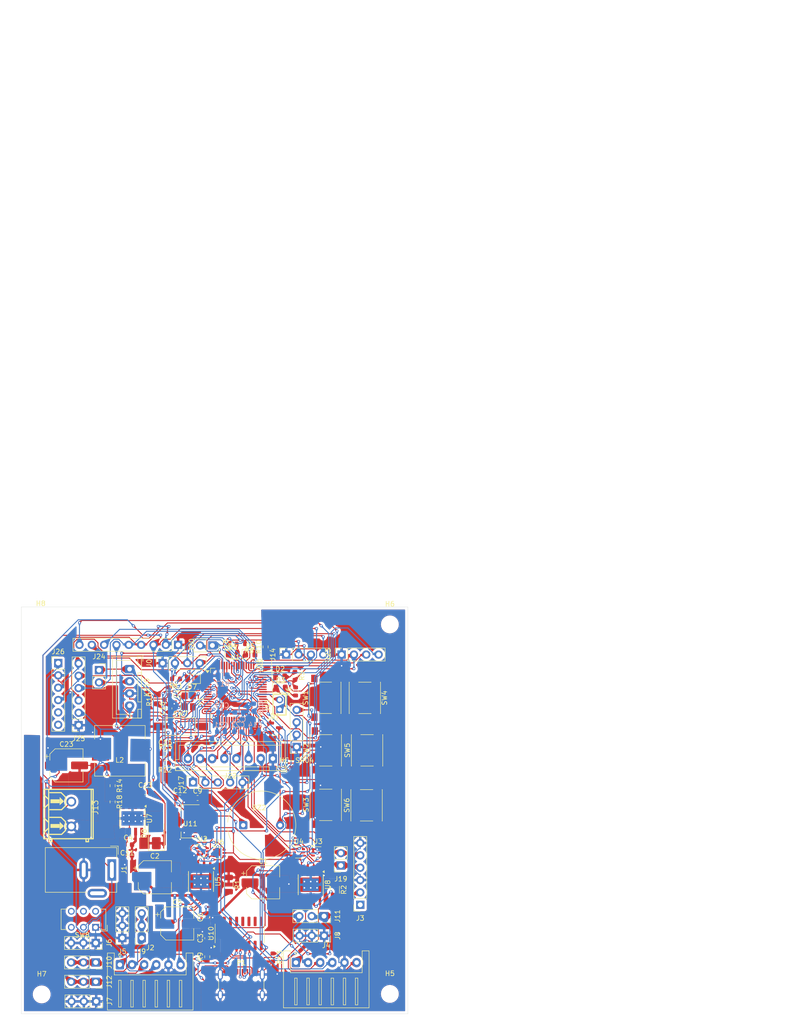
<source format=kicad_pcb>
(kicad_pcb (version 20240108) (generator "pcbnew") (generator_version "8.0")
  (title_block (title "car") (date "2024-04-26"))
  (layers (0 "F.Cu" signal) (31 "B.Cu" signal) (34 "B.Paste" user) (35 "F.Paste" user) (36 "B.SilkS" user "B.Silkscreen") (37 "F.SilkS" user "F.Silkscreen") (38 "B.Mask" user) (39 "F.Mask" user) (44 "Edge.Cuts" user))
  (net 0 "")
  (net 1 "+3V3")
  (net 2 "/PB13")
  (net 3 "GND")
  (net 4 "+12V")
  (net 5 "+3.3V")
  (net 6 "+5V")
  (net 7 "Net-(BZ2--)")
  (net 8 "Net-(BZ2-+)")
  (net 9 "/PC14")
  (net 10 "/PC15")
  (net 11 "/PB1")
  (net 12 "/PA6")
  (net 13 "/PA7")
  (net 14 "/PB10")
  (net 15 "/PC13")
  (net 16 "/PA0")
  (net 17 "/PA5")
  (net 18 "/PB0")
  (net 19 "/PA1")
  (net 20 "/PA3")
  (net 21 "/PB11")
  (net 22 "/PA4")
  (net 23 "/PA2")
  (net 24 "/PA11")
  (net 25 "/PB5")
  (net 26 "/PB12")
  (net 27 "/PA9")
  (net 28 "/PB14")
  (net 29 "/PB6")
  (net 30 "/PA10")
  (net 31 "/PA15")
  (net 32 "/PB4")
  (net 33 "/PB7")
  (net 34 "/PB8")
  (net 35 "/PB9")
  (net 36 "/PB15")
  (net 37 "/PA8")
  (net 38 "/PB3")
  (net 39 "/bb68942b/AOUT2")
  (net 40 "/PA12")
  (net 41 "/bb68942b/AOUT1")
  (net 43 "Net-(D8-K)")
  (net 44 "Net-(U7-BOOT)")
  (net 45 "Net-(U5-ISEN)")
  (net 46 "Net-(U8-ISEN)")
  (net 47 "/stm32f103rct6/RST")
  (net 48 "/stm32f103rct6/OSC_IN")
  (net 49 "Net-(U5-IN2)")
  (net 50 "Net-(U8-IN1)")
  (net 51 "Net-(U8-IN2)")
  (net 52 "Net-(U5-IN1)")
  (net 53 "Net-(P1-D-)")
  (net 54 "/bb68942b/BOUT1")
  (net 55 "/bb68942b/BOUT2")
  (net 56 "/stm32f103rct6/OSC_OUT")
  (net 57 "Net-(D2-A)")
  (net 58 "Net-(D3-A)")
  (net 59 "Net-(P1-D+)")
  (net 60 "/PB2")
  (net 70 "Net-(D4-A)")
  (net 71 "Net-(D5-A)")
  (net 72 "/PD2")
  (net 73 "Net-(D6-A)")
  (net 74 "/PC12")
  (net 75 "Net-(D7-A)")
  (net 76 "/PC9")
  (net 77 "/PC8")
  (net 78 "/stm32f103rct6/SWDIO")
  (net 79 "/stm32f103rct6/SWCLK")
  (net 80 "Net-(P1-VCONN)")
  (net 81 "Net-(P1-CC)")
  (net 82 "Net-(U7-VSENSE)")
  (net 83 "/stm32f103rct6/BOOT0")
  (net 85 "/PC10")
  (net 86 "/PC7")
  (net 87 "/PC0")
  (net 88 "/PC2")
  (net 89 "/PC4")
  (net 90 "/PC5")
  (net 91 "/PC1")
  (net 92 "/PC6")
  (net 93 "/PC3")
  (net 94 "/PC11")
  (net 101 "Net-(J13-Pin_1)")
  (footprint "Package_SO:TI_SO-PowerPAD-8_ThermalVias" (layer "F.Cu") (at 121.92425 101.687 -90)
    (property "Reference" "U7")
    (property "Value" "TPS5430DDA")
  )
  (footprint "Connector_JST:JST_XH_S6B-XH-A_1x06_P2.50mm_Horizontal" (layer "F.Cu") (at 155.57925 131.337)
    (property "Reference" "J4")
    (property "Value" "Conn_01x06")
  )
  (footprint "Package_TO_SOT_SMD:SOT-363_SC-70-6" (layer "F.Cu") (at 139.82925 108.787)
    (property "Reference" "U6")
    (property "Value" "~")
  )
  (footprint "Package_TO_SOT_SMD:SOT-223" (layer "F.Cu") (at 133.82925 102.287 180)
    (property "Reference" "U11")
    (property "Value" "SGM2212-3.3XKC3G/TR")
  )
  (footprint "myself:HDR-TH_2P-P2.00-V-F-1" (layer "F.Cu") (at 152.22925 78.287 90)
    (property "Reference" "J15")
    (property "Value" "Conn_01x02" (hide yes))
  )
  (footprint "Connector_PinSocket_2.54mm:PinSocket_1x09_P2.54mm_Vertical" (layer "F.Cu") (at 131.32925 65.987 -90)
    (property "Reference" "J20")
    (property "Value" "Conn_01x09")
  )
  (footprint "MountingHole:MountingHole_3.2mm_M3" (layer "F.Cu") (at 174.92925 137.787)
    (property "Reference" "H5")
    (property "Value" "MountingHole_Pad_MP")
  )
  (footprint "DuRuofu_Connector:DC母座(大)" (layer "F.Cu") (at 117.67925 112.287 -90)
    (property "Reference" "J1")
    (property "Value" "DC母座(大)")
  )
  (footprint "Connector_PinSocket_2.54mm:PinSocket_1x02_P2.54mm_Vertical" (layer "F.Cu") (at 138.37925 66.112 -90)
    (property "Reference" "J18")
    (property "Value" "Conn_01x02")
  )
  (footprint "Package_TO_SOT_SMD:SOT-363_SC-70-6" (layer "F.Cu") (at 160.07925 108.6769)
    (property "Reference" "U3")
    (property "Value" "~")
  )
  (footprint "Connector_PinSocket_2.54mm:PinSocket_1x03_P2.54mm_Vertical" (layer "F.Cu") (at 114.35425 127.312 -90)
    (property "Reference" "J6")
    (property "Value" "Conn_01x03")
  )
  (footprint "Connector_JST:JST_XH_B8B-XH-A_1x08_P2.50mm_Vertical" (layer "F.Cu") (at 150.82925 89.387 180)
    (property "Reference" "J22")
    (property "Value" "Conn_01x10")
  )
  (footprint "Capacitor_SMD:CP_Elec_6.3x7.7" (layer "F.Cu") (at 131.12925 123.287)
    (property "Reference" "C5")
    (property "Value" "220uf")
  )
  (footprint "Capacitor_SMD:C_0603_1608Metric" (layer "F.Cu") (at 128.67925 86.087 180)
    (property "Reference" "C15")
    (property "Value" "0.1uF/50V")
  )
  (footprint "Connector_USB:USB_C_Receptacle_GCT_USB4105-xx-A_16P_TopMnt_Horizontal" (layer "F.Cu") (at 144.32925 136.892)
    (property "Reference" "P1")
    (property "Value" "USB_C_Plug_USB2.0")
  )
  (footprint "Resistor_SMD:R_0603_1608Metric" (layer "F.Cu") (at 142.52925 65.787 180)
    (property "Reference" "R7")
    (property "Value" "10k")
  )
  (footprint "Connector_PinSocket_2.54mm:PinSocket_1x04_P2.54mm_Vertical" (layer "F.Cu") (at 155.72925 86.987 180)
    (property "Reference" "HC-SR04")
    (property "Value" "HC-SR04")
  )
  (footprint "Resistor_SMD:R_1206_3216Metric" (layer "F.Cu") (at 141.72925 115.2894 -90)
    (property "Reference" "R1")
    (property "Value" "0.15R 1206 1WOCP=3.3V/10/0.15R=2.2A")
  )
  (footprint "Button_Switch_SMD:SW_SPST_FSMSM" (layer "F.Cu") (at 131.82925 82.787)
    (property "Reference" "SW7")
    (property "Value" "RST")
  )
  (footprint "Resistor_SMD:R_0603_1608Metric" (layer "F.Cu") (at 149.32925 66.412 90)
    (property "Reference" "R10")
    (property "Value" "10k")
  )
  (footprint "Connector_PinHeader_2.54mm:PinHeader_1x06_P2.54mm_Vertical" (layer "F.Cu") (at 106.62925 69.727)
    (property "Reference" "J26")
    (property "Value" "Conn_01x08")
  )
  (footprint "Resistor_SMD:R_0603_1608Metric" (layer "F.Cu") (at 117.82925 98.287 -90)
    (property "Reference" "R18")
    (property "Value" "3.2k")
  )
  (footprint "Capacitor_SMD:C_0603_1608Metric" (layer "F.Cu") (at 137.32925 126.327 90)
    (property "Reference" "C3")
    (property "Value" "0.1uF")
  )
  (footprint "Capacitor_SMD:C_0603_1608Metric" (layer "F.Cu") (at 129.52925 79.062 90)
    (property "Reference" "C16")
    (property "Value" "22pf/16V")
  )
  (footprint "Resistor_SMD:R_0603_1608Metric" (layer "F.Cu") (at 137.32925 130.152 90)
    (property "Reference" "R9")
    (property "Value" "5.1K")
  )
  (footprint "Connector_PinSocket_2.54mm:PinSocket_1x02_P2.54mm_Vertical" (layer "F.Cu") (at 115.02925 71.187)
    (property "Reference" "J24")
    (property "Value" "Conn_01x02")
  )
  (footprint "Diode_SMD:D_SMA" (layer "F.Cu") (at 126.82925 104.787 90)
    (property "Reference" "D8")
    (property "Value" "B340")
  )
  (footprint "Resistor_SMD:R_0603_1608Metric" (layer "F.Cu") (at 155.52925 75.587 90)
    (property "Reference" "R6")
    (property "Value" "10k")
  )
  (footprint "Connector_PinSocket_2.54mm:PinSocket_1x03_P2.54mm_Vertical" (layer "F.Cu") (at 119.82925 126.287 180)
    (property "Reference" "J5")
    (property "Value" "Conn_01x03")
  )
  (footprint "DuRuofu_Switch:SW_Push_1P1T_NO_6x6mm" (layer "F.Cu") (at 161.72925 98.9019 90)
    (property "Reference" "SW3")
    (property "Value" "K3")
  )
  (footprint "Button_Switch_THT:SW_CuK_JS202011CQN_DPDT_Straight" (layer "F.Cu") (at 114.32925 124.087 180)
    (property "Reference" "SW8")
    (property "Value" "SW_Push_SPDT")
  )
  (footprint "Capacitor_SMD:C_0603_1608Metric" (layer "F.Cu") (at 124.55425 96.287)
    (property "Reference" "C13")
    (property "Value" "0.01uf")
  )
  (footprint "Connector_PinSocket_2.54mm:PinSocket_1x03_P2.54mm_Vertical" (layer "F.Cu") (at 161.39425 125.812 -90)
    (property "Reference" "J8")
    (property "Value" "Conn_01x03")
  )
  (footprint "Buzzer_Beeper:Indicator_PUI_AI-1440-TWT-24V-2-R" (layer "F.Cu") (at 144.72925 103.087)
    (property "Reference" "BZ2")
    (property "Value" "Buzzer")
  )
  (footprint "Connector_PinSocket_2.54mm:PinSocket_1x04_P2.54mm_Vertical" (layer "F.Cu") (at 164.98925 67.987 90)
    (property "Reference" "J23")
    (property "Value" "Conn_01x04")
  )
  (footprint "Connector_PinSocket_2.54mm:PinSocket_1x03_P2.54mm_Vertical" (layer "F.Cu") (at 161.36925 121.787 -90)
    (property "Reference" "J11")
    (property "Value" "Conn_01x03")
  )
  (footprint "LED_SMD:LED_0805_2012Metric" (layer "F.Cu") (at 146.19175 67.887)
    (property "Reference" "D5")
    (property "Value" "LED")
  )
  (footprint "LED_SMD:LED_0805_2012Metric" (layer "F.Cu") (at 149.62925 69.7495 90)
    (property "Reference" "D6")
    (property "Value" "LED")
  )
  (footprint "Resistor_SMD:R_1206_3216Metric" (layer "F.Cu") (at 163.62925 116.3645 -90)
    (property "Reference" "R2")
    (property "Value" "0.15R 1206 1WOCP=3.3V/10/0.15R=2.2A")
  )
  (footprint "Capacitor_SMD:C_0603_1608Metric" (layer "F.Cu") (at 135.32925 97.487)
    (property "Reference" "C9")
    (property "Value" "2.2uF")
  )
  (footprint "MountingHole:MountingHole_3.2mm_M3" (layer "F.Cu") (at 174.92925 61.787)
    (property "Reference" "H6")
    (property "Value" "MountingHole_Pad_MP")
  )
  (footprint "Connector_PinSocket_2.54mm:PinSocket_1x06_P2.54mm_Vertical" (layer "F.Cu") (at 168.82925 119.447 180)
    (property "Reference" "J3")
    (property "Value" "HC-05")
  )
  (footprint "DuRuofu_Switch:SW_Push_1P1T_NO_6x6mm" (layer "F.Cu") (at 161.62925 76.887 90)
    (property "Reference" "SW1")
    (property "Value" "K1")
  )
  (footprint "Resistor_SMD:R_0603_1608Metric" (layer "F.Cu") (at 128.62925 90.287 180)
    (property "Reference" "R12")
    (property "Value" "20")
  )
  (footprint "Connector_PinSocket_2.54mm:PinSocket_1x03_P2.54mm_Vertical" (layer "F.Cu") (at 114.36925 135.287 -90)
    (property "Reference" "J12")
    (property "Value" "Conn_01x03")
  )
  (footprint "Capacitor_SMD:C_0603_1608Metric" (layer "F.Cu") (at 121.05425 109.287)
    (property "Reference" "C11")
    (property "Value" "4.7uf")
  )
  (footprint "LED_SMD:LED_0805_2012Metric" (layer "F.Cu") (at 152.32925 72.587)
    (property "Reference" "D2")
    (property "Value" "LED")
  )
  (footprint "Resistor_SMD:R_0603_1608Metric" (layer "F.Cu") (at 155.37925 72.362 -90)
    (property "Reference" "R5")
    (property "Value" "10k")
  )
  (footprint "Capacitor_SMD:CP_Elec_6.3x7.7" (layer "F.Cu") (at 108.32925 90.787)
    (property "Reference" "C23")
    (property "Value" "220uf")
  )
  (footprint "Package_SO:Texas_HTSOP-8-1EP_3.9x4.9mm_P1.27mm_EP2.95x4.9mm_Mask2.4x3.1mm_ThermalVias" (layer "F.Cu") (at 158.62925 115.3269 -90)
    (property "Reference" "U8")
    (property "Value" "DRV8870DDA")
  )
  (footprint "Capacitor_SMD:C_0603_1608Metric" (layer "F.Cu") (at 121.05425 107.087)
    (property "Reference" "C4")
    (property "Value" "4.7uf")
  )
  (footprint "Capacitor_SMD:CP_Elec_6.3x7.7" (layer "F.Cu") (at 148.82925 114.827)
    (property "Reference" "C1")
    (property "Value" "100uf")
  )
  (footprint "Connector_PinSocket_2.54mm:PinSocket_1x04_P2.54mm_Vertical" (layer "F.Cu") (at 153.58925 67.987 90)
    (property "Reference" "J14")
    (property "Value" "I2C")
  )
  (footprint "Package_SO:Texas_HTSOP-8-1EP_3.9x4.9mm_P1.27mm_EP2.95x4.9mm_Mask2.4x3.1mm_ThermalVias" (layer "F.Cu") (at 136.02925 114.662 -90)
    (property "Reference" "U5")
    (property "Value" "DRV8870DDA")
  )
  (footprint "Crystal:Crystal_SMD_3225-4Pin_3.2x2.5mm" (layer "F.Cu") (at 133.52925 77.587 -90)
    (property "Reference" "Y1")
    (property "Value" "Crystal_GND24(8M)")
  )
  (footprint "Package_TO_SOT_SMD:SOT-363_SC-70-6" (layer "F.Cu") (at 136.37925 108.4769)
    (property "Reference" "U2")
    (property "Value" "~")
  )
  (footprint "Capacitor_SMD:C_0603_1608Metric" (layer "F.Cu") (at 129.52925 75.512 -90)
    (property "Reference" "C17")
    (property "Value" "22pf/16V")
  )
  (footprint "Resistor_SMD:R_0603_1608Metric" (layer "F.Cu") (at 117.82925 94.962 -90)
    (property "Reference" "R14")
    (property "Value" "R")
  )
  (footprint "Connector_PinSocket_2.54mm:PinSocket_1x04_P2.54mm_Vertical" (layer "F.Cu") (at 128.12925 69.762 90)
    (property "Reference" "J0")
    (property "Value" "OLED")
  )
  (footprint "Connector_PinSocket_2.54mm:PinSocket_1x05_P2.54mm_Vertical" (layer "F.Cu") (at 134.40925 94.287 90)
    (property "Reference" "J17")
    (property "Value" "Conn_01x05")
  )
  (footprint "Resistor_SMD:R_0603_1608Metric" (layer "F.Cu") (at 130.90425 72.987 180)
    (property "Reference" "R11")
    (property "Value" "10k")
  )
  (footprint "Resistor_SMD:R_0603_1608Metric" (layer "F.Cu") (at 145.92925 65.787 180)
    (property "Reference" "R8")
    (property "Value" "10k")
  )
  (footprint "Capacitor_SMD:C_0603_1608Metric" (layer "F.Cu") (at 131.72925 97.387)
    (property "Reference" "C12")
    (property "Value" "2.2uF")
  )
  (footprint "DuRuofu_Switch:SW_Push_1P1T_NO_6x6mm" (layer "F.Cu") (at 170.12925 98.987 90)
    (property "Reference" "SW6")
    (property "Value" "K4")
  )
  (footprint "DuRuofu_Switch:SW_Push_1P1T_NO_6x6mm" (layer "F.Cu") (at 170.22925 87.687 90)
    (property "Reference" "SW5")
    (property "Value" "K5")
  )
  (footprint "MountingHole:MountingHole_3.2mm_M3" (layer "F.Cu") (at 103.02925 61.687)
    (property "Reference" "H8")
    (property "Value" "MountingHole_Pad_MP")
  )
  (footprint "DuRuofu_Switch:SW_Push_1P1T_NO_6x6mm" (layer "F.Cu") (at 169.77925 76.9019 -90)
    (property "Reference" "SW4")
    (property "Value" "K6")
  )
  (footprint "DuRuofu_Connector:CONN-TH_2P-P5.08" (layer "F.Cu") (at 109.32925 100.787 -90)
    (property "Reference" "J13")
    (property "Value" "Conn_01x02" (hide yes))
  )
  (footprint "Inductor_SMD:L_Wuerth_HCI-1040" (layer "F.Cu") (at 119.32925 87.787 180)
    (property "Reference" "L2")
    (property "Value" "22uh")
  )
  (footprint "LED_SMD:LED_0805_2012Metric" (layer "F.Cu") (at 142.56675 67.887)
    (property "Reference" "D4")
    (property "Value" "LED")
  )
  (footprint "Connector_PinSocket_2.54mm:PinSocket_1x06_P2.54mm_Vertical" (layer "F.Cu") (at 110.82925 82.507 180)
    (property "Reference" "J25")
    (property "Value" "HC-05")
  )
  (footprint "Package_QFP:LQFP-64_10x10mm_P0.5mm" (layer "F.Cu") (at 143.09675 75.9069)
    (property "Reference" "U1")
    (property "Value" "STM32F103RCTx")
  )
  (footprint "Connector_PinSocket_2.54mm:PinSocket_1x03_P2.54mm_Vertical" (layer "F.Cu") (at 123.82925 126.287 180)
    (property "Reference" "J9")
    (property "Value" "Conn_01x03")
  )
  (footprint "Capacitor_SMD:C_0603_1608Metric" (layer "F.Cu") (at 137.32925 122.012 90)
    (property "Reference" "C6")
    (property "Value" "0.1uf")
  )
  (footprint "Connector_JST:JST_XH_B4B-XH-A_1x04_P2.50mm_Vertical" (layer "F.Cu") (at 121.32925 70.987 -90)
    (property "Reference" "K210")
    (property "Value" "Conn_01x04")
  )
  (footprint "DuRuofu_Switch:SW_Push_1P1T_NO_6x6mm" (layer "F.Cu") (at 161.72925 87.687 90)
    (property "Reference" "SW2")
    (property "Value" "K2")
  )
  (footprint "LED_SMD:LED_0805_2012Metric" (layer "F.Cu") (at 152.44175 74.8769)
    (property "Reference" "D3")
    (property "Value" "LED")
  )
  (footprint "Package_SO:SOIC-16_3.9x9.9mm_P1.27mm" (layer "F.Cu") (at 144.00425 125.352 90)
    (property "Reference" "U10")
    (property "Value" "CH340C")
  )
  (footprint "Resistor_SMD:R_0805_2012Metric" (layer "F.Cu") (at 127.02925 77.1995 90)
    (property "Reference" "R16")
    (property "Value" "1M")
  )
  (footprint "Connector_PinSocket_2.54mm:PinSocket_1x02_P2.54mm_Vertical" (layer "F.Cu") (at 164.82925 111.367 180)
    (property "Reference" "J19")
    (property "Value" "Conn_01x02")
  )
  (footprint "Connector_PinSocket_2.54mm:PinSocket_1x03_P2.54mm_Vertical" (layer "F.Cu") (at 114.44925 139.327 -90)
    (property "Reference" "J7")
    (property "Value" "Conn_01x03")
  )
  (footprint "MountingHole:MountingHole_3.2mm_M3" (layer "F.Cu") (at 103.22925 137.887)
    (property "Reference" "H7")
    (property "Value" "MountingHole_Pad_MP")
  )
  (footprint "Resistor_SMD:R_0603_1608Metric" (layer "F.Cu") (at 150.82925 130.287 -90)
    (property "Reference" "R13")
    (property "Value" "5.1K")
  )
  (footprint "Connector_PinSocket_2.54mm:PinSocket_1x03_P2.54mm_Vertical" (layer "F.Cu") (at 114.35425 131.312 -90)
    (property "Reference" "J10")
    (property "Value" "Conn_01x03")
  )
  (footprint "Capacitor_SMD:CP_Elec_6.3x7.7" (layer "F.Cu") (at 126.52925 113.787)
    (property "Reference" "C2")
    (property "Value" "100uf")
  )
  (footprint "LED_SMD:LED_0805_2012Metric" (layer "F.Cu") (at 134.22925 72.987 180)
    (property "Reference" "D7")
    (property "Value" "LED")
  )
  (footprint "Package_TO_SOT_SMD:SOT-363_SC-70-6" (layer "F.Cu") (at 156.17925 108.6769)
    (property "Reference" "U4")
    (property "Value" "~")
  )
  (footprint "Connector_JST:JST_XH_S6B-XH-A_1x06_P2.50mm_Horizontal" (layer "F.Cu") (at 119.32925 131.787)
    (property "Reference" "J2")
    (property "Value" "Conn_01x06")
  )
  (footprint "Resistor_SMD:R_0603_1608Metric" (layer "F.Cu") (at 128.72925 88.387)
    (property "Reference" "R15")
    (property "Value" "10K")
  )
  (footprint "Package_TO_SOT_SMD:SOT-23" (layer "F.Cu") (at 151.26675 83.037)
    (property "Reference" "Q1")
    (property "Value" "S8050")
  )
  (footprint "Capacitor_SMD:C_0603_1608Metric" (layer "B.Cu") (at 140.37925 79.8769 180)
    (property "Reference" "C19")
    (property "Value" "0.1uf/16V")
  )
  (footprint "Capacitor_SMD:C_0603_1608Metric" (layer "B.Cu") (at 143.87925 79.8769)
    (property "Reference" "C20")
    (property "Value" "0.1uf/16V")
  )
  (footprint "Capacitor_SMD:C_0603_1608Metric" (layer "B.Cu") (at 146.87925 78.8769 90)
    (property "Reference" "C18")
    (property "Value" "0.1uf/16V")
  )
  (footprint "Resistor_SMD:R_0805_2012Metric" (layer "B.Cu") (at 140.46675 72.3769)
    (property "Reference" "R17")
    (property "Value" "10k")
  )
  (footprint "Capacitor_SMD:C_0603_1608Metric" (layer "B.Cu") (at 140.15425 83.8769 180)
    (property "Reference" "C21")
    (property "Value" "0.1uf/16V")
  )
  (footprint "Capacitor_SMD:C_0603_1608Metric" (layer "B.Cu") (at 147.15425 83.8769 180)
    (property "Reference" "C14")
    (property "Value" "0.1uf/16V")
  )
  (footprint "Capacitor_SMD:C_0603_1608Metric" (layer "B.Cu") (at 143.65425 83.8769 180)
    (property "Reference" "C22")
    (property "Value" "0.1uf/16V")
  )
  (gr_line (start 99.02925 58.187) (end 99.02925 141.887) (stroke (width 0.05)) (layer "Edge.Cuts"))
  (gr_line (start 178.62925 141.887) (end 178.62925 58.187) (stroke (width 0.05)) (layer "Edge.Cuts"))
  (gr_line (start 99.02925 141.887) (end 178.62925 141.887) (stroke (width 0.05)) (layer "Edge.Cuts"))
  (gr_line (start 178.62925 58.187) (end 99.02925 58.187) (stroke (width 0.05)) (layer "Edge.Cuts"))
  (segment (start 164.84425 72.9269) (end 164.82925 72.912) (width 0.2) (layer "F.Cu") (net 1))
  (segment (start 164.92925 83.712) (end 166.00425 84.7872) (width 0.2) (layer "F.Cu") (net 1))
  (segment (start 163.97925 91.662) (end 164.92925 91.662) (width 0.2) (layer "F.Cu") (net 1))
  (segment (start 165.91925 101.8868) (end 164.92925 102.8769) (width 0.2) (layer "F.Cu") (net 1))
  (segment (start 164.84425 80.8471) (end 164.82925 80.862) (width 0.2) (layer "F.Cu") (net 1))
  (segment (start 172.37925 95.012) (end 171.90425 95.012) (width 0.2) (layer "F.Cu") (net 1))
  (segment (start 170.45425 90.5868) (end 171.52925 91.662) (width 0.2) (layer "F.Cu") (net 1))
  (segment (start 170.35425 101.8868) (end 166.60925 101.8868) (width 0.2) (layer "F.Cu") (net 1))
  (segment (start 170.45425 84.7872) (end 170.45425 90.5868) (width 0.2) (layer "F.Cu") (net 1))
  (segment (start 172.97925 72.0121) (end 172.97925 82.1367) (width 0.2) (layer "F.Cu") (net 1))
  (segment (start 172.81925 71.8517) (end 172.97925 72.0121) (width 0.2) (layer "F.Cu") (net 1))
  (segment (start 164.82925 72.912) (end 163.87925 72.912) (width 0.2) (layer "F.Cu") (net 1))
  (segment (start 164.92925 91.662) (end 166.65425 93.387) (width 0.2) (layer "F.Cu") (net 1))
  (segment (start 167.52925 80.8769) (end 164.84425 80.8769) (width 0.2) (layer "F.Cu") (net 1))
  (segment (start 166.00425 84.7872) (end 170.45425 84.7872) (width 0.2) (layer "F.Cu") (net 1))
  (segment (start 170.45425 84.7872) (end 171.52925 83.712) (width 0.2) (layer "F.Cu") (net 1))
  (segment (start 164.84425 72.9269) (end 164.84425 80.8471) (width 0.2) (layer "F.Cu") (net 1))
  (segment (start 166.65425 93.387) (end 169.80425 93.387) (width 0.2) (layer "F.Cu") (net 1))
  (segment (start 171.52925 91.662) (end 169.80425 93.387) (width 0.2) (layer "F.Cu") (net 1))
  (segment (start 166.60925 101.8868) (end 165.91925 101.8868) (width 0.2) (layer "F.Cu") (net 1))
  (segment (start 172.47925 91.662) (end 171.52925 91.662) (width 0.2) (layer "F.Cu") (net 1))
  (segment (start 172.37925 102.962) (end 171.42925 102.962) (width 0.2) (layer "F.Cu") (net 1))
  (segment (start 171.42925 95.012) (end 171.90425 95.012) (width 0.2) (layer "F.Cu") (net 1))
  (segment (start 169.55425 71.8517) (end 172.81925 71.8517) (width 0.2) (layer "F.Cu") (net 1))
  (segment (start 171.52925 83.712) (end 172.47925 83.712) (width 0.2) (layer "F.Cu") (net 1))
  (segment (start 163.87925 80.862) (end 164.82925 80.862) (width 0.2) (layer "F.Cu") (net 1))
  (segment (start 164.92925 102.8769) (end 163.97925 102.8769) (width 0.2) (layer "F.Cu") (net 1))
  (segment (start 164.84425 80.8769) (end 164.82925 80.862) (width 0.2) (layer "F.Cu") (net 1))
  (segment (start 172.47925 82.6369) (end 172.47925 83.712) (width 0.2) (layer "F.Cu") (net 1))
  (segment (start 167.52925 72.9269) (end 164.84425 72.9269) (width 0.2) (layer "F.Cu") (net 1))
  (segment (start 166.60925 96.0872) (end 166.60925 101.8868) (width 0.2) (layer "F.Cu") (net 1))
  (segment (start 169.80425 93.387) (end 171.42925 95.012) (width 0.2) (layer "F.Cu") (net 1))
  (segment (start 164.92925 94.9269) (end 163.97925 94.9269) (width 0.2) (layer "F.Cu") (net 1))
  (segment (start 167.52925 72.9269) (end 168.47925 72.9269) (width 0.2) (layer "F.Cu") (net 1))
  (segment (start 171.90425 95.012) (end 170.82925 96.0872) (width 0.2) (layer "F.Cu") (net 1))
  (segment (start 171.42925 102.962) (end 170.35425 101.8868) (width 0.2) (layer "F.Cu") (net 1))
  (segment (start 170.82925 96.0872) (end 166.60925 96.0872) (width 0.2) (layer "F.Cu") (net 1))
  (segment (start 166.08925 96.0872) (end 164.92925 94.9269) (width 0.2) (layer "F.Cu") (net 1))
  (segment (start 168.47925 72.9269) (end 169.55425 71.8517) (width 0.2) (layer "F.Cu") (net 1))
  (segment (start 172.97925 82.1367) (end 172.47925 82.6369) (width 0.2) (layer "F.Cu") (net 1))
  (segment (start 163.97925 83.712) (end 164.92925 83.712) (width 0.2) (layer "F.Cu") (net 1))
  (segment (start 166.60925 96.0872) (end 166.08925 96.0872) (width 0.2) (layer "F.Cu") (net 1))
  (segment (start 171.07925 80.8769) (end 171.55425 80.8769) (width 0.2) (layer "F.Cu") (net 2))
  (segment (start 148.73245 80.9378) (end 148.85075 80.9378) (width 0.2) (layer "F.Cu") (net 2))
  (segment (start 160.20625 85.0461) (end 163.01565 82.2367) (width 0.2) (layer "F.Cu") (net 2))
  (segment (start 159.87555 85.723) (end 160.20625 85.3923) (width 0.2) (layer "F.Cu") (net 2))
  (segment (start 152.73045 85.3811) (end 153.07235 85.723) (width 0.2) (layer "F.Cu") (net 2))
  (segment (start 147.96595 79.1569) (end 147.69625 79.4266) (width 0.2) (layer "F.Cu") (net 2))
  (segment (start 163.01565 82.2367) (end 169.71925 82.2367) (width 0.2) (layer "F.Cu") (net 2))
  (segment (start 172.02925 80.4019) (end 172.02925 72.9269) (width 0.2) (layer "F.Cu") (net 2))
  (segment (start 169.71925 82.2367) (end 171.07925 80.8769) (width 0.2) (layer "F.Cu") (net 2))
  (segment (start 171.55425 80.8769) (end 172.02925 80.4019) (width 0.2) (layer "F.Cu") (net 2))
  (segment (start 171.55425 80.8769) (end 172.02925 80.8769) (width 0.2) (layer "F.Cu") (net 2))
  (segment (start 147.69625 79.4266) (end 147.69625 79.9016) (width 0.2) (layer "F.Cu") (net 2))
  (segment (start 153.07235 85.723) (end 159.87555 85.723) (width 0.2) (layer "F.Cu") (net 2))
  (segment (start 148.77175 79.1569) (end 147.96595 79.1569) (width 0.2) (layer "F.Cu") (net 2))
  (segment (start 160.20625 85.3923) (end 160.20625 85.0461) (width 0.2) (layer "F.Cu") (net 2))
  (segment (start 147.69625 79.9016) (end 148.73245 80.9378) (width 0.2) (layer "F.Cu") (net 2))
  (via (at 148.85075 80.9378) (size 0.6) (drill 0.3) (layers "F.Cu" "B.Cu") (net 2))
  (via (at 152.73045 85.3811) (size 0.6) (drill 0.3) (layers "F.Cu" "B.Cu") (net 2))
  (segment (start 152.73045 84.8175) (end 152.73045 85.3811) (width 0.2) (layer "B.Cu") (net 2))
  (segment (start 148.85075 80.9378) (end 152.73045 84.8175) (width 0.2) (layer "B.Cu") (net 2))
  (segment (start 162.66255 66.8104) (end 163.83915 67.987) (width 0.2) (layer "F.Cu") (net 3))
  (segment (start 120.82925 106.537) (end 120.27925 107.087) (width 0.2) (layer "F.Cu") (net 3))
  (segment (start 159.12925 108.0269) (end 159.96375 108.0269) (width 0.2) (layer "F.Cu") (net 3))
  (segment (start 145.90235 80.0089) (end 146.34675 80.4533) (width 0.2) (layer "F.Cu") (net 3))
  (segment (start 134.37925 77.4871) (end 134.17945 77.6869) (width 0.2) (layer "F.Cu") (net 3))
  (segment (start 136.94295 104.6233) (end 132.57815 104.6233) (width 0.2) (layer "F.Cu") (net 3))
  (segment (start 128.67915 77.4369) (end 128.67915 77.1371) (width 0.2) (layer "F.Cu") (net 3))
  (segment (start 134.17945 77.6869) (end 132.67925 77.6869) (width 0.2) (layer "F.Cu") (net 3))
  (segment (start 161.39425 125.812) (end 162.54435 125.812) (width 0.2) (layer "F.Cu") (net 3))
  (segment (start 155.22925 109.3269) (end 155.22925 108.6769) (width 0.2) (layer "F.Cu") (net 3))
  (segment (start 118.33915 124.087) (end 114.32925 124.087) (width 0.2) (layer "F.Cu") (net 3))
  (segment (start 143.47225 78.3412) (end 143.58775 78.2257) (width 0.2) (layer "F.Cu") (net 3))
  (segment (start 148.97095 83.987) (end 148.97095 84.1106) (width 0.2) (layer "F.Cu") (net 3))
  (segment (start 132.67925 78.1869) (end 132.15765 78.1869) (width 0.2) (layer "F.Cu") (net 3))
  (segment (start 133.23645 96.6548) (end 132.50425 97.387) (width 0.2) (layer "F.Cu") (net 3))
  (segment (start 111.81425 127.312) (end 109.27425 127.312) (width 0.2) (layer "F.Cu") (net 3))
  (segment (start 109.10325 75.6528) (end 106.86755 73.4171) (width 0.2) (layer "F.Cu") (net 3))
  (segment (start 121.32925 77.1371) (end 128.67915 77.1371) (width 0.2) (layer "F.Cu") (net 3))
  (segment (start 130.41585 86.087) (end 130.81595 85.6869) (width 0.2) (layer "F.Cu") (net 3))
  (segment (start 135.27205 96.6548) (end 133.23645 96.6548) (width 0.2) (layer "F.Cu") (net 3))
  (segment (start 154.29755 109.327) (end 155.22925 109.327) (width 0.2) (layer "F.Cu") (net 3))
  (segment (start 117.42925 90.787) (end 111.02925 90.787) (width 0.2) (layer "F.Cu") (net 3))
  (segment (start 139.27565 78.4843) (end 139.55425 78.4843) (width 0.2) (layer "F.Cu") (net 3))
  (segment (start 159.47925 94.9269) (end 160.42935 94.9269) (width 0.2) (layer "F.Cu") (net 3))
  (segment (start 146.34675 82.474) (end 146.34675 81.5819) (width 0.2) (layer "F.Cu") (net 3))
  (segment (start 120.27925 111.137) (end 120.32925 111.187) (width 0.2) (layer "F.Cu") (net 3))
  (segment (start 154.73935 67.7419) (end 155.67085 66.8104) (width 0.2) (layer "F.Cu") (net 3))
  (segment (start 121.28925 104.387) (end 120.82925 104.847) (width 0.2) (layer "F.Cu") (net 3))
  (segment (start 137.93425 113.187) (end 139.67915 113.187) (width 0.2) (layer "F.Cu") (net 3))
  (segment (start 118.67915 123.747) (end 118.33915 124.087) (width 0.2) (layer "F.Cu") (net 3))
  (segment (start 139.58295 80.4704) (end 139.14995 80.4704) (width 0.2) (layer "F.Cu") (net 3))
  (segment (start 162.54435 125.812) (end 163.01785 125.339) (width 0.2) (layer "F.Cu") (net 3))
  (segment (start 153.67615 70.3026) (end 164.98925 70.3026) (width 0.2) (layer "F.Cu") (net 3))
  (segment (start 139.84675 80.7342) (end 139.78085 80.6682) (width 0.2) (layer "F.Cu") (net 3))
  (segment (start 113.72925 83.987) (end 117.22925 83.987) (width 0.2) (layer "F.Cu") (net 3))
  (segment (start 149.14395 91.0723) (end 147.78395 91.0723) (width 0.2) (layer "F.Cu") (net 3))
  (segment (start 150.82925 89.387) (end 149.14395 91.0723) (width 0.2) (layer "F.Cu") (net 3))
  (segment (start 139.84675 70.2319) (end 139.84675 69.0699) (width 0.2) (layer "F.Cu") (net 3))
  (segment (start 150.82925 132.787) (end 151.72925 133.687) (width 0.2) (layer "F.Cu") (net 3))
  (segment (start 139.78085 80.6682) (end 139.58295 80.4704) (width 0.2) (layer "F.Cu") (net 3))
  (segment (start 119.82925 123.747) (end 118.67915 123.747) (width 0.2) (layer "F.Cu") (net 3))
  (segment (start 128.62935 82.787) (end 129.07895 82.3374) (width 0.2) (layer "F.Cu") (net 3))
  (segment (start 148.64925 133.212) (end 148.72925 133.212) (width 0.2) (layer "F.Cu") (net 3))
  (segment (start 147.52925 133.212) (end 148.64925 133.212) (width 0.2) (layer "F.Cu") (net 3))
  (segment (start 155.22925 109.327) (end 155.22925 109.3269) (width 0.2) (layer "F.Cu") (net 3))
  (segment (start 129.45425 86.087) (end 130.41585 86.087) (width 0.2) (layer "F.Cu") (net 3))
  (segment (start 147.39695 72.7205) (end 147.46055 72.6569) (width 0.2) (layer "F.Cu") (net 3))
  (segment (start 142.10785 78.3412) (end 143.47225 78.3412) (width 0.2) (layer "F.Cu") (net 3))
  (segment (start 136.32925 126.587) (end 136.32925 124.987) (width 0.2) (layer "F.Cu") (net 3))
  (segment (start 160.47155 94.8847) (end 160.64805 94.8847) (width 0.2) (layer "F.Cu") (net 3))
  (segment (start 155.72925 86.987) (end 160.69175 86.987) (width 0.2) (layer "F.Cu") (net 3))
  (segment (start 134.59495 109.309) (end 135.24745 109.309) (width 0.2) (layer "F.Cu") (net 3))
  (segment (start 155.67085 66.8104) (end 162.66255 66.8104) (width 0.2) (layer "F.Cu") (net 3))
  (segment (start 137.93425 111.787) (end 137.93425 113.187) (width 0.2) (layer "F.Cu") (net 3))
  (segment (start 148.64925 133.212) (end 148.64925 133.787) (width 0.2) (layer "F.Cu") (net 3))
  (segment (start 140.31905 113.8269) (end 139.67915 113.187) (width 0.2) (layer "F.Cu") (net 3))
  (segment (start 151.39175 72.587) (end 153.67615 70.3026) (width 0.2) (layer "F.Cu") (net 3))
  (segment (start 114.87925 107.087) (end 120.27925 107.087) (width 0.2) (layer "F.Cu") (net 3))
  (segment (start 153.58925 67.987) (end 154.73935 67.987) (width 0.2) (layer "F.Cu") (net 3))
  (segment (start 125.12925 101.087) (end 123.72425 101.087) (width 0.2) (layer "F.Cu") (net 3))
  (segment (start 120.82925 104.847) (end 120.82925 106.537) (width 0.2) (layer "F.Cu") (net 3))
  (segment (start 129.52925 78.287) (end 128.67915 77.4369) (width 0.2) (layer "F.Cu") (net 3))
  (segment (start 129.70365 78.1126) (end 130.53455 78.1126) (width 0.2) (layer "F.Cu") (net 3))
  (segment (start 159.47925 90.5117) (end 159.60615 90.3848) (width 0.2) (layer "F.Cu") (net 3))
  (segment (start 137.32925 122.887) (end 137.32925 122.787) (width 0.2) (layer "F.Cu") (net 3))
  (segment (start 121.28925 104.387) (end 121.28925 102.352) (width 0.2) (layer "F.Cu") (net 3))
  (segment (start 140.35415 132.437) (end 141.12925 133.212) (width 0.2) (layer "F.Cu") (net 3))
  (segment (start 154.10155 109.523) (end 154.29755 109.327) (width 0.2) (layer "F.Cu") (net 3))
  (segment (start 154.73935 67.987) (end 154.73935 67.7419) (width 0.2) (layer "F.Cu") (net 3))
  (segment (start 143.58775 78.2257) (end 145.86495 78.2257) (width 0.2) (layer "F.Cu") (net 3))
  (segment (start 129.52925 76.287) (end 128.67915 77.1371) (width 0.2) (layer "F.Cu") (net 3))
  (segment (start 160.53425 112.452) (end 160.53425 112.4519) (width 0.2) (layer "F.Cu") (net 3))
  (segment (start 137.32925 127.102) (end 137.32925 127.487) (width 0.2) (layer "F.Cu") (net 3))
  (segment (start 147.85975 83.987) (end 146.34675 82.474) (width 0.2) (layer "F.Cu") (net 3))
  (segment (start 167.67925 114.367) (end 167.09525 114.951) (width 0.2) (layer "F.Cu") (net 3))
  (segment (start 161.37495 113.424) (end 160.94685 113.852) (width 0.2) (layer "F.Cu") (net 3))
  (segment (start 134.37925 76.487) (end 134.37925 77.4871) (width 0.2) (layer "F.Cu") (net 3))
  (segment (start 135.42925 108.4769) (end 135.42925 109.1269) (width 0.2) (layer "F.Cu") (net 3))
  (segment (start 158.85425 126.962) (end 157.86915 126.962) (width 0.2) (layer "F.Cu") (net 3))
  (segment (start 139.84675 81.5819) (end 139.84675 80.7342) (width 0.2) (layer "F.Cu") (net 3))
  (segment (start 132.50425 98.2903) (end 132.57815 98.3642) (width 0.2) (layer "F.Cu") (net 3))
  (segment (start 163.01785 125.339) (end 164.42915 125.339) (width 0.2) (layer "F.Cu") (net 3))
  (segment (start 129.07895 82.3374) (end 129.33965 82.3374) (width 0.2) (layer "F.Cu") (net 3))
  (segment (start 132.67925 77.6869) (end 132.67925 78.1869) (width 0.2) (layer "F.Cu") (net 3))
  (segment (start 136.10425 97.487) (end 135.27205 96.6548) (width 0.2) (layer "F.Cu") (net 3))
  (segment (start 150.82925 131.112) (end 150.82925 132.787) (width 0.2) (layer "F.Cu") (net 3))
  (segment (start 148.72925 133.212) (end 150.82925 131.112) (width 0.2) (layer "F.Cu") (net 3))
  (segment (start 138.42925 122.087) (end 138.02925 122.087) (width 0.2) (layer "F.Cu") (net 3))
  (segment (start 114.35425 127.312) (end 111.81425 127.312) (width 0.2) (layer "F.Cu") (net 3))
  (segment (start 139.78085 80.6682) (end 142.10785 78.3412) (width 0.2) (layer "F.Cu") (net 3))
  (segment (start 121.28925 102.352) (end 121.22425 102.287) (width 0.2) (layer "F.Cu") (net 3))
  (segment (start 159.56205 101.5676) (end 159.47925 101.6504) (width 0.2) (layer "F.Cu") (net 3))
  (segment (start 135.24745 109.309) (end 135.42925 109.1269) (width 0.2) (layer "F.Cu") (net 3))
  (segment (start 132.15765 78.1869) (end 131.45965 78.8849) (width 0.2) (layer "F.Cu") (net 3))
  (segment (start 159.47925 101.6504) (end 159.47925 102.8769) (width 0.2) (layer "F.Cu") (net 3))
  (segment (start 126.82925 102.787) (end 125.12925 101.087) (width 0.2) (layer "F.Cu") (net 3))
  (segment (start 113.37925 105.587) (end 114.87925 107.087) (width 0.2) (layer "F.Cu") (net 3))
  (segment (start 136.32925 124.987) (end 136.32925 124.887) (width 0.2) (layer "F.Cu") (net 3))
  (segment (start 138.87925 108.136) (end 139.47295 107.5423) (width 0.2) (layer "F.Cu") (net 3))
  (segment (start 120.27925 109.287) (end 120.27925 111.137) (width 0.2) (layer "F.Cu") (net 3))
  (segment (start 132.50425 97.387) (end 132.50425 98.2903) (width 0.2) (layer "F.Cu") (net 3))
  (segment (start 167.09525 114.951) (end 163.52925 114.951) (width 0.2) (layer "F.Cu") (net 3))
  (segment (start 121.32925 75.987) (end 121.32925 77.1371) (width 0.2) (layer "F.Cu") (net 3))
  (segment (start 139.84675 69.0699) (end 139.72775 68.9509) (width 0.2) (layer "F.Cu") (net 3))
  (segment (start 130.53455 78.1126) (end 130.53455 78.1125) (width 0.2) (layer "F.Cu") (net 3))
  (segment (start 137.42175 77.6569) (end 138.44825 77.6569) (width 0.2) (layer "F.Cu") (net 3))
  (segment (start 130.81595 85.6869) (end 137.78275 85.6869) (width 0.2) (layer "F.Cu") (net 3))
  (segment (start 141.72925 113.8269) (end 140.31905 113.8269) (width 0.2) (layer "F.Cu") (net 3))
  (segment (start 138.87925 108.137) (end 138.87925 108.787) (width 0.2) (layer "F.Cu") (net 3))
  (segment (start 138.87925 108.137) (end 138.87925 108.136) (width 0.2) (layer "F.Cu") (net 3))
  (segment (start 118.22925 89.987) (end 117.42925 90.787) (width 0.2) (layer "F.Cu") (net 3))
  (segment (start 160.94685 113.852) (end 160.53425 113.852) (width 0.2) (layer "F.Cu") (net 3))
  (segment (start 129.52925 78.287) (end 129.70365 78.1126) (width 0.2) (layer "F.Cu") (net 3))
  (segment (start 148.64925 136.767) (end 140.00925 136.767) (width 0.2) (layer "F.Cu") (net 3))
  (segment (start 136.32925 124.987) (end 136.32925 123.887) (width 0.2) (layer "F.Cu") (net 3))
  (segment (start 131.75895 105.9879) (end 131.75895 111.2573) (width 0.2) (layer "F.Cu") (net 3))
  (segment (start 136.97925 104.587) (end 136.94295 104.6233) (width 0.2) (layer "F.Cu") (net 3))
  (segment (start 146.34675 80.4533) (end 146.34675 81.5819) (width 0.2) (layer "F.Cu") (net 3))
  (segment (start 131.75895 111.2573) (end 129.22925 113.787) (width 0.2) (layer "F.Cu") (net 3))
  (segment (start 140.00925 133.787) (end 140.00925 132.437) (width 0.2) (layer "F.Cu") (net 3))
  (segment (start 118.22925 84.987) (end 118.22925 89.987) (width 0.2) (layer "F.Cu") (net 3))
  (segment (start 132.67925 78.687) (end 132.67925 78.1869) (width 0.2) (layer "F.Cu") (net 3))
  (segment (start 127.23925 82.787) (end 128.62935 82.787) (width 0.2) (layer "F.Cu") (net 3))
  (segment (start 139.14995 80.4704) (end 138.68925 80.9311) (width 0.2) (layer "F.Cu") (net 3))
  (segment (start 148.97095 83.987) (end 147.85975 83.987) (width 0.2) (layer "F.Cu") (net 3))
  (segment (start 159.47925 91.662) (end 159.47925 90.5117) (width 0.2) (layer "F.Cu") (net 3))
  (segment (start 109.10325 75.8263) (end 109.10325 75.6528) (width 0.2) (layer "F.Cu") (net 3))
  (segment (start 137.32925 127.102) (end 136.84425 127.102) (width 0.2) (layer "F.Cu") (net 3))
  (segment (start 148.64925 137.967) (end 148.64925 136.767) (width 0.2) (layer "F.Cu") (net 3))
  (segment (start 111.90925 139.327) (end 109.36925 139.327) (width 0.2) (layer "F.Cu") (net 3))
  (segment (start 117.22925 83.987) (end 118.22925 84.987) (width 0.2) (layer "F.Cu") (net 3))
  (segment (start 159.47925 83.712) (end 160.69175 83.712) (width 0.2) (layer "F.Cu") (net 3))
  (segment (start 163.83915 67.987) (end 164.98925 67.987) (width 0.2) (layer "F.Cu") (net 3))
  (segment (start 159.12925 108.0269) (end 159.12925 108.6769) (width 0.2) (layer "F.Cu") (net 3))
  (segment (start 150.32925 83.987) (end 148.97095 83.987) (width 0.2) (layer "F.Cu") (net 3))
  (segment (start 158.85425 125.812) (end 158.85425 126.962) (width 0.2) (layer "F.Cu") (net 3))
  (segment (start 106.62925 73.4171) (end 106.62925 72.267) (width 0.2) (layer "F.Cu") (net 3))
  (segment (start 160.53425 113.852) (end 160.53425 112.452) (width 0.2) (layer "F.Cu") (net 3))
  (segment (start 114.44925 139.327) (end 111.90925 139.327) (width 0.2) (layer "F.Cu") (net 3))
  (segment (start 140.00925 136.767) (end 140.00925 137.967) (width 0.2) (layer "F.Cu") (net 3))
  (segment (start 106.86755 73.4171) (end 106.62925 73.4171) (width 0.2) (layer "F.Cu") (net 3))
  (segment (start 136.84425 127.102) (end 136.32925 126.587) (width 0.2) (layer "F.Cu") (net 3))
  (segment (start 160.42935 94.9269) (end 160.47155 94.8847) (width 0.2) (layer "F.Cu") (net 3))
  (segment (start 138.02925 122.087) (end 137.32925 122.787) (width 0.2) (layer "F.Cu") (net 3))
  (segment (start 140.00925 132.437) (end 140.35415 132.437) (width 0.2) (layer "F.Cu") (net 3))
  (segment (start 138.44825 77.6569) (end 139.27565 78.4843) (width 0.2) (layer "F.Cu") (net 3))
  (segment (start 136.32925 123.887) (end 137.32925 122.887) (width 0.2) (layer "F.Cu") (net 3))
  (segment (start 147.46055 72.6569) (end 148.77175 72.6569) (width 0.2) (layer "F.Cu") (net 3))
  (segment (start 168.82925 114.367) (end 167.67925 114.367) (width 0.2) (layer "F.Cu") (net 3))
  (via (at 164.98925 70.3026) (size 0.6) (drill 0.3) (layers "F.Cu" "B.Cu") (net 3))
  (via (at 136.32925 124.987) (size 0.6) (drill 0.3) (layers "F.Cu" "B.Cu") (net 3))
  (via (at 138.12925 128.287) (size 0.6) (drill 0.3) (layers "F.Cu" "B.Cu") (net 3))
  (via (at 148.97095 84.1106) (size 0.6) (drill 0.3) (layers "F.Cu" "B.Cu") (net 3))
  (via (at 147.39695 72.7205) (size 0.6) (drill 0.3) (layers "F.Cu" "B.Cu") (net 3))
  (via (at 120.32925 111.187) (size 0.6) (drill 0.3) (layers "F.Cu" "B.Cu") (net 3))
  (via (at 154.10155 109.523) (size 0.6) (drill 0.3) (layers "F.Cu" "B.Cu") (net 3))
  (via (at 160.64805 94.8847) (size 0.6) (drill 0.3) (layers "F.Cu" "B.Cu") (net 3))
  (via (at 113.72925 83.987) (size 0.6) (drill 0.3) (layers "F.Cu" "B.Cu") (net 3))
  (via (at 130.53455 78.1125) (size 0.6) (drill 0.3) (layers "F.Cu" "B.Cu") (net 3))
  (via (at 113.37925 105.587) (size 0.6) (drill 0.3) (layers "F.Cu" "B.Cu") (net 3))
  (via (at 138.42925 122.087) (size 0.6) (drill 0.3) (layers "F.Cu" "B.Cu") (net 3))
  (via (at 151.72925 133.687) (size 0.6) (drill 0.3) (layers "F.Cu" "B.Cu") (net 3))
  (via (at 130.41585 86.087) (size 0.6) (drill 0.3) (layers "F.Cu" "B.Cu") (net 3))
  (via (at 131.45965 78.8849) (size 0.6) (drill 0.3) (layers "F.Cu" "B.Cu") (net 3))
  (via (at 160.69175 86.987) (size 0.6) (drill 0.3) (layers "F.Cu" "B.Cu") (net 3))
  (via (at 138.68925 80.9311) (size 0.6) (drill 0.3) (layers "F.Cu" "B.Cu") (net 3))
  (via (at 159.96375 108.0269) (size 0.6) (drill 0.3) (layers "F.Cu" "B.Cu") (net 3))
  (via (at 157.86915 126.962) (size 0.6) (drill 0.3) (layers "F.Cu" "B.Cu") (net 3))
  (via (at 159.60615 90.3848) (size 0.6) (drill 0.3) (layers "F.Cu" "B.Cu") (net 3))
  (via (at 139.55425 78.4843) (size 0.6) (drill 0.3) (layers "F.Cu" "B.Cu") (net 3))
  (via (at 160.69175 83.712) (size 0.6) (drill 0.3) (layers "F.Cu" "B.Cu") (net 3))
  (via (at 139.72775 68.9509) (size 0.6) (drill 0.3) (layers "F.Cu" "B.Cu") (net 3))
  (via (at 145.86495 78.2257) (size 0.6) (drill 0.3) (layers "F.Cu" "B.Cu") (net 3))
  (via (at 129.33965 82.3374) (size 0.6) (drill 0.3) (layers "F.Cu" "B.Cu") (net 3))
  (via (at 147.78395 91.0723) (size 0.6) (drill 0.3) (layers "F.Cu" "B.Cu") (net 3))
  (via (at 109.10325 75.8263) (size 0.6) (drill 0.3) (layers "F.Cu" "B.Cu") (net 3))
  (via (at 137.78275 85.6869) (size 0.6) (drill 0.3) (layers "F.Cu" "B.Cu") (net 3))
  (via (at 154.12925 115.187) (size 0.6) (drill 0.3) (layers "F.Cu" "B.Cu") (net 3))
  (via (at 134.59495 109.309) (size 0.6) (drill 0.3) (layers "F.Cu" "B.Cu") (net 3))
  (via (at 139.47295 107.5423) (size 0.6) (drill 0.3) (layers "F.Cu" "B.Cu") (net 3))
  (via (at 132.57815 104.6233) (size 0.6) (drill 0.3) (layers "F.Cu" "B.Cu") (net 3))
  (via (at 164.42915 125.339) (size 0.6) (drill 0.3) (layers "F.Cu" "B.Cu") (net 3))
  (via (at 159.56205 101.5676) (size 0.6) (drill 0.3) (layers "F.Cu" "B.Cu") (net 3))
  (via (at 161.37495 113.424) (size 0.6) (drill 0.3) (layers "F.Cu" "B.Cu") (net 3))
  (via (at 139.52155 113.187) (size 0.6) (drill 0.3) (layers "F.Cu" "B.Cu") (net 3))
  (via (at 131.75895 105.9879) (size 0.6) (drill 0.3) (layers "F.Cu" "B.Cu") (net 3))
  (via (at 132.57815 98.3642) (size 0.6) (drill 0.3) (layers "F.Cu" "B.Cu") (net 3))
  (via (at 145.90235 80.0089) (size 0.6) (drill 0.3) (layers "F.Cu" "B.Cu") (net 3))
  (segment (start 131.30695 78.8849) (end 131.45965 78.8849) (width 0.2) (layer "B.Cu") (net 3))
  (segment (start 129.32925 131.787) (end 135.50925 137.967) (width 0.2) (layer "B.Cu") (net 3))
  (segment (start 129.27935 76.8573) (end 129.27935 69.762) (width 0.2) (layer "B.Cu") (net 3))
  (segment (start 151.72925 133.687) (end 163.22925 133.687) (width 0.2) (layer "B.Cu") (net 3))
  (segment (start 139.37925 80.1019) (end 139.37925 80.9311) (width 0.2) (layer "B.Cu") (net 3))
  (segment (start 168.82925 107.8971) (end 168.59125 107.8971) (width 0.2) (layer "B.Cu") (net 3))
  (segment (start 152.44315 92.2634) (end 150.82925 90.6495) (width 0.2) (layer "B.Cu") (net 3))
  (segment (start 165.57925 131.337) (end 164.42915 131.337) (width 0.2) (layer "B.Cu") (net 3))
  (segment (start 144.98735 79.5438) (end 145.43735 79.5438) (width 0.2) (layer "B.Cu") (net 3))
  (segment (start 144.56925 94.287) (end 144.56925 93.1369) (width 0.2) (layer "B.Cu") (net 3))
  (segment (start 111.87925 107.087) (end 111.87925 112.287) (width 0.2) (layer "B.Cu") (net 3))
  (segment (start 139.60425 79.8769) (end 139.37925 80.1019) (width 0.2) (layer "B.Cu") (net 3))
  (segment (start 138.02925 128.237) (end 138.07925 128.287) (width 0.2) (layer "B.Cu") (net 3))
  (segment (start 160.69175 86.987) (end 159.60615 88.0726) (width 0.2) (layer "B.Cu") (net 3))
  (segment (start 139.55425 72.3769) (end 139.92905 72.7517) (width 0.2) (layer "B.Cu") (net 3))
  (segment (start 156.31425 125.812) (end 156.31425 126.962) (width 0.2) (layer "B.Cu") (net 3))
  (segment (start 137.67465 115.657) (end 137.67465 121.332) (width 0.2) (layer "B.Cu") (net 3))
  (segment (start 130.41585 86.087) (end 130.41585 83.4136) (width 0.2) (layer "B.Cu") (net 3))
  (segment (start 114.35425 126.162) (end 114.32925 126.137) (width 0.2) (layer "B.Cu") (net 3))
  (segment (start 139.58285 107.6522) (end 139.58285 113.1257) (width 0.2) (layer "B.Cu") (net 3))
  (segment (start 163.22925 133.687) (end 165.57925 131.337) (width 0.2) (layer "B.Cu") (net 3))
  (segment (start 128.12925 69.762) (end 129.27935 69.762) (width 0.2) (layer "B.Cu") (net 3))
  (segment (start 113.32925 105.637) (end 111.87925 107.087) (width 0.2) (layer "B.Cu") (net 3))
  (segment (start 120.33915 111.177) (end 120.32925 111.187) (width 0.2) (layer "B.Cu") (net 3))
  (segment (start 113.32925 105.637) (end 113.37925 105.587) (width 0.2) (layer "B.Cu") (net 3))
  (segment (start 111.81425 128.462) (end 111.81425 127.312) (width 0.2) (layer "B.Cu") (net 3))
  (segment (start 135.15565 109.869) (end 134.59495 109.309) (width 0.2) (layer "B.Cu") (net 3))
  (segment (start 112.99035 137.096) (end 112.99035 129.638) (width 0.2) (layer "B.Cu") (net 3))
  (segment (start 146.87925 78.1019) (end 146.46045 77.6831) (width 0.2) (layer "B.Cu") (net 3))
  (segment (start 130.41585 83.4136) (end 129.33965 82.3374) (width 0.2) (layer "B.Cu") (net 3))
  (segment (start 139.92905 72.7517) (end 139.92905 78.1095) (width 0.2) (layer "B.Cu") (net 3))
  (segment (start 138.07925 128.287) (end 138.12925 128.287) (width 0.2) (layer "B.Cu") (net 3))
  (segment (start 139.55435 78.4843) (end 139.55425 78.4843) (width 0.2) (layer "B.Cu") (net 3))
  (segment (start 137.67465 121.332) (end 138.42925 122.087) (width 0.2) (layer "B.Cu") (net 3))
  (segment (start 119.82925 123.747) (end 119.82925 121.207) (width 0.2) (layer "B.Cu") (net 3))
  (segment (start 114.35425 127.312) (end 114.35425 126.162) (width 0.2) (layer "B.Cu") (net 3))
  (segment (start 131.30695 78.8849) (end 129.33965 80.8522) (width 0.2) (layer "B.Cu") (net 3))
  (segment (start 110.82925 82.507) (end 110.82925 81.3569) (width 0.2) (layer "B.Cu") (net 3))
  (segment (start 164.98925 79.4145) (end 160.69175 83.712) (width 0.2) (layer "B.Cu") (net 3))
  (segment (start 164.98925 67.987) (end 164.98925 70.3026) (width 0.2) (layer "B.Cu") (net 3))
  (segment (start 142.87925 83.8769) (end 144.65425 82.1019) (width 0.2) (layer "B.Cu") (net 3))
  (segment (start 159.56205 101.5676) (end 159.96375 101.9693) (width 0.2) (layer "B.Cu") (net 3))
  (segment (start 155.72925 86.987) (end 155.72925 90.0188) (width 0.2) (layer "B.Cu") (net 3))
  (segment (start 148.64925 133.787) (end 148.64925 137.967) (width 0.2) (layer "B.Cu") (net 3))
  (segment (start 154.10155 115.137) (end 154.12925 115.187) (width 0.2) (layer "B.Cu") (net 3))
  (segment (start 131.75895 105.9879) (end 132.57815 105.1687) (width 0.2) (layer "B.Cu") (net 3))
  (segment (start 146.31025 78.6709) (end 145.86495 78.2257) (width 0.2) (layer "B.Cu") (net 3))
  (segment (start 135.15565 114.713) (end 135.15565 109.869) (width 0.2) (layer "B.Cu") (net 3))
  (segment (start 144.65425 79.8769) (end 144.98735 79.5438) (width 0.2) (layer "B.Cu") (net 3))
  (segment (start 110.54175 81.3569) (end 109.10325 79.9184) (width 0.2) (layer "B.Cu") (net 3))
  (segment (start 111.90925 139.327) (end 111.90925 138.177) (width 0.2) (layer "B.Cu") (net 3))
  (segment (start 112.99035 129.638) (end 111.81425 128.462) (width 0.2) (layer "B.Cu") (net 3))
  (segment (start 110.82925 81.3569) (end 110.54175 81.3569) (width 0.2) (layer "B.Cu") (net 3))
  (segment (start 167.67125 112.346) (end 168.54125 113.217) (width 0.2) (layer "B.Cu") (net 3))
  (segment (start 146.46045 75.1884) (end 146.74335 74.9055) (width 0.2) (layer "B.Cu") (net 3))
  (segment (start 161.37495 114.262) (end 161.37495 113.424) (width 0.2) (layer "B.Cu") (net 3))
  (segment (start 145.71935 93.1369) (end 147.78395 91.0723) (width 0.2) (layer "B.Cu") (net 3))
  (segment (start 168.82925 113.217) (end 168.82925 114.367) (width 0.2) (layer "B.Cu") (net 3))
  (segment (start 161.37495 109.314) (end 160.08745 108.0269) (width 0.2) (layer "B.Cu") (net 3))
  (segment (start 150.82925 85.9689) (end 148.97095 84.1106) (width 0.2) (layer "B.Cu") (net 3))
  (segment (start 168.59125 107.8971) (end 167.67125 108.8169) (width 0.2) (layer "B.Cu") (net 3))
  (segment (start 138.12925 128.337) (end 140.00925 130.217) (width 0.2) (layer "B.Cu") (net 3))
  (segment (start 129.32925 131.787) (end 121.78925 139.327) (width 0.2) (layer "B.Cu") (net 3))
  (segment (start 146.74335 73.8898) (end 147.39695 73.2362) (width 0.2) (layer "B.Cu") (net 3))
  (segment (start 114.32925 126.137) (end 114.32925 124.087) (width 0.2) (layer "B.Cu") (net 3))
  (segment (start 146.46045 77.6831) (end 146.46045 75.1884) (width 0.2) (layer "B.Cu") (net 3))
  (segment (start 156.31425 126.962) (end 157.86915 126.962) (width 0.2) (layer "B.Cu") (net 3))
  (segment (start 132.57815 104.6233) (end 132.57815 98.3642) (width 0.2) (layer "B.Cu") (net 3))
  (segment (start 129.33965 80.8522) (end 129.33965 82.3374) (width 0.2) (layer "B.Cu") (net 3))
  (segment (start 139.37925 80.9311) (end 138.68925 80.9311) (width 0.2) (layer "B.Cu") (net 3))
  (segment (start 154.111644 109.533094) (end 154.10155 109.523) (width 0.2) (layer "B.Cu") (net 3))
  (segment (start 144.65425 82.1019) (end 144.65425 79.8769) (width 0.2) (layer "B.Cu") (net 3))
  (segment (start 140.00925 133.787) (end 140.00925 137.967) (width 0.2) (layer "B.Cu") (net 3))
  (segment (start 164.98925 70.3026) (end 164.98925 79.4145) (width 0.2) (layer "B.Cu") (net 3))
  (segment (start 167.67125 108.8169) (end 167.67125 112.346) (width 0.2) (layer "B.Cu") (net 3))
  (segment (start 153.48465 92.2634) (end 152.44315 92.2634) (width 0.2) (layer "B.Cu") (net 3))
  (segment (start 164.42915 131.337) (end 164.42915 125.339) (width 0.2) (layer "B.Cu") (net 3))
  (segment (start 146.87925 78.1019) (end 146.31025 78.6709) (width 0.2) (layer "B.Cu") (net 3))
  (segment (start 154.111644 115.169394) (end 154.111644 109.533094) (width 0.2) (layer "B.Cu") (net 3))
  (segment (start 139.72775 72.2034) (end 139.72775 68.9509) (width 0.2) (layer "B.Cu") (net 3))
  (segment (start 160.64805 94.8847) (end 159.56205 95.9707) (width 0.2) (layer "B.Cu") (net 3))
  (segment (start 139.92905 78.1095) (end 139.55425 78.4843) (width 0.2) (layer "B.Cu") (net 3))
  (segment (start 139.58285 113.1257) (end 139.52155 113.187) (width 0.2) (layer "B.Cu") (net 3))
  (segment (start 168.82925 106.747) (end 168.82925 107.8971) (width 0.2) (layer "B.Cu") (net 3))
  (segment (start 146.74335 74.9055) (end 146.74335 73.8898) (width 0.2) (layer "B.Cu") (net 3))
  (segment (start 137.32925 115.312) (end 137.67465 115.657) (width 0.2) (layer "B.Cu") (net 3))
  (segment (start 139.60425 79.8769) (end 139.55435 79.827) (width 0.2) (layer "B.Cu") (net 3))
  (segment (start 155.72925 90.0188) (end 153.48465 92.2634) (width 0.2) (layer "B.Cu") (net 3))
  (segment (start 140.00925 130.217) (end 140.00925 133.787) (width 0.2) (layer "B.Cu") (net 3))
  (segment (start 131.32925 65.987) (end 131.32925 67.1371) (width 0.2) (layer "B.Cu") (net 3))
  (segment (start 154.12925 115.187) (end 154.111644 115.169394) (width 0.2) (layer "B.Cu") (net 3))
  (segment (start 139.55425 72.3769) (end 139.72775 72.2034) (width 0.2) (layer "B.Cu") (net 3))
  (segment (start 161.37495 113.424) (end 161.37495 109.314) (width 0.2) (layer "B.Cu") (net 3))
  (segment (start 139.55435 79.827) (end 139.55435 78.4843) (width 0.2) (layer "B.Cu") (net 3))
  (segment (start 159.60615 90.3848) (end 159.60615 93.8428) (width 0.2) (layer "B.Cu") (net 3))
  (segment (start 168.54125 113.217) (end 168.82925 113.217) (width 0.2) (layer "B.Cu") (net 3))
  (segment (start 119.82925 120.057) (end 119.82925 121.207) (width 0.2) (layer "B.Cu") (net 3))
  (segment (start 110.82925 82.507) (end 112.24925 82.507) (width 0.2) (layer "B.Cu") (net 3))
  (segment (start 139.47295 107.5423) (end 139.58285 107.6522) (width 0.2) (layer "B.Cu") (net 3))
  (segment (start 121.78925 139.327) (end 114.44925 139.327) (width 0.2) (layer "B.Cu") (net 3))
  (segment (start 146.31025 78.6709) (end 145.43735 79.5438) (width 0.2) (layer "B.Cu") (net 3))
  (segment (start 120.33915 111.197) (end 120.33915 119.547) (width 0.2) (layer "B.Cu") (net 3))
  (segment (start 130.53455 78.1125) (end 131.30695 78.8849) (width 0.2) (layer "B.Cu") (net 3))
  (segment (start 146.37925 81.6019) (end 144.65425 79.8769) (width 0.2) (layer "B.Cu") (net 3))
  (segment (start 150.82925 89.387) (end 150.82925 85.9689) (width 0.2) (layer "B.Cu") (net 3))
  (segment (start 144.56925 93.1369) (end 145.71935 93.1369) (width 0.2) (layer "B.Cu") (net 3))
  (segment (start 112.24925 82.507) (end 113.72925 83.987) (width 0.2) (layer "B.Cu") (net 3))
  (segment (start 129.27935 69.187) (end 129.27935 69.762) (width 0.2) (layer "B.Cu") (net 3))
  (segment (start 132.57815 105.1687) (end 132.57815 104.6233) (width 0.2) (layer "B.Cu") (net 3))
  (segment (start 164.42915 115.158) (end 164.42915 125.339) (width 0.2) (layer "B.Cu") (net 3))
  (segment (start 130.53455 78.1125) (end 129.27935 76.8573) (width 0.2) (layer "B.Cu") (net 3))
  (segment (start 147.39695 73.2362) (end 147.39695 72.7205) (width 0.2) (layer "B.Cu") (net 3))
  (segment (start 113.37925 105.587) (end 113.32925 105.637) (width 0.2) (layer "B.Cu") (net 3))
  (segment (start 135.50925 137.967) (end 140.00925 137.967) (width 0.2) (layer "B.Cu") (net 3))
  (segment (start 160.08745 108.0269) (end 159.96375 108.0269) (width 0.2) (layer "B.Cu") (net 3))
  (segment (start 139.37925 80.9311) (end 139.37925 83.8769) (width 0.2) (layer "B.Cu") (net 3))
  (segment (start 161.39425 125.812) (end 158.85425 125.812) (width 0.2) (layer "B.Cu") (net 3))
  (segment (start 159.60615 93.8428) (end 160.64805 94.8847) (width 0.2) (layer "B.Cu") (net 3))
  (segment (start 139.37925 83.8769) (end 139.37925 84.0904) (width 0.2) (layer "B.Cu") (net 3))
  (segment (start 111.90925 138.177) (end 112.99035 137.096) (width 0.2) (layer "B.Cu") (net 3))
  (segment (start 159.56205 95.9707) (end 159.56205 101.5676) (width 0.2) (layer "B.Cu") (net 3))
  (segment (start 139.37925 84.0904) (end 137.78275 85.6869) (width 0.2) (layer "B.Cu") (net 3))
  (segment (start 109.10325 79.9184) (end 109.10325 75.8263) (width 0.2) (layer "B.Cu") (net 3))
  (segment (start 120.33915 119.547) (end 119.82925 120.057) (width 0.2) (layer "B.Cu") (net 3))
  (segment (start 159.60615 88.0726) (end 159.60615 90.3848) (width 0.2) (layer "B.Cu") (net 3))
  (segment (start 150.82925 90.6495) (end 150.82925 89.387) (width 0.2) (layer "B.Cu") (net 3))
  (segment (start 160.14995 115.487) (end 161.37495 114.262) (width 0.2) (layer "B.Cu") (net 3))
  (segment (start 138.12925 128.287) (end 138.12925 128.337) (width 0.2) (layer "B.Cu") (net 3))
  (segment (start 120.32925 111.187) (end 120.33915 111.197) (width 0.2) (layer "B.Cu") (net 3))
  (segment (start 119.82925 126.287) (end 119.82925 123.747) (width 0.2) (layer "B.Cu") (net 3))
  (segment (start 159.96375 101.9693) (end 159.96375 108.0269) (width 0.2) (layer "B.Cu") (net 3))
  (segment (start 145.43735 79.5438) (end 145.90235 80.0089) (width 0.2) (layer "B.Cu") (net 3))
  (segment (start 131.32925 67.1371) (end 129.27935 69.187) (width 0.2) (layer "B.Cu") (net 3))
  (segment (start 160.69175 83.712) (end 160.69175 86.987) (width 0.2) (layer "B.Cu") (net 3))
  (segment (start 146.37925 83.8769) (end 146.37925 81.6019) (width 0.2) (layer "B.Cu") (net 3))
  (segment (start 122.55925 106.357) (end 122.55925 104.387) (width 0.5) (layer "F.Cu") (net 4))
  (segment (start 137.32925 121.237) (end 139.71925 121.237) (width 0.5) (layer "F.Cu") (net 4))
  (segment (start 121.82925 107.087) (end 122.55925 106.357) (width 0.5) (layer "F.Cu") (net 4))
  (segment (start 150.90425 119.602) (end 146.12925 114.827) (width 0.5) (layer "F.Cu") (net 4))
  (segment (start 123.82925 113.787) (end 123.82925 113.8874) (width 0.5) (layer "F.Cu") (net 4))
  (segment (start 134.12425 117.537) (end 133.37415 117.537) (width 0.5) (layer "F.Cu") (net 4))
  (segment (start 156.72425 118.202) (end 156.72425 118.2019) (width 0.5) (layer "F.Cu") (net 4))
  (segment (start 121.82925 111.787) (end 121.82925 109.287) (width 0.5) (layer "F.Cu") (net 4))
  (segment (start 128.94205 122.774) (end 128.42925 123.287) (width 0.5) (layer "F.Cu") (net 4))
  (segment (start 135.88105 121.237) (end 137.32925 121.237) (width 0.5) (layer "F.Cu") (net 4))
  (segment (start 130.77525 122.774) (end 128.94205 122.774) (width 0.5) (layer "F.Cu") (net 4))
  (segment (start 121.82925 109.287) (end 121.82925 107.087) (width 0.5) (layer "F.Cu") (net 4))
  (segment (start 130.62925 117.537) (end 127.47885 117.537) (width 0.5) (layer "F.Cu") (net 4))
  (segment (start 123.82925 113.787) (end 121.82925 111.787) (width 0.5) (layer "F.Cu") (net 4))
  (segment (start 130.62925 117.537) (end 133.37415 117.537) (width 0.5) (layer "F.Cu") (net 4))
  (segment (start 127.47885 117.537) (end 123.82925 113.8874) (width 0.5) (layer "F.Cu") (net 4))
  (segment (start 139.71925 121.237) (end 146.12925 114.827) (width 0.5) (layer "F.Cu") (net 4))
  (segment (start 156.72425 119.602) (end 150.90425 119.602) (width 0.5) (layer "F.Cu") (net 4))
  (segment (start 156.72425 118.202) (end 156.72425 119.602) (width 0.5) (layer "F.Cu") (net 4))
  (via (at 135.88105 121.237) (size 0.6) (drill 0.3) (layers "F.Cu" "B.Cu") (net 4))
  (via (at 133.37415 117.537) (size 0.6) (drill 0.3) (layers "F.Cu" "B.Cu") (net 4))
  (via (at 130.77525 122.774) (size 0.6) (drill 0.3) (layers "F.Cu" "B.Cu") (net 4))
  (via (at 130.62925 117.537) (size 0.6) (drill 0.3) (layers "F.Cu" "B.Cu") (net 4))
  (segment (start 130.62925 117.537) (end 130.62925 122.628) (width 0.5) (layer "B.Cu") (net 4))
  (segment (start 135.88105 121.237) (end 135.88105 120.044) (width 0.5) (layer "B.Cu") (net 4))
  (segment (start 135.88105 120.044) (end 133.37415 117.537) (width 0.5) (layer "B.Cu") (net 4))
  (segment (start 130.62925 122.628) (end 130.77525 122.774) (width 0.5) (layer "B.Cu") (net 4))
  (segment (start 148.73515 64.9929) (end 145.23765 64.9929) (width 0.2) (layer "F.Cu") (net 5))
  (segment (start 144.04475 65.0075) (end 144.12045 65.0832) (width 0.2) (layer "F.Cu") (net 5))
  (segment (start 146.51095 77.9611) (end 146.51095 78.9583) (width 0.2) (layer "F.Cu") (net 5))
  (segment (start 128.08035 84.6471) (end 127.15255 85.5749) (width 0.2) (layer "F.Cu") (net 5))
  (segment (start 149.32925 65.587) (end 149.62775 65.2885) (width 0.2) (layer "F.Cu") (net 5))
  (segment (start 138.31555 103.6233) (end 136.97925 102.287) (width 0.2) (layer "F.Cu") (net 5))
  (segment (start 140.34675 80.7641) (end 141.75255 79.3583) (width 0.2) (layer "F.Cu") (net 5))
  (segment (start 136.19345 70.9286) (end 137.42175 72.1569) (width 0.2) (layer "F.Cu") (net 5))
  (segment (start 134.91195 106.6208) (end 137.97805 106.6208) (width 0.2) (layer "F.Cu") (net 5))
  (segment (start 137.97805 108.0696) (end 137.97805 106.6208) (width 0.2) (layer "F.Cu") (net 5))
  (segment (start 150.87435 73.622) (end 153.86205 73.622) (width 0.2) (layer "F.Cu") (net 5))
  (segment (start 147.82955 112.287) (end 148.22925 112.287) (width 0.2) (layer "F.Cu") (net 5))
  (segment (start 135.48465 76.0185) (end 135.48455 76.0185) (width 0.2) (layer "F.Cu") (net 5))
  (segment (start 121.82925 131.787) (end 122.97935 131.787) (width 0.2) (layer "F.Cu") (net 5))
  (segment (start 130.66925 72.074) (end 131.81465 70.9286) (width 0.2) (layer "F.Cu") (net 5))
  (segment (start 137.42175 78.1569) (end 136.54845 78.1569) (width 0.2) (layer "F.Cu") (net 5))
  (segment (start 156.84315 108.6769) (end 157.12925 108.6769) (width 0.2) (layer "F.Cu") (net 5))
  (segment (start 139.85925 124.152) (end 148.78985 124.152) (width 0.2) (layer "F.Cu") (net 5))
  (segment (start 138.31555 104.3062) (end 138.31555 103.6233) (width 0.2) (layer "F.Cu") (net 5))
  (segment (start 145.61255 125.056) (end 145.37815 125.29) (width 0.2) (layer "F.Cu") (net 5))
  (segment (start 154.94425 74.177) (end 155.52925 74.762) (width 0.2) (layer "F.Cu") (net 5))
  (segment (start 149.62775 65.2885) (end 156.12925 65.2885) (width 0.2) (layer "F.Cu") (net 5))
  (segment (start 128.13245 89.8088) (end 127.80425 90.137) (width 0.2) (layer "F.Cu") (net 5))
  (segment (start 139.55925 124.2195) (end 139.55925 125.352) (width 0.2) (layer "F.Cu") (net 5))
  (segment (start 124.67475 129.64) (end 130.53685 129.64) (width 0.2) (layer "F.Cu") (net 5))
  (segment (start 154.94425 73.622) (end 155.37925 73.187) (width 0.2) (layer "F.Cu") (net 5))
  (segment (start 120.11995 133.113) (end 120.67915 132.553) (width 0.2) (layer "F.Cu") (net 5))
  (segment (start 137.97805 106.4311) (end 138.31555 106.0936) (width 0.2) (layer "F.Cu") (net 5))
  (segment (start 135.48465 77.0931) (end 135.48465 76.0185) (width 0.2) (layer "F.Cu") (net 5))
  (segment (start 133.12925 129.64) (end 133.24085 129.64) (width 0.2) (layer "F.Cu") (net 5))
  (segment (start 136.54845 78.1569) (end 135.48465 77.0931) (width 0.2) (layer "F.Cu") (net 5))
  (segment (start 127.80425 94.237) (end 130.95425 97.387) (width 0.2) (layer "F.Cu") (net 5))
  (segment (start 143.32925 129.387) (end 143.32925 127.867) (width 0.2) (layer "F.Cu") (net 5))
  (segment (start 142.72255 108.787) (end 142.72255 104.3062) (width 0.2) (layer "F.Cu") (net 5))
  (segment (start 148.22925 112.287) (end 148.39415 112.452) (width 0.2) (layer "F.Cu") (net 5))
  (segment (start 149.22925 119.387) (end 146.72925 116.887) (width 0.2) (layer "F.Cu") (net 5))
  (segment (start 156.72425 112.4519) (end 156.72425 110.451) (width 0.2) (layer "F.Cu") (net 5))
  (segment (start 139.55925 125.352) (end 137.52925 125.352) (width 0.2) (layer "F.Cu") (net 5))
  (segment (start 153.86205 73.622) (end 154.08555 73.3985) (width 0.2) (layer "F.Cu") (net 5))
  (segment (start 127.15255 85.5749) (end 127.15255 88.829) (width 0.2) (layer "F.Cu") (net 5))
  (segment (start 145.23765 64.9929) (end 145.10425 65.1263) (width 0.2) (layer "F.Cu") (net 5))
  (segment (start 145.37805 125.456) (end 143.36925 127.465) (width 0.2) (layer "F.Cu") (net 5))
  (segment (start 142.72255 104.3062) (end 138.31555 104.3062) (width 0.2) (layer "F.Cu") (net 5))
  (segment (start 146.11095 79.3583) (end 146.84675 80.0941) (width 0.2) (layer "F.Cu") (net 5))
  (segment (start 133.96445 111.787) (end 133.96445 107.5683) (width 0.2) (layer "F.Cu") (net 5))
  (segment (start 148.39415 112.452) (end 156.72425 112.452) (width 0.2) (layer "F.Cu") (net 5))
  (segment (start 143.36925 127.465) (end 141.25635 125.352) (width 0.2) (layer "F.Cu") (net 5))
  (segment (start 156.45545 110.123) (end 156.45545 109.0646) (width 0.2) (layer "F.Cu") (net 5))
  (segment (start 127.15255 88.829) (end 128.13245 89.8088) (width 0.2) (layer "F.Cu") (net 5))
  (segment (start 141.70425 65.787) (end 142.48375 65.0075) (width 0.2) (layer "F.Cu") (net 5))
  (segment (start 146.51095 78.9583) (end 146.11095 79.3583) (width 0.2) (layer "F.Cu") (net 5))
  (segment (start 149.58595 72.1569) (end 150.47155 73.0425) (width 0.2) (layer "F.Cu") (net 5))
  (segment (start 157.66355 70.9027) (end 167.52925 70.9027) (width 0.2) (layer "F.Cu") (net 5))
  (segment (start 146.83705 125.056) (end 145.61255 125.056) (width 0.2) (layer "F.Cu") (net 5))
  (segment (start 130.67925 97.662) (end 130.95425 97.387) (width 0.2) (layer "F.Cu") (net 5))
  (segment (start 143.36925 127.827) (end 143.36925 127.465) (width 0.2) (layer "F.Cu") (net 5))
  (segment (start 136.97925 102.287) (end 130.67925 102.287) (width 0.2) (layer "F.Cu") (net 5))
  (segment (start 137.97805 106.6208) (end 137.97805 106.4311) (width 0.2) (layer "F.Cu") (net 5))
  (segment (start 145.37815 125.29) (end 145.37815 125.456) (width 0.2) (layer "F.Cu") (net 5))
  (segment (start 157.27935 68.2357) (end 157.27935 67.987) (width 0.2) (layer "F.Cu") (net 5))
  (segment (start 111.81425 131.312) (end 114.35425 131.312) (width 0.2) (layer "F.Cu") (net 5))
  (segment (start 156.72425 112.452) (end 156.72425 112.4519) (width 0.2) (layer "F.Cu") (net 5))
  (segment (start 150.47155 73.2192) (end 150.87435 73.622) (width 0.2) (layer "F.Cu") (net 5))
  (segment (start 131.54085 84.0548) (end 130.94855 84.6471) (width 0.2) (layer "F.Cu") (net 5))
  (segment (start 142.05655 79.3583) (end 142.05655 79.2417) (width 0.2) (layer "F.Cu") (net 5))
  (segment (start 155.37925 73.187) (end 157.66355 70.9027) (width 0.2) (layer "F.Cu") (net 5))
  (segment (start 166.37925 68.8003) (end 166.04225 69.1372) (width 0.2) (layer "F.Cu") (net 5))
  (segment (start 130.07925 72.987) (end 130.07925 72.664) (width 0.2) (layer "F.Cu") (net 5))
  (segment (start 134.07625 130.587) (end 135.12925 130.587) (width 0.2) (layer "F.Cu") (net 5))
  (segment (start 143.70555 77.2565) (end 145.80635 77.2565) (width 0.2) (layer "F.Cu") (net 5))
  (segment (start 137.57075 108.4769) (end 137.97805 108.0696) (width 0.2) (layer "F.Cu") (net 5))
  (segment (start 109.27425 131.312) (end 111.81425 131.312) (width 0.2) (layer "F.Cu") (net 5))
  (segment (start 139.34675 72.8977) (end 143.70555 77.2565) (width 0.2) (layer "F.Cu") (net 5))
  (segment (start 142.48375 65.0075) (end 144.04475 65.0075) (width 0.2) (layer "F.Cu") (net 5))
  (segment (start 139.55925 122.877) (end 139.55925 123.852) (width 0.2) (layer "F.Cu") (net 5))
  (segment (start 117.30485 133.113) (end 120.11995 133.113) (width 0.2) (layer "F.Cu") (net 5))
  (segment (start 161.02925 108.6769) (end 160.12075 108.6769) (width 0.2) (layer "F.Cu") (net 5))
  (segment (start 145.37815 125.456) (end 145.37805 125.456) (width 0.2) (layer "F.Cu") (net 5))
  (segment (start 160.12075 108.6769) (end 159.96905 108.8286) (width 0.2) (layer "F.Cu") (net 5))
  (segment (start 150.47155 73.0425) (end 150.47155 73.2192) (width 0.2) (layer "F.Cu") (net 5))
  (segment (start 152.27155 125.456) (end 147.23715 125.456) (width 0.2) (layer "F.Cu") (net 5))
  (segment (start 139.55925 122.877) (end 139.55925 123.852) (width 0.2) (layer "F.Cu") (net 5))
  (segment (start 114.35425 131.312) (end 115.50435 131.312) (width 0.2) (layer "F.Cu") (net 5))
  (segment (start 144.05855 110.123) (end 156.45545 110.123) (width 0.2) (layer "F.Cu") (net 5))
  (segment (start 140.77925 108.787) (end 142.72255 108.787) (width 0.2) (layer "F.Cu") (net 5))
  (segment (start 142.05655 79.3583) (end 146.11095 79.3583) (width 0.2) (layer "F.Cu") (net 5))
  (segment (start 150.39925 73.2915) (end 150.05415 73.2915) (width 0.2) (layer "F.Cu") (net 5))
  (segment (start 130.94855 84.6471) (end 128.08035 84.6471) (width 0.2) (layer "F.Cu") (net 5))
  (segment (start 142.72255 108.787) (end 144.05855 110.123) (width 0.2) (layer "F.Cu") (net 5))
  (segment (start 145.06115 65.0832) (end 145.10425 65.1263) (width 0.2) (layer "F.Cu") (net 5))
  (segment (start 166.04225 69.1372) (end 158.18085 69.1372) (width 0.2) (layer "F.Cu") (net 5))
  (segment (start 156.72425 110.451) (end 156.45545 110.182) (width 0.2) (layer "F.Cu") (net 5))
  (segment (start 133.12925 129.64) (end 134.07625 130.587) (width 0.2) (layer "F.Cu") (net 5))
  (segment (start 157.27935 67.987) (end 156.12925 67.987) (width 0.2) (layer "F.Cu") (net 5))
  (segment (start 148.78985 124.152) (end 149.22925 123.713) (width 0.2) (layer "F.Cu") (net 5))
  (segment (start 138.92925 131.423) (end 138.944929 131.438679) (width 0.2) (layer "F.Cu") (net 5))
  (segment (start 154.94425 73.622) (end 154.94425 74.177) (width 0.2) (layer "F.Cu") (net 5))
  (segment (start 138.944929 131.438679) (end 141.540519 131.438679) (width 0.2) (layer "F.Cu") (net 5))
  (segment (start 139.34675 72.1569) (end 137.42175 72.1569) (width 0.2) (layer "F.Cu") (net 5))
  (segment (start 130.67925 102.287) (end 130.67925 97.662) (width 0.2) (layer "F.Cu") (net 5))
  (segment (start 154.72075 73.3985) (end 154.94425 73.622) (width 0.2) (layer "F.Cu") (net 5))
  (segment (start 120.67915 131.787) (end 121.82925 131.787) (width 0.2) (layer "F.Cu") (net 5))
  (segment (start 149.32925 65.587) (end 148.73515 64.9929) (width 0.2) (layer "F.Cu") (net 5))
  (segment (start 139.55925 123.852) (end 139.55925 124.2195) (width 0.2) (layer "F.Cu") (net 5))
  (segment (start 141.75255 79.3583) (end 142.05655 79.3583) (width 0.2) (layer "F.Cu") (net 5))
  (segment (start 154.69875 127.883) (end 152.27155 125.456) (width 0.2) (layer "F.Cu") (net 5))
  (segment (start 130.07925 72.664) (end 130.66925 72.074) (width 0.2) (layer "F.Cu") (net 5))
  (segment (start 130.53685 129.64) (end 133.12925 129.64) (width 0.2) (layer "F.Cu") (net 5))
  (segment (start 137.32925 108.4769) (end 137.57075 108.4769) (width 0.2) (layer "F.Cu") (net 5))
  (segment (start 139.34675 72.1569) (end 139.34675 70.2319) (width 0.2) (layer "F.Cu") (net 5))
  (segment (start 122.97935 131.336) (end 124.67475 129.64) (width 0.2) (layer "F.Cu") (net 5))
  (segment (start 145.80635 77.2565) (end 146.51095 77.9611) (width 0.2) (layer "F.Cu") (net 5))
  (segment (start 141.25635 125.352) (end 139.55925 125.352) (width 0.2) (layer "F.Cu") (net 5))
  (segment (start 148.77175 72.1569) (end 149.58595 72.1569) (width 0.2) (layer "F.Cu") (net 5))
  (segment (start 146.84675 80.0941) (end 146.84675 81.5819) (width 0.2) (layer "F.Cu") (net 5))
  (segment (start 134.12425 111.787) (end 133.96445 111.787) (width 0.2) (layer "F.Cu") (net 5))
  (segment (start 133.96445 107.5683) (end 134.91195 106.6208) (width 0.2) (layer "F.Cu") (net 5))
  (segment (start 156.72425 110.451) (end 156.90655 110.451) (width 0.2) (layer "F.Cu") (net 5))
  (segment (start 166.37925 67.987) (end 166.37925 68.8003) (width 0.2) (layer "F.Cu") (net 5))
  (segment (start 147.23715 125.456) (end 146.83705 125.056) (width 0.2) (layer "F.Cu") (net 5))
  (segment (start 138.31555 106.0936) (end 138.31555 104.3062) (width 0.2) (layer "F.Cu") (net 5))
  (segment (start 156.45545 109.0646) (end 156.84315 108.6769) (width 0.2) (layer "F.Cu") (net 5))
  (segment (start 156.45545 110.182) (end 156.45545 110.123) (width 0.2) (layer "F.Cu") (net 5))
  (segment (start 144.12045 65.0832) (end 145.06115 65.0832) (width 0.2) (layer "F.Cu") (net 5))
  (segment (start 140.34675 81.5819) (end 140.34675 80.7641) (width 0.2) (layer "F.Cu") (net 5))
  (segment (start 149.22925 123.713) (end 149.22925 119.387) (width 0.2) (layer "F.Cu") (net 5))
  (segment (start 137.52925 125.352) (end 137.32925 125.552) (width 0.2) (layer "F.Cu") (net 5))
  (segment (start 139.55925 123.852) (end 139.85925 124.152) (width 0.2) (layer "F.Cu") (net 5))
  (segment (start 139.34675 72.1569) (end 139.34675 72.8977) (width 0.2) (layer "F.Cu") (net 5))
  (segment (start 120.67915 132.553) (end 120.67915 131.787) (width 0.2) (layer "F.Cu") (net 5))
  (segment (start 167.52925 67.987) (end 166.37925 67.987) (width 0.2) (layer "F.Cu") (net 5))
  (segment (start 145.10425 65.787) (end 145.10425 65.1263) (width 0.2) (layer "F.Cu") (net 5))
  (segment (start 122.97935 131.787) (end 122.97935 131.336) (width 0.2) (layer "F.Cu") (net 5))
  (segment (start 150.47155 73.2192) (end 150.39925 73.2915) (width 0.2) (layer "F.Cu") (net 5))
  (segment (start 129.55425 88.387) (end 128.13245 89.8088) (width 0.2) (layer "F.Cu") (net 5))
  (segment (start 143.32925 127.867) (end 143.36925 127.827) (width 0.2) (layer "F.Cu") (net 5))
  (segment (start 158.18085 69.1372) (end 157.27935 68.2357) (width 0.2) (layer "F.Cu") (net 5))
  (segment (start 127.80425 90.137) (end 127.80425 90.287) (width 0.2) (layer "F.Cu") (net 5))
  (segment (start 131.81465 70.9286) (end 136.19345 70.9286) (width 0.2) (layer "F.Cu") (net 5))
  (segment (start 115.50435 131.312) (end 117.30485 133.113) (width 0.2) (layer "F.Cu") (net 5))
  (segment (start 154.08555 73.3985) (end 154.72075 73.3985) (width 0.2) (layer "F.Cu") (net 5))
  (segment (start 127.80425 90.287) (end 127.80425 94.237) (width 0.2) (layer "F.Cu") (net 5))
  (via (at 142.05655 79.2417) (size 0.6) (drill 0.3) (layers "F.Cu" "B.Cu") (net 5))
  (via (at 142.72255 104.3062) (size 0.6) (drill 0.3) (layers "F.Cu" "B.Cu") (net 5))
  (via (at 144.12045 65.0832) (size 0.6) (drill 0.3) (layers "F.Cu" "B.Cu") (net 5))
  (via (at 138.92925 131.423) (size 0.6) (drill 0.3) (layers "F.Cu" "B.Cu") (net 5))
  (via (at 147.82955 112.287) (size 0.6) (drill 0.3) (layers "F.Cu" "B.Cu") (net 5))
  (via (at 167.52925 70.9027) (size 0.6) (drill 0.3) (layers "F.Cu" "B.Cu") (net 5))
  (via (at 156.90655 110.451) (size 0.6) (drill 0.3) (layers "F.Cu" "B.Cu") (net 5))
  (via (at 150.05415 73.2915) (size 0.6) (drill 0.3) (layers "F.Cu" "B.Cu") (net 5))
  (via (at 143.32925 129.387) (size 0.6) (drill 0.3) (layers "F.Cu" "B.Cu") (net 5))
  (via (at 135.12925 130.587) (size 0.6) (drill 0.3) (layers "F.Cu" "B.Cu") (net 5))
  (via (at 131.54085 84.0548) (size 0.6) (drill 0.3) (layers "F.Cu" "B.Cu") (net 5))
  (via (at 156.12925 65.2885) (size 0.6) (drill 0.3) (layers "F.Cu" "B.Cu") (net 5))
  (via (at 141.540519 131.438679) (size 0.6) (drill 0.3) (layers "F.Cu" "B.Cu") (net 5))
  (via (at 146.72925 116.887) (size 0.6) (drill 0.3) (layers "F.Cu" "B.Cu") (net 5))
  (via (at 154.69875 127.883) (size 0.6) (drill 0.3) (layers "F.Cu" "B.Cu") (net 5))
  (via (at 130.66925 72.074) (size 0.6) (drill 0.3) (layers "F.Cu" "B.Cu") (net 5))
  (via (at 159.96905 108.8286) (size 0.6) (drill 0.3) (layers "F.Cu" "B.Cu") (net 5))
  (via (at 135.48455 76.0185) (size 0.6) (drill 0.3) (layers "F.Cu" "B.Cu") (net 5))
  (segment (start 145.21425 84.6619) (end 144.42925 83.8769) (width 0.2) (layer "B.Cu") (net 5))
  (segment (start 143.10425 79.8769) (end 142.05655 79.8769) (width 0.2) (layer "B.Cu") (net 5))
  (segment (start 123.82925 126.287) (end 123.82925 127.437) (width 0.2) (layer "B.Cu") (net 5))
  (segment (start 130.66925 72.074) (end 130.66925 69.762) (width 0.2) (layer "B.Cu") (net 5))
  (segment (start 135.12925 130.638471) (end 135.913779 131.423) (width 0.2) (layer "B.Cu") (net 5))
  (segment (start 132.80535 66.2005) (end 134.93465 64.0712) (width 0.2) (layer "B.Cu") (net 5))
  (segment (start 146.87925 76.463) (end 146.87925 75.9485) (width 0.2) (layer "B.Cu") (net 5))
  (segment (start 133.26015 78.2429) (end 133.26015 80.4776) (width 0.2) (layer "B.Cu") (net 5))
  (segment (start 156.92915 130.114) (end 154.69875 127.883) (width 0.2) (layer "B.Cu") (net 5))
  (segment (start 142.05655 79.8769) (end 141.15425 79.8769) (width 0.2) (layer "B.Cu") (net 5))
  (segment (start 143.32925 129.387) (end 141.540519 131.175731) (width 0.2) (layer "B.Cu") (net 5))
  (segment (start 123.82925 127.437) (end 122.97935 128.287) (width 0.2) (layer "B.Cu") (net 5))
  (segment (start 147.92925 83.8769) (end 147.14425 84.6619) (width 0.2) (layer "B.Cu") (net 5))
  (segment (start 141.15425 83.6519) (end 140.92925 83.8769) (width 0.2) (layer "B.Cu") (net 5))
  (segment (start 143.10845 64.0712) (end 144.12045 65.0832) (width 0.2) (layer "B.Cu") (net 5))
  (segment (start 132.80535 66.7146) (end 132.80535 66.2005) (width 0.2) (layer "B.Cu") (net 5))
  (segment (start 133.26015 80.4776) (end 132.74495 80.9928) (width 0.2) (layer "B.Cu") (net 5))
  (segment (start 146.72925 113.387) (end 147.82955 112.287) (width 0.2) (layer "B.Cu") (net 5))
  (segment (start 130.66925 68.6119) (end 130.90805 68.6119) (width 0.2) (layer "B.Cu") (net 5))
  (segment (start 158.52915 108.8286) (end 156.90655 110.451) (width 0.2) (layer "B.Cu") (net 5))
  (segment (start 147.92925 85.8626) (end 149.48355 87.4169) (width 0.2) (layer "B.Cu") (net 5))
  (segment (start 132.74495 80.9928) (end 132.74495 82.8507) (width 0.2) (layer "B.Cu") (net 5))
  (segment (start 130.90805 68.6119) (end 132.80535 66.7146) (width 0.2) (layer "B.Cu") (net 5))
  (segment (start 147.92925 80.7019) (end 147.92925 83.8769) (width 0.2) (layer "B.Cu") (net 5))
  (segment (start 135.913779 131.423) (end 138.92925 131.423) (width 0.2) (layer "B.Cu") (net 5))
  (segment (start 141.15425 79.8769) (end 141.15425 83.6519) (width 0.2) (layer "B.Cu") (net 5))
  (segment (start 122.97935 128.287) (end 122.97935 131.787) (width 0.2) (layer "B.Cu") (net 5))
  (segment (start 167.52925 67.987) (end 167.52925 70.9027) (width 0.2) (layer "B.Cu") (net 5))
  (segment (start 142.61835 104.202) (end 142.72255 104.3062) (width 0.2) (layer "B.Cu") (net 5))
  (segment (start 146.87925 75.9485) (end 149.53625 73.2915) (width 0.2) (layer "B.Cu") (net 5))
  (segment (start 135.12925 130.587) (end 135.12925 130.638471) (width 0.2) (layer "B.Cu") (net 5))
  (segment (start 146.87925 79.6519) (end 147.92925 80.7019) (width 0.2) (layer "B.Cu") (net 5))
  (segment (start 156.92915 131.337) (end 156.92915 130.114) (width 0.2) (layer "B.Cu") (net 5))
  (segment (start 147.92925 83.8769) (end 147.92925 85.8626) (width 0.2) (layer "B.Cu") (net 5))
  (segment (start 159.96905 108.8286) (end 158.52915 108.8286) (width 0.2) (layer "B.Cu") (net 5))
  (segment (start 142.61835 99.7723) (end 142.61835 104.202) (width 0.2) (layer "B.Cu") (net 5))
  (segment (start 147.66785 77.2516) (end 146.87925 76.463) (width 0.2) (layer "B.Cu") (net 5))
  (segment (start 134.93465 64.0712) (end 143.10845 64.0712) (width 0.2) (layer "B.Cu") (net 5))
  (segment (start 130.66925 69.762) (end 130.66925 68.6119) (width 0.2) (layer "B.Cu") (net 5))
  (segment (start 132.74495 82.8507) (end 131.54085 84.0548) (width 0.2) (layer "B.Cu") (net 5))
  (segment (start 146.72925 116.887) (end 146.72925 113.387) (width 0.2) (layer "B.Cu") (net 5))
  (segment (start 158.07925 131.337) (end 156.92915 131.337) (width 0.2) (layer "B.Cu") (net 5))
  (segment (start 146.87925 79.6519) (end 147.66785 78.8633) (width 0.2) (layer "B.Cu") (net 5))
  (segment (start 147.66785 78.8633) (end 147.66785 77.2516) (width 0.2) (layer "B.Cu") (net 5))
  (segment (start 135.48455 76.0185) (end 133.26015 78.2429) (width 0.2) (layer "B.Cu") (net 5))
  (segment (start 149.48355 87.4169) (end 149.48355 92.9071) (width 0.2) (layer "B.Cu") (net 5))
  (segment (start 141.540519 131.175731) (end 141.540519 131.438679) (width 0.2) (layer "B.Cu") (net 5))
  (segment (start 123.82925 121.207) (end 123.82925 123.747) (width 0.2) (layer "B.Cu") (net 5))
  (segment (start 123.82925 123.747) (end 123.82925 126.287) (width 0.2) (layer "B.Cu") (net 5))
  (segment (start 142.05655 79.8769) (end 142.05655 79.2417) (width 0.2) (layer "B.Cu") (net 5))
  (segment (start 122.97935 131.787) (end 121.82925 131.787) (width 0.2) (layer "B.Cu") (net 5))
  (segment (start 147.14425 84.6619) (end 145.21425 84.6619) (width 0.2) (layer "B.Cu") (net 5))
  (segment (start 149.48355 92.9071) (end 142.61835 99.7723) (width 0.2) (layer "B.Cu") (net 5))
  (segment (start 149.53625 73.2915) (end 150.05415 73.2915) (width 0.2) (layer "B.Cu") (net 5))
  (segment (start 156.12925 67.987) (end 156.12925 65.2885) (width 0.2) (layer "B.Cu") (net 5))
  (segment (start 146.72925 132.701) (end 146.25765 132.229) (width 0.2) (layer "F.Cu") (net 6))
  (segment (start 104.52925 89.687) (end 105.62925 90.787) (width 0.2) (layer "F.Cu") (net 6))
  (segment (start 137.02645 100.0342) (end 141.48395 100.0342) (width 0.2) (layer "F.Cu") (net 6))
  (segment (start 116.72695 92.587) (end 117.82925 93.6893) (width 0.2) (layer "F.Cu") (net 6))
  (segment (start 104.52925 87.187) (end 104.52925 89.687) (width 0.2) (layer "F.Cu") (net 6))
  (segment (start 111.82925 135.287) (end 109.28925 135.287) (width 0.2) (layer "F.Cu") (net 6))
  (segment (start 146.25765 132.229) (end 142.24755 132.229) (width 0.2) (layer "F.Cu") (net 6))
  (segment (start 109.28925 135.287) (end 104.07925 130.077) (width 0.2) (layer "F.Cu") (net 6))
  (segment (start 106.02925 93.087) (end 106.82925 92.287) (width 0.2) (layer "F.Cu") (net 6))
  (segment (start 114.36925 135.287) (end 111.82925 135.287) (width 0.2) (layer "F.Cu") (net 6))
  (segment (start 117.82925 93.6893) (end 117.82925 94.137) (width 0.2) (layer "F.Cu") (net 6))
  (segment (start 115.32925 90.187) (end 115.32925 87.787) (width 0.2) (layer "F.Cu") (net 6))
  (segment (start 134.36675 97.6745) (end 134.55425 97.487) (width 0.2) (layer "F.Cu") (net 6))
  (segment (start 141.40425 132.023) (end 136.87155 132.023) (width 0.2) (layer "F.Cu") (net 6))
  (segment (start 167.67925 116.907) (end 162.79915 121.787) (width 0.2) (layer "F.Cu") (net 6))
  (segment (start 141.92925 132.547) (end 141.92925 133.212) (width 0.2) (layer "F.Cu") (net 6))
  (segment (start 104.07925 130.077) (end 104.07925 94.087) (width 0.2) (layer "F.Cu") (net 6))
  (segment (start 168.82925 116.907) (end 167.67925 116.907) (width 0.2) (layer "F.Cu") (net 6))
  (segment (start 146.72925 133.212) (end 146.72925 132.701) (width 0.2) (layer "F.Cu") (net 6))
  (segment (start 151.57105 130.287) (end 149.14305 130.287) (width 0.2) (layer "F.Cu") (net 6))
  (segment (start 142.24755 132.229) (end 141.92925 132.547) (width 0.2) (layer "F.Cu") (net 6))
  (segment (start 133.60705 135.287) (end 114.36925 135.287) (width 0.2) (layer "F.Cu") (net 6))
  (segment (start 116.62925 92.587) (end 116.72695 92.587) (width 0.2) (layer "F.Cu") (net 6))
  (segment (start 134.55425 97.562) (end 134.55425 97.487) (width 0.2) (layer "F.Cu") (net 6))
  (segment (start 141.92925 132.547) (end 141.40425 132.023) (width 0.2) (layer "F.Cu") (net 6))
  (segment (start 115.32925 85.387) (end 115.32925 87.787) (width 0.2) (layer "F.Cu") (net 6))
  (segment (start 136.97925 99.987) (end 137.02645 100.0342) (width 0.2) (layer "F.Cu") (net 6))
  (segment (start 162.79915 121.787) (end 161.36925 121.787) (width 0.2) (layer "F.Cu") (net 6))
  (segment (start 136.97925 99.987) (end 134.55425 97.562) (width 0.2) (layer "F.Cu") (net 6))
  (segment (start 155.72925 79.367) (end 158.82615 79.367) (width 0.2) (layer "F.Cu") (net 6))
  (segment (start 149.14305 130.287) (end 146.72925 132.701) (width 0.2) (layer "F.Cu") (net 6))
  (segment (start 148.62485 92.8658) (end 151.71875 92.8658) (width 0.2) (layer "F.Cu") (net 6))
  (segment (start 158.07925 129.531) (end 162.56505 129.531) (width 0.2) (layer "F.Cu") (net 6))
  (segment (start 106.82925 92.287) (end 106.82925 91.987) (width 0.2) (layer "F.Cu") (net 6))
  (segment (start 136.87155 132.023) (end 133.60705 135.287) (width 0.2) (layer "F.Cu") (net 6))
  (segment (start 153.15495 94.302) (end 157.86435 94.302) (width 0.2) (layer "F.Cu") (net 6))
  (segment (start 106.82925 91.987) (end 105.62925 90.787) (width 0.2) (layer "F.Cu") (net 6))
  (via (at 148.62485 92.8658) (size 0.6) (drill 0.3) (layers "F.Cu" "B.Cu") (net 6))
  (via (at 104.52925 87.187) (size 0.6) (drill 0.3) (layers "F.Cu" "B.Cu") (net 6))
  (via (at 104.07925 94.087) (size 0.6) (drill 0.3) (layers "F.Cu" "B.Cu") (net 6))
  (via (at 141.48395 100.0342) (size 0.6) (drill 0.3) (layers "F.Cu" "B.Cu") (net 6))
  (via (at 106.02925 93.087) (size 0.6) (drill 0.3) (layers "F.Cu" "B.Cu") (net 6))
  (via (at 151.71875 92.8658) (size 0.6) (drill 0.3) (layers "F.Cu" "B.Cu") (net 6))
  (via (at 157.86435 94.302) (size 0.6) (drill 0.3) (layers "F.Cu" "B.Cu") (net 6))
  (via (at 158.07925 129.531) (size 0.6) (drill 0.3) (layers "F.Cu" "B.Cu") (net 6))
  (via (at 158.82615 79.367) (size 0.6) (drill 0.3) (layers "F.Cu" "B.Cu") (net 6))
  (via (at 115.32925 85.387) (size 0.6) (drill 0.3) (layers "F.Cu" "B.Cu") (net 6))
  (via (at 115.32925 90.187) (size 0.6) (drill 0.3) (layers "F.Cu" "B.Cu") (net 6))
  (via (at 151.57105 130.287) (size 0.6) (drill 0.3) (layers "F.Cu" "B.Cu") (net 6))
  (via (at 116.62925 92.587) (size 0.6) (drill 0.3) (layers "F.Cu" "B.Cu") (net 6))
  (via (at 162.56505 129.531) (size 0.6) (drill 0.3) (layers "F.Cu" "B.Cu") (net 6))
  (via (at 153.15495 94.302) (size 0.6) (drill 0.3) (layers "F.Cu" "B.Cu") (net 6))
  (segment (start 116.62925 92.587) (end 116.62925 90.937) (width 0.2) (layer "B.Cu") (net 6))
  (segment (start 150.22925 121.787) (end 156.28925 121.787) (width 0.2) (layer "B.Cu") (net 6))
  (segment (start 161.36925 122.362) (end 161.36925 122.937) (width 0.2) (layer "B.Cu") (net 6))
  (segment (start 159.97935 121.787) (end 160.55435 122.362) (width 0.2) (layer "B.Cu") (net 6))
  (segment (start 121.32925 80.9076) (end 118.90235 83.3345) (width 0.2) (layer "B.Cu") (net 6))
  (segment (start 155.09075 126.623) (end 155.09075 124.136) (width 0.2) (layer "B.Cu") (net 6))
  (segment (start 148.32925 89.387) (end 148.32925 90.6621) (width 0.2) (layer "B.Cu") (net 6))
  (segment (start 104.35925 87.017) (end 104.52925 87.187) (width 0.2) (layer "B.Cu") (net 6))
  (segment (start 115.32925 90.187) (end 112.92925 92.587) (width 0.2) (layer "B.Cu") (net 6))
  (segment (start 161.36925 122.937) (end 162.56505 124.133) (width 0.2) (layer "B.Cu") (net 6))
  (segment (start 105.07925 95.087) (end 104.07925 94.087) (width 0.2) (layer "B.Cu") (net 6))
  (segment (start 158.07925 129.531) (end 155.17095 126.623) (width 0.2) (layer "B.Cu") (net 6))
  (segment (start 141.48395 100.0067) (end 141.48395 100.0342) (width 0.2) (layer "B.Cu") (net 6))
  (segment (start 153.15495 94.302) (end 154.35855 95.5056) (width 0.2) (layer "B.Cu") (net 6))
  (segment (start 112.92925 92.587) (end 112.92925 94.287) (width 0.2) (layer "B.Cu") (net 6))
  (segment (start 151.57105 130.143) (end 151.57105 130.287) (width 0.2) (layer "B.Cu") (net 6))
  (segment (start 115.34685 85.3694) (end 115.34685 83.3345) (width 0.2) (layer "B.Cu") (net 6))
  (segment (start 149.02925 120.587) (end 150.22925 121.787) (width 0.2) (layer "B.Cu") (net 6))
  (segment (start 105.07925 93.087) (end 104.07925 94.087) (width 0.2) (layer "B.Cu") (net 6))
  (segment (start 161.36925 121.787) (end 161.36925 122.362) (width 0.2) (layer "B.Cu") (net 6))
  (segment (start 160.55435 122.362) (end 161.36925 122.362) (width 0.2) (layer "B.Cu") (net 6))
  (segment (start 162.56505 124.133) (end 162.56505 129.531) (width 0.2) (layer "B.Cu") (net 6))
  (segment (start 154.35035 108.923) (end 153.49325 108.923) (width 0.2) (layer "B.Cu") (net 6))
  (segment (start 153.15495 94.302) (end 151.71875 92.8658) (width 0.2) (layer "B.Cu") (net 6))
  (segment (start 158.82925 121.787) (end 159.97935 121.787) (width 0.2) (layer "B.Cu") (net 6))
  (segment (start 115.32925 85.387) (end 115.34685 85.3694) (width 0.2) (layer "B.Cu") (net 6))
  (segment (start 149.02925 113.387) (end 149.02925 120.587) (width 0.2) (layer "B.Cu") (net 6))
  (segment (start 155.09075 124.136) (end 156.28925 122.937) (width 0.2) (layer "B.Cu") (net 6))
  (segment (start 111.97935 79.967) (end 110.82925 79.967) (width 0.2) (layer "B.Cu") (net 6))
  (segment (start 155.17095 126.623) (end 155.09075 126.623) (width 0.2) (layer "B.Cu") (net 6))
  (segment (start 118.90235 83.3345) (end 115.34685 83.3345) (width 0.2) (layer "B.Cu") (net 6))
  (segment (start 115.34685 83.3345) (end 111.97935 79.967) (width 0.2) (layer "B.Cu") (net 6))
  (segment (start 106.62925 70.8771) (end 106.34175 70.8771) (width 0.2) (layer "B.Cu") (net 6))
  (segment (start 148.62485 90.9577) (end 148.62485 92.8658) (width 0.2) (layer "B.Cu") (net 6))
  (segment (start 157.86435 81.8209) (end 157.86435 94.302) (width 0.2) (layer "B.Cu") (net 6))
  (segment (start 158.82615 79.367) (end 158.82615 80.8591) (width 0.2) (layer "B.Cu") (net 6))
  (segment (start 148.32925 90.6621) (end 148.62485 90.9577) (width 0.2) (layer "B.Cu") (net 6))
  (segment (start 112.12925 95.087) (end 105.07925 95.087) (width 0.2) (layer "B.Cu") (net 6))
  (segment (start 104.35925 72.8596) (end 104.35925 87.017) (width 0.2) (layer "B.Cu") (net 6))
  (segment (start 154.35855 108.9312) (end 154.35035 108.923) (width 0.2) (layer "B.Cu") (net 6))
  (segment (start 158.82615 80.8591) (end 157.86435 81.8209) (width 0.2) (layer "B.Cu") (net 6))
  (segment (start 121.32925 78.487) (end 121.32925 80.9076) (width 0.2) (layer "B.Cu") (net 6))
  (segment (start 115.34685 85.4046) (end 115.32925 85.387) (width 0.2) (layer "B.Cu") (net 6))
  (segment (start 106.02925 93.087) (end 105.07925 93.087) (width 0.2) (layer "B.Cu") (net 6))
  (segment (start 115.34685 85.4608) (end 115.34685 85.4046) (width 0.2) (layer "B.Cu") (net 6))
  (segment (start 155.09075 126.623) (end 151.57105 130.143) (width 0.2) (layer "B.Cu") (net 6))
  (segment (start 116.62925 90.937) (end 115.87925 90.187) (width 0.2) (layer "B.Cu") (net 6))
  (segment (start 154.35855 95.5056) (end 154.35855 108.9312) (width 0.2) (layer "B.Cu") (net 6))
  (segment (start 106.62925 69.727) (end 106.62925 70.8771) (width 0.2) (layer "B.Cu") (net 6))
  (segment (start 153.49325 108.923) (end 149.02925 113.387) (width 0.2) (layer "B.Cu") (net 6))
  (segment (start 112.92925 94.287) (end 112.12925 95.087) (width 0.2) (layer "B.Cu") (net 6))
  (segment (start 106.34175 70.8771) (end 104.35925 72.8596) (width 0.2) (layer "B.Cu") (net 6))
  (segment (start 115.87925 90.187) (end 115.32925 90.187) (width 0.2) (layer "B.Cu") (net 6))
  (segment (start 148.62485 92.8658) (end 141.48395 100.0067) (width 0.2) (layer "B.Cu") (net 6))
  (segment (start 156.28925 122.937) (end 156.28925 121.787) (width 0.2) (layer "B.Cu") (net 6))
  (segment (start 144.72925 102.4308) (end 138.30595 96.0075) (width 0.2) (layer "F.Cu") (net 7))
  (segment (start 133.93615 96.0075) (end 129.45425 91.5256) (width 0.2) (layer "F.Cu") (net 7))
  (segment (start 129.45425 91.5256) (end 129.45425 90.287) (width 0.2) (layer "F.Cu") (net 7))
  (segment (start 138.30595 96.0075) (end 133.93615 96.0075) (width 0.2) (layer "F.Cu") (net 7))
  (segment (start 144.72925 103.087) (end 144.72925 102.4308) (width 0.2) (layer "F.Cu") (net 7))
  (segment (start 152.06685 90.5481) (end 152.32925 90.8105) (width 0.2) (layer "F.Cu") (net 8))
  (segment (start 152.32925 90.8105) (end 152.32925 103.087) (width 0.2) (layer "F.Cu") (net 8))
  (segment (start 152.06685 83.1744) (end 152.06685 90.5481) (width 0.2) (layer "F.Cu") (net 8))
  (segment (start 152.20425 83.037) (end 152.06685 83.1744) (width 0.2) (layer "F.Cu") (net 8))
  (segment (start 138.74585 73.1569) (end 142.50235 76.9134) (width 0.2) (layer "F.Cu") (net 9))
  (segment (start 137.42175 73.1569) (end 138.74585 73.1569) (width 0.2) (layer "F.Cu") (net 9))
  (segment (start 139.48925 106.6046) (end 138.65315 106.6046) (width 0.2) (layer "F.Cu") (net 9))
  (segment (start 137.32925 107.8269) (end 136.72895 107.2266) (width 0.2) (layer "F.Cu") (net 9))
  (segment (start 130.69785 105.3878) (end 134.89015 105.3878) (width 0.2) (layer "F.Cu") (net 9))
  (segment (start 140.77925 107.8946) (end 139.48925 106.6046) (width 0.2) (layer "F.Cu") (net 9))
  (segment (start 126.22925 94.9603) (end 129.12925 97.8603) (width 0.2) (layer "F.Cu") (net 9))
  (segment (start 129.12925 97.8603) (end 129.12925 103.8192) (width 0.2) (layer "F.Cu") (net 9))
  (segment (start 126.22925 93.287) (end 126.22925 94.9603) (width 0.2) (layer "F.Cu") (net 9))
  (segment (start 129.12925 103.8192) (end 130.69785 105.3878) (width 0.2) (layer "F.Cu") (net 9))
  (segment (start 133.79685 67.7045) (end 119.69575 67.7045) (width 0.2) (layer "F.Cu") (net 9))
  (segment (start 119.69575 67.7045) (end 119.69175 67.7005) (width 0.2) (layer "F.Cu") (net 9))
  (segment (start 140.77925 108.137) (end 140.77925 107.8946) (width 0.2) (layer "F.Cu") (net 9))
  (via (at 126.22925 93.287) (size 0.6) (drill 0.3) (layers "F.Cu" "B.Cu") (net 9))
  (via (at 133.79685 67.7045) (size 0.6) (drill 0.3) (layers "F.Cu" "B.Cu") (net 9))
  (via (at 119.69175 67.7005) (size 0.6) (drill 0.3) (layers "F.Cu" "B.Cu") (net 9))
  (via (at 134.89015 105.3878) (size 0.6) (drill 0.3) (layers "F.Cu" "B.Cu") (net 9))
  (via (at 138.65315 106.6046) (size 0.6) (drill 0.3) (layers "F.Cu" "B.Cu") (net 9))
  (via (at 136.72895 107.2266) (size 0.6) (drill 0.3) (layers "F.Cu" "B.Cu") (net 9))
  (via (at 142.50235 76.9134) (size 0.6) (drill 0.3) (layers "F.Cu" "B.Cu") (net 9))
  (segment (start 144.02005 76.9134) (end 142.50235 76.9134) (width 0.2) (layer "B.Cu") (net 9))
  (segment (start 126.22925 93.287) (end 126.22925 76.549) (width 0.2) (layer "B.Cu") (net 9))
  (segment (start 144.62155 69.4557) (end 144.62155 72.2316) (width 0.2) (layer "B.Cu") (net 9))
  (segment (start 120.36955 72.137) (end 119.69175 71.4592) (width 0.2) (layer "B.Cu") (net 9))
  (segment (start 144.52155 72.3316) (end 144.52155 76.4119) (width 0.2) (layer "B.Cu") (net 9))
  (segment (start 119.69175 71.4592) (end 119.69175 67.7005) (width 0.2) (layer "B.Cu") (net 9))
  (segment (start 137.35095 106.6046) (end 136.72895 107.2266) (width 0.2) (layer "B.Cu") (net 9))
  (segment (start 126.22925 76.549) (end 121.81725 72.137) (width 0.2) (layer "B.Cu") (net 9))
  (segment (start 121.81725 72.137) (end 120.36955 72.137) (width 0.2) (layer "B.Cu") (net 9))
  (segment (start 135.19935 64.9381) (end 140.10395 64.9381) (width 0.2) (layer "B.Cu") (net 9))
  (segment (start 144.52155 76.4119) (end 144.02005 76.9134) (width 0.2) (layer "B.Cu") (net 9))
  (segment (start 133.79685 66.3406) (end 135.19935 64.9381) (width 0.2) (layer "B.Cu") (net 9))
  (segment (start 133.79685 67.7045) (end 133.79685 66.3406) (width 0.2) (layer "B.Cu") (net 9))
  (segment (start 140.10395 64.9381) (end 144.62155 69.4557) (width 0.2) (layer "B.Cu") (net 9))
  (segment (start 144.62155 72.2316) (end 144.52155 72.3316) (width 0.2) (layer "B.Cu") (net 9))
  (segment (start 136.72895 107.2266) (end 134.89015 105.3878) (width 0.2) (layer "B.Cu") (net 9))
  (segment (start 138.65315 106.6046) (end 137.35095 106.6046) (width 0.2) (layer "B.Cu") (net 9))
  (segment (start 158.73205 105.7297) (end 154.97665 105.7297) (width 0.2) (layer "F.Cu") (net 10))
  (segment (start 137.42175 73.6569) (end 136.28345 73.6569) (width 0.2) (layer "F.Cu") (net 10))
  (segment (start 134.39695 65.9119) (end 136.61275 63.6961) (width 0.2) (layer "F.Cu") (net 10))
  (segment (start 161.02925 108.0269) (end 158.73205 105.7297) (width 0.2) (layer "F.Cu") (net 10))
  (segment (start 157.12925 108.0269) (end 157.12925 107.9511) (width 0.2) (layer "F.Cu") (net 10))
  (segment (start 156.31135 107.1332) (end 154.97665 107.1332) (width 0.2) (layer "F.Cu") (net 10))
  (segment (start 134.39695 66.5972) (end 134.39695 65.9119) (width 0.2) (layer "F.Cu") (net 10))
  (segment (start 135.94815 73.9922) (end 134.65255 73.9922) (width 0.2) (layer "F.Cu") (net 10))
  (segment (start 136.61275 63.6961) (end 163.43875 63.6961) (width 0.2) (layer "F.Cu") (net 10))
  (segment (start 136.28345 73.6569) (end 135.94815 73.9922) (width 0.2) (layer "F.Cu") (net 10))
  (segment (start 134.37815 72.4492) (end 133.47415 71.5452) (width 0.2) (layer "F.Cu") (net 10))
  (segment (start 134.65255 73.9922) (end 134.37815 73.7178) (width 0.2) (layer "F.Cu") (net 10))
  (segment (start 134.37815 73.7178) (end 134.37815 72.4492) (width 0.2) (layer "F.Cu") (net 10))
  (segment (start 157.12925 107.9511) (end 156.31135 107.1332) (width 0.2) (layer "F.Cu") (net 10))
  (via (at 133.47415 71.5452) (size 0.6) (drill 0.3) (layers "F.Cu" "B.Cu") (net 10))
  (via (at 154.97665 107.1332) (size 0.6) (drill 0.3) (layers "F.Cu" "B.Cu") (net 10))
  (via (at 154.97665 105.7297) (size 0.6) (drill 0.3) (layers "F.Cu" "B.Cu") (net 10))
  (via (at 163.43875 63.6961) (size 0.6) (drill 0.3) (layers "F.Cu" "B.Cu") (net 10))
  (via (at 134.39695 66.5972) (size 0.6) (drill 0.3) (layers "F.Cu" "B.Cu") (net 10))
  (segment (start 159.42705 84.1595) (end 159.42705 72.5846) (width 0.2) (layer "B.Cu") (net 10))
  (segment (start 133.47415 71.5452) (end 134.39695 70.6224) (width 0.2) (layer "B.Cu") (net 10))
  (segment (start 163.23865 68.773) (end 163.23865 63.8962) (width 0.2) (layer "B.Cu") (net 10))
  (segment (start 158.11625 108.5588) (end 158.94735 107.7277) (width 0.2) (layer "B.Cu") (net 10))
  (segment (start 159.42705 72.5846) (end 163.23865 68.773) (width 0.2) (layer "B.Cu") (net 10))
  (segment (start 158.94735 84.6392) (end 159.42705 84.1595) (width 0.2) (layer "B.Cu") (net 10))
  (segment (start 156.00965 108.5588) (end 158.11625 108.5588) (width 0.2) (layer "B.Cu") (net 10))
  (segment (start 134.39695 70.6224) (end 134.39695 66.5972) (width 0.2) (layer "B.Cu") (net 10))
  (segment (start 163.23865 63.8962) (end 163.43875 63.6961) (width 0.2) (layer "B.Cu") (net 10))
  (segment (start 158.94735 107.7277) (end 158.94735 84.6392) (width 0.2) (layer "B.Cu") (net 10))
  (segment (start 154.97665 107.1332) (end 154.97665 107.5258) (width 0.2) (layer "B.Cu") (net 10))
  (segment (start 154.97665 107.1332) (end 154.97665 105.7297) (width 0.2) (layer "B.Cu") (net 10))
  (segment (start 154.97665 107.5258) (end 156.00965 108.5588) (width 0.2) (layer "B.Cu") (net 10))
  (segment (start 144.34675 82.7914) (end 144.34675 81.5819) (width 0.2) (layer "F.Cu") (net 11))
  (segment (start 143.32925 89.387) (end 144.18855 88.5277) (width 0.2) (layer "F.Cu") (net 11))
  (segment (start 144.18855 88.5277) (end 144.18855 82.9496) (width 0.2) (layer "F.Cu") (net 11))
  (segment (start 144.18855 82.9496) (end 144.34675 82.7914) (width 0.2) (layer "F.Cu") (net 11))
  (segment (start 138.33915 94.0487) (end 135.23835 90.9479) (width 0.2) (layer "F.Cu") (net 12))
  (segment (start 138.33915 94.287) (end 138.33915 94.0487) (width 0.2) (layer "F.Cu") (net 12))
  (segment (start 136.20025 87.1794) (end 138.39035 87.1794) (width 0.2) (layer "F.Cu") (net 12))
  (segment (start 139.48925 94.287) (end 138.33915 94.287) (width 0.2) (layer "F.Cu") (net 12))
  (segment (start 141.84675 81.5819) (end 141.84675 82.9733) (width 0.2) (layer "F.Cu") (net 12))
  (segment (start 135.23835 90.9479) (end 134.57925 90.9479) (width 0.2) (layer "F.Cu") (net 12))
  (segment (start 141.84675 82.9733) (end 139.50605 85.314) (width 0.2) (layer "F.Cu") (net 12))
  (via (at 138.39035 87.1794) (size 0.6) (drill 0.3) (layers "F.Cu" "B.Cu") (net 12))
  (via (at 134.57925 90.9479) (size 0.6) (drill 0.3) (layers "F.Cu" "B.Cu") (net 12))
  (via (at 139.50605 85.314) (size 0.6) (drill 0.3) (layers "F.Cu" "B.Cu") (net 12))
  (via (at 136.20025 87.1794) (size 0.6) (drill 0.3) (layers "F.Cu" "B.Cu") (net 12))
  (segment (start 134.57925 88.8004) (end 136.20025 87.1794) (width 0.2) (layer "B.Cu") (net 12))
  (segment (start 139.50605 86.0637) (end 139.50605 85.314) (width 0.2) (layer "B.Cu") (net 12))
  (segment (start 138.39035 87.1794) (end 139.50605 86.0637) (width 0.2) (layer "B.Cu") (net 12))
  (segment (start 134.57925 90.9479) (end 134.57925 88.8004) (width 0.2) (layer "B.Cu") (net 12))
  (segment (start 140.79485 84.874) (end 142.34675 83.3221) (width 0.2) (layer "F.Cu") (net 13))
  (segment (start 142.34675 83.3221) (end 142.34675 81.5819) (width 0.2) (layer "F.Cu") (net 13))
  (via (at 140.79485 84.874) (size 0.6) (drill 0.3) (layers "F.Cu" "B.Cu") (net 13))
  (segment (start 142.34815 86.4273) (end 140.79485 84.874) (width 0.2) (layer "B.Cu") (net 13))
  (segment (start 142.34815 88.4052) (end 142.34815 86.4273) (width 0.2) (layer "B.Cu") (net 13))
  (segment (start 142.02925 94.287) (end 142.02925 88.7241) (width 0.2) (layer "B.Cu") (net 13))
  (segment (start 142.02925 88.7241) (end 142.34815 88.4052) (width 0.2) (layer "B.Cu") (net 13))
  (segment (start 162.81865 110.507) (end 159.35855 110.507) (width 0.2) (layer "F.Cu") (net 14))
  (segment (start 146.45655 99.486) (end 146.45655 93.7919) (width 0.2) (layer "F.Cu") (net 14))
  (segment (start 144.67515 92.0105) (end 144.67515 86.4285) (width 0.2) (layer "F.Cu") (net 14))
  (segment (start 157.92735 109.0753) (end 157.92735 107.9248) (width 0.2) (layer "F.Cu") (net 14))
  (segment (start 168.82925 111.827) (end 167.67925 111.827) (width 0.2) (layer "F.Cu") (net 14))
  (segment (start 167.21925 111.367) (end 164.82925 111.367) (width 0.2) (layer "F.Cu") (net 14))
  (segment (start 159.35855 110.507) (end 157.92735 109.0753) (width 0.2) (layer "F.Cu") (net 14))
  (segment (start 156.33245 106.3299) (end 153.30045 106.3299) (width 0.2) (layer "F.Cu") (net 14))
  (segment (start 145.34675 84.9519) (end 145.34675 81.5819) (width 0.2) (layer "F.Cu") (net 14))
  (segment (start 145.50065 85.1058) (end 145.34675 84.9519) (width 0.2) (layer "F.Cu") (net 14))
  (segment (start 164.82925 111.367) (end 163.67915 111.367) (width 0.2) (layer "F.Cu") (net 14))
  (segment (start 163.67915 111.367) (end 162.81865 110.507) (width 0.2) (layer "F.Cu") (net 14))
  (segment (start 157.92735 107.9248) (end 156.33245 106.3299) (width 0.2) (layer "F.Cu") (net 14))
  (segment (start 153.30045 106.3299) (end 146.45655 99.486) (width 0.2) (layer "F.Cu") (net 14))
  (segment (start 144.67515 86.4285) (end 145.50065 85.603) (width 0.2) (layer "F.Cu") (net 14))
  (segment (start 146.45655 93.7919) (end 144.67515 92.0105) (width 0.2) (layer "F.Cu") (net 14))
  (segment (start 145.50065 85.603) (end 145.50065 85.1058) (width 0.2) (layer "F.Cu") (net 14))
  (segment (start 167.67925 111.827) (end 167.21925 111.367) (width 0.2) (layer "F.Cu") (net 14))
  (segment (start 135.49685 72.6569) (end 137.42175 72.6569) (width 0.2) (layer "F.Cu") (net 15))
  (segment (start 135.16675 72.987) (end 135.49685 72.6569) (width 0.2) (layer "F.Cu") (net 15))
  (segment (start 136.07105 78.6569) (end 135.87445 78.4603) (width 0.2) (layer "F.Cu") (net 16))
  (segment (start 154.42295 130.331) (end 154.42295 132.324) (width 0.2) (layer "F.Cu") (net 16))
  (segment (start 154.42295 132.324) (end 154.78175 132.683) (width 0.2) (layer "F.Cu") (net 16))
  (segment (start 159.42915 131.769) (end 159.42915 131.337) (width 0.2) (layer "F.Cu") (net 16))
  (segment (start 131.34295 98.7885) (end 133.75445 101.2) (width 0.2) (layer "F.Cu") (net 16))
  (segment (start 159.42915 131.337) (end 160.57925 131.337) (width 0.2) (layer "F.Cu") (net 16))
  (segment (start 137.42175 78.6569) (end 136.07105 78.6569) (width 0.2) (layer "F.Cu") (net 16))
  (segment (start 133.75445 101.2) (end 142.04555 101.2) (width 0.2) (layer "F.Cu") (net 16))
  (segment (start 155.39685 129.438) (end 155.31545 129.438) (width 0.2) (layer "F.Cu") (net 16))
  (segment (start 128.23315 75.9878) (end 128.68495 75.536) (width 0.2) (layer "F.Cu") (net 16))
  (segment (start 158.51575 132.683) (end 159.42915 131.769) (width 0.2) (layer "F.Cu") (net 16))
  (segment (start 134.74545 83.4254) (end 132.62245 83.4254) (width 0.2) (layer "F.Cu") (net 16))
  (segment (start 142.04555 101.2) (end 143.21845 102.3729) (width 0.2) (layer "F.Cu") (net 16))
  (segment (start 155.31545 129.438) (end 154.42295 130.331) (width 0.2) (layer "F.Cu") (net 16))
  (segment (start 154.78175 132.683) (end 158.51575 132.683) (width 0.2) (layer "F.Cu") (net 16))
  (segment (start 128.68495 75.536) (end 130.52775 75.536) (width 0.2) (layer "F.Cu") (net 16))
  (segment (start 132.62245 83.4254) (end 131.95505 82.758) (width 0.2) (layer "F.Cu") (net 16))
  (via (at 131.95505 82.758) (size 0.6) (drill 0.3) (layers "F.Cu" "B.Cu") (net 16))
  (via (at 130.52775 75.536) (size 0.6) (drill 0.3) (layers "F.Cu" "B.Cu") (net 16))
  (via (at 128.23315 75.9878) (size 0.6) (drill 0.3) (layers "F.Cu" "B.Cu") (net 16))
  (via (at 134.74545 83.4254) (size 0.6) (drill 0.3) (layers "F.Cu" "B.Cu") (net 16))
  (via (at 135.87445 78.4603) (size 0.6) (drill 0.3) (layers "F.Cu" "B.Cu") (net 16))
  (via (at 155.39685 129.438) (size 0.6) (drill 0.3) (layers "F.Cu" "B.Cu") (net 16))
  (via (at 143.21845 102.3729) (size 0.6) (drill 0.3) (layers "F.Cu" "B.Cu") (net 16))
  (via (at 131.34295 98.7885) (size 0.6) (drill 0.3) (layers "F.Cu" "B.Cu") (net 16))
  (segment (start 131.86005 80.0145) (end 131.86005 82.663) (width 0.2) (layer "B.Cu") (net 16))
  (segment (start 148.42955 112.535529) (end 148.22925 112.735829) (width 0.2) (layer "B.Cu") (net 16))
  (segment (start 135.26065 80.9632) (end 134.74545 81.4784) (width 0.2) (layer "B.Cu") (net 16))
  (segment (start 132.45995 79.4146) (end 131.86005 80.0145) (width 0.2) (layer "B.Cu") (net 16))
  (segment (start 135.26065 79.0741) (end 135.26065 80.9632) (width 0.2) (layer "B.Cu") (net 16))
  (segment (start 128.16385 95.6094) (end 131.34295 98.7885) (width 0.2) (layer "B.Cu") (net 16))
  (segment (start 151.34405 130.911) (end 153.62635 130.911) (width 0.2) (layer "B.Cu") (net 16))
  (segment (start 130.52775 75.536) (end 132.45995 77.4682) (width 0.2) (layer "B.Cu") (net 16))
  (segment (start 132.45995 77.4682) (end 132.45995 79.4146) (width 0.2) (layer "B.Cu") (net 16))
  (segment (start 143.21845 102.3729) (end 143.21845 103.5922) (width 0.2) (layer "B.Cu") (net 16))
  (segment (start 128.23315 75.9878) (end 128.16385 76.0571) (width 0.2) (layer "B.Cu") (net 16))
  (segment (start 134.74545 81.4784) (end 134.74545 83.4254) (width 0.2) (layer "B.Cu") (net 16))
  (segment (start 153.62635 130.911) (end 155.09875 129.438) (width 0.2) (layer "B.Cu") (net 16))
  (segment (start 135.87445 78.4603) (end 135.26065 79.0741) (width 0.2) (layer "B.Cu") (net 16))
  (segment (start 155.09875 129.438) (end 155.39685 129.438) (width 0.2) (layer "B.Cu") (net 16))
  (segment (start 148.42955 108.8033) (end 148.42955 112.535529) (width 0.2) (layer "B.Cu") (net 16))
  (segment (start 128.16385 76.0571) (end 128.16385 95.6094) (width 0.2) (layer "B.Cu") (net 16))
  (segment (start 143.21845 103.5922) (end 148.42955 108.8033) (width 0.2) (layer "B.Cu") (net 16))
  (segment (start 148.22925 127.7962) (end 151.34405 130.911) (width 0.2) (layer "B.Cu") (net 16))
  (segment (start 131.86005 82.663) (end 131.95505 82.758) (width 0.2) (layer "B.Cu") (net 16))
  (segment (start 148.22925 112.735829) (end 148.22925 127.7962) (width 0.2) (layer "B.Cu") (net 16))
  (segment (start 141.34675 81.5819) (end 141.34675 82.5257) (width 0.2) (layer "F.Cu") (net 17))
  (segment (start 141.34675 82.5257) (end 139.09505 84.7774) (width 0.2) (layer "F.Cu") (net 17))
  (segment (start 139.09505 84.7774) (end 136.16305 84.7774) (width 0.2) (layer "F.Cu") (net 17))
  (via (at 136.16305 84.7774) (size 0.6) (drill 0.3) (layers "F.Cu" "B.Cu") (net 17))
  (segment (start 133.64035 87.4026) (end 136.16305 84.8799) (width 0.2) (layer "B.Cu") (net 17))
  (segment (start 136.94925 93.1369) (end 135.89335 93.1369) (width 0.2) (layer "B.Cu") (net 17))
  (segment (start 132.15175 89.9611) (end 132.15175 88.7887) (width 0.2) (layer "B.Cu") (net 17))
  (segment (start 133.53785 87.4026) (end 133.64035 87.4026) (width 0.2) (layer "B.Cu") (net 17))
  (segment (start 132.15175 88.7887) (end 133.53785 87.4026) (width 0.2) (layer "B.Cu") (net 17))
  (segment (start 133.69515 90.9387) (end 133.12935 90.9387) (width 0.2) (layer "B.Cu") (net 17))
  (segment (start 136.94925 94.287) (end 136.94925 93.1369) (width 0.2) (layer "B.Cu") (net 17))
  (segment (start 136.16305 84.8799) (end 136.16305 84.7774) (width 0.2) (layer "B.Cu") (net 17))
  (segment (start 133.12935 90.9387) (end 132.15175 89.9611) (width 0.2) (layer "B.Cu") (net 17))
  (segment (start 135.89335 93.1369) (end 133.69515 90.9387) (width 0.2) (layer "B.Cu") (net 17))
  (segment (start 143.78845 82.729) (end 143.84675 82.6707) (width 0.2) (layer "F.Cu") (net 18))
  (segment (start 143.84675 82.6707) (end 143.84675 81.5819) (width 0.2) (layer "F.Cu") (net 18))
  (segment (start 140.82925 89.387) (end 140.82925 88.1119) (width 0.2) (layer "F.Cu") (net 18))
  (segment (start 143.78845 85.1527) (end 143.78845 82.729) (width 0.2) (layer "F.Cu") (net 18))
  (segment (start 140.82925 88.1119) (end 143.78845 85.1527) (width 0.2) (layer "F.Cu") (net 18))
  (segment (start 138.81255 80.1097) (end 136.51615 80.1097) (width 0.2) (layer "F.Cu") (net 19))
  (segment (start 136.29785 79.455) (end 136.59595 79.1569) (width 0.2) (layer "F.Cu") (net 19))
  (segment (start 136.51615 80.1097) (end 136.29785 79.8914) (width 0.2) (layer "F.Cu") (net 19))
  (segment (start 140.18115 78.1714) (end 140.18115 78.7411) (width 0.2) (layer "F.Cu") (net 19))
  (segment (start 136.29785 79.8914) (end 136.29785 79.455) (width 0.2) (layer "F.Cu") (net 19))
  (segment (start 136.59595 79.1569) (end 137.42175 79.1569) (width 0.2) (layer "F.Cu") (net 19))
  (segment (start 139.64095 77.6312) (end 140.18115 78.1714) (width 0.2) (layer "F.Cu") (net 19))
  (segment (start 140.18115 78.7411) (end 138.81255 80.1097) (width 0.2) (layer "F.Cu") (net 19))
  (segment (start 139.27115 77.6312) (end 139.64095 77.6312) (width 0.2) (layer "F.Cu") (net 19))
  (via (at 139.27115 77.6312) (size 0.6) (drill 0.3) (layers "F.Cu" "B.Cu") (net 19))
  (segment (start 137.17255 79.7298) (end 139.27115 77.6312) (width 0.2) (layer "B.Cu") (net 19))
  (segment (start 161.06635 132.631) (end 151.98765 132.631) (width 0.2) (layer "B.Cu") (net 19))
  (segment (start 140.12155 100.4398) (end 138.21925 98.5375) (width 0.2) (layer "B.Cu") (net 19))
  (segment (start 151.98765 132.631) (end 140.12155 120.765) (width 0.2) (layer "B.Cu") (net 19))
  (segment (start 163.07925 131.337) (end 161.92915 131.337) (width 0.2) (layer "B.Cu") (net 19))
  (segment (start 140.12155 120.765) (end 140.12155 100.4398) (width 0.2) (layer "B.Cu") (net 19))
  (segment (start 138.21925 92.635) (end 137.17255 91.5883) (width 0.2) (layer "B.Cu") (net 19))
  (segment (start 137.17255 91.5883) (end 137.17255 79.7298) (width 0.2) (layer "B.Cu") (net 19))
  (segment (start 161.92915 131.337) (end 161.92915 131.768) (width 0.2) (layer "B.Cu") (net 19))
  (segment (start 138.21925 98.5375) (end 138.21925 92.635) (width 0.2) (layer "B.Cu") (net 19))
  (segment (start 161.92915 131.768) (end 161.06635 132.631) (width 0.2) (layer "B.Cu") (net 19))
  (segment (start 131.84565 81.1096) (end 132.03795 81.3019) (width 0.2) (layer "F.Cu") (net 20))
  (segment (start 138.48415 81.5819) (end 139.34675 81.5819) (width 0.2) (layer "F.Cu") (net 20))
  (segment (start 119.59125 73.727) (end 115.02925 73.727) (width 0.2) (layer "F.Cu") (net 20))
  (segment (start 138.13655 81.2343) (end 138.48415 81.5819) (width 0.2) (layer "F.Cu") (net 20))
  (segment (start 119.59125 73.727) (end 119.59125 79.0663) (width 0.2) (layer "F.Cu") (net 20))
  (segment (start 132.03795 81.3019) (end 133.00165 81.3019) (width 0.2) (layer "F.Cu") (net 20))
  (segment (start 130.74255 81.1096) (end 131.84565 81.1096) (width 0.2) (layer "F.Cu") (net 20))
  (segment (start 130.64095 81.008) (end 130.74255 81.1096) (width 0.2) (layer "F.Cu") (net 20))
  (segment (start 133.00165 81.3019) (end 133.06925 81.2343) (width 0.2) (layer "F.Cu") (net 20))
  (segment (start 119.59125 79.0663) (end 121.13235 80.6074) (width 0.2) (layer "F.Cu") (net 20))
  (segment (start 128.07485 81.008) (end 130.64095 81.008) (width 0.2) (layer "F.Cu") (net 20))
  (segment (start 121.13235 80.6074) (end 127.67425 80.6074) (width 0.2) (layer "F.Cu") (net 20))
  (segment (start 133.06925 81.2343) (end 138.13655 81.2343) (width 0.2) (layer "F.Cu") (net 20))
  (segment (start 127.67425 80.6074) (end 128.07485 81.008) (width 0.2) (layer "F.Cu") (net 20))
  (segment (start 119.59125 73.727) (end 119.83125 73.487) (width 0.2) (layer "F.Cu") (net 20))
  (segment (start 119.83125 73.487) (end 121.32925 73.487) (width 0.2) (layer "F.Cu") (net 20))
  (segment (start 152.03585 104.4515) (end 146.99945 99.4151) (width 0.2) (layer "F.Cu") (net 21))
  (segment (start 145.84675 84.8861) (end 145.84675 81.5819) (width 0.2) (layer "F.Cu") (net 21))
  (segment (start 167.21925 108.827) (end 164.82925 108.827) (width 0.2) (layer "F.Cu") (net 21))
  (segment (start 146.99945 86.0388) (end 145.84675 84.8861) (width 0.2) (layer "F.Cu") (net 21))
  (segment (start 159.30375 104.4516) (end 159.30375 104.4515) (width 0.2) (layer "F.Cu") (net 21))
  (segment (start 163.67915 108.827) (end 159.30375 104.4516) (width 0.2) (layer "F.Cu") (net 21))
  (segment (start 146.99945 99.4151) (end 146.99945 86.0388) (width 0.2) (layer "F.Cu") (net 21))
  (segment (start 164.82925 108.827) (end 163.67915 108.827) (width 0.2) (layer "F.Cu") (net 21))
  (segment (start 159.30375 104.4515) (end 152.03585 104.4515) (width 0.2) (layer "F.Cu") (net 21))
  (segment (start 167.67925 109.287) (end 167.21925 108.827) (width 0.2) (layer "F.Cu") (net 21))
  (segment (start 168.82925 109.287) (end 167.67925 109.287) (width 0.2) (layer "F.Cu") (net 21))
  (segment (start 133.19935 81.67) (end 137.99915 81.67) (width 0.2) (layer "F.Cu") (net 22))
  (segment (start 140.57795 82.6574) (end 140.84675 82.3886) (width 0.2) (layer "F.Cu") (net 22))
  (segment (start 138.98655 82.6574) (end 140.57795 82.6574) (width 0.2) (layer "F.Cu") (net 22))
  (segment (start 140.84675 82.3886) (end 140.84675 81.5819) (width 0.2) (layer "F.Cu") (net 22))
  (segment (start 131.00055 81.7696) (end 133.09975 81.7696) (width 0.2) (layer "F.Cu") (net 22))
  (segment (start 137.99915 81.67) (end 138.98655 82.6574) (width 0.2) (layer "F.Cu") (net 22))
  (segment (start 133.09975 81.7696) (end 133.19935 81.67) (width 0.2) (layer "F.Cu") (net 22))
  (via (at 131.00055 81.7696) (size 0.6) (drill 0.3) (layers "F.Cu" "B.Cu") (net 22))
  (segment (start 130.94075 81.8294) (end 131.00055 81.7696) (width 0.2) (layer "B.Cu") (net 22))
  (segment (start 134.18005 93.1369) (end 131.03555 89.9924) (width 0.2) (layer "B.Cu") (net 22))
  (segment (start 131.03555 84.3981) (end 130.94075 84.3033) (width 0.2) (layer "B.Cu") (net 22))
  (segment (start 130.94075 84.3033) (end 130.94075 81.8294) (width 0.2) (layer "B.Cu") (net 22))
  (segment (start 131.03555 89.9924) (end 131.03555 84.3981) (width 0.2) (layer "B.Cu") (net 22))
  (segment (start 134.40925 94.287) (end 134.40925 93.1369) (width 0.2) (layer "B.Cu") (net 22))
  (segment (start 134.40925 93.1369) (end 134.18005 93.1369) (width 0.2) (layer "B.Cu") (net 22))
  (segment (start 132.36025 84.0255) (end 129.76975 81.435) (width 0.2) (layer "F.Cu") (net 23))
  (segment (start 137.85325 84.0255) (end 132.36025 84.0255) (width 0.2) (layer "F.Cu") (net 23))
  (segment (start 137.42175 79.6569) (end 138.25885 79.6569) (width 0.2) (layer "F.Cu") (net 23))
  (segment (start 116.17935 71.187) (end 116.37935 70.987) (width 0.2) (layer "F.Cu") (net 23))
  (segment (start 116.37935 70.987) (end 121.32925 70.987) (width 0.2) (layer "F.Cu") (net 23))
  (segment (start 115.02925 71.187) (end 116.17935 71.187) (width 0.2) (layer "F.Cu") (net 23))
  (segment (start 138.25885 79.6569) (end 138.69935 79.2164) (width 0.2) (layer "F.Cu") (net 23))
  (segment (start 129.76975 81.435) (end 127.09435 81.435) (width 0.2) (layer "F.Cu") (net 23))
  (via (at 127.09435 81.435) (size 0.6) (drill 0.3) (layers "F.Cu" "B.Cu") (net 23))
  (via (at 138.69935 79.2164) (size 0.6) (drill 0.3) (layers "F.Cu" "B.Cu") (net 23))
  (via (at 137.85325 84.0255) (size 0.6) (drill 0.3) (layers "F.Cu" "B.Cu") (net 23))
  (segment (start 137.85325 80.0625) (end 137.85325 84.0255) (width 0.2) (layer "B.Cu") (net 23))
  (segment (start 127.09435 76.7521) (end 127.09435 81.435) (width 0.2) (layer "B.Cu") (net 23))
  (segment (start 121.32925 70.987) (end 127.09435 76.7521) (width 0.2) (layer "B.Cu") (net 23))
  (segment (start 138.69935 79.2164) (end 137.85325 80.0625) (width 0.2) (layer "B.Cu") (net 23))
  (segment (start 147.34355 74.3209) (end 147.50755 74.1569) (width 0.2) (layer "F.Cu") (net 24))
  (segment (start 156.93585 100.6711) (end 153.50145 100.6711) (width 0.2) (layer "F.Cu") (net 24))
  (segment (start 140.82925 128.787) (end 142.42925 130.387) (width 0.2) (layer "F.Cu") (net 24))
  (segment (start 147.50755 74.1569) (end 148.77175 74.1569) (width 0.2) (layer "F.Cu") (net 24))
  (segment (start 142.42925 130.387) (end 147.56565 130.387) (width 0.2) (layer "F.Cu") (net 24))
  (segment (start 147.56565 130.387) (end 149.52945 128.423) (width 0.2) (layer "F.Cu") (net 24))
  (segment (start 140.82925 127.827) (end 140.82925 128.787) (width 0.2) (layer "F.Cu") (net 24))
  (segment (start 149.52945 128.423) (end 149.52945 128.247) (width 0.2) (layer "F.Cu") (net 24))
  (via (at 149.52945 128.247) (size 0.6) (drill 0.3) (layers "F.Cu" "B.Cu") (net 24))
  (via (at 153.50145 100.6711) (size 0.6) (drill 0.3) (layers "F.Cu" "B.Cu") (net 24))
  (via (at 156.93585 100.6711) (size 0.6) (drill 0.3) (layers "F.Cu" "B.Cu") (net 24))
  (via (at 147.34355 74.3209) (size 0.6) (drill 0.3) (layers "F.Cu" "B.Cu") (net 24))
  (segment (start 153.73385 76.0883) (end 150.30855 72.663) (width 0.2) (layer "B.Cu") (net 24))
  (segment (start 149.52945 128.247) (end 148.62925 127.3468) (width 0.2) (layer "B.Cu") (net 24))
  (segment (start 153.47925 103.563346) (end 153.47925 102.610654) (width 0.2) (layer "B.Cu") (net 24))
  (segment (start 148.62925 127.3468) (end 148.62925 112.901514) (width 0.2) (layer "B.Cu") (net 24))
  (segment (start 153.73385 79.033) (end 153.73385 76.0883) (width 0.2) (layer "B.Cu") (net 24))
  (segment (start 148.62925 112.901514) (end 148.82955 112.701214) (width 0.2) (layer "B.Cu") (net 24))
  (segment (start 152.805596 101.937) (end 152.805596 101.366954) (width 0.2) (layer "B.Cu") (net 24))
  (segment (start 148.72925 108.313346) (end 153.47925 103.563346) (width 0.2) (layer "B.Cu") (net 24))
  (segment (start 155.33785 80.637) (end 153.73385 79.033) (width 0.2) (layer "B.Cu") (net 24))
  (segment (start 148.82955 112.701214) (end 148.82955 108.637615) (width 0.2) (layer "B.Cu") (net 24))
  (segment (start 153.47925 102.610654) (end 152.805596 101.937) (width 0.2) (layer "B.Cu") (net 24))
  (segment (start 152.805596 101.366954) (end 153.50145 100.6711) (width 0.2) (layer "B.Cu") (net 24))
  (segment (start 156.93585 100.6711) (end 156.93585 81.427) (width 0.2) (layer "B.Cu") (net 24))
  (segment (start 149.00145 72.663) (end 147.34355 74.3209) (width 0.2) (layer "B.Cu") (net 24))
  (segment (start 148.82955 108.637615) (end 148.72925 108.537315) (width 0.2) (layer "B.Cu") (net 24))
  (segment (start 156.93585 81.427) (end 156.14585 80.637) (width 0.2) (layer "B.Cu") (net 24))
  (segment (start 156.14585 80.637) (end 155.33785 80.637) (width 0.2) (layer "B.Cu") (net 24))
  (segment (start 150.30855 72.663) (end 149.00145 72.663) (width 0.2) (layer "B.Cu") (net 24))
  (segment (start 148.72925 108.537315) (end 148.72925 108.313346) (width 0.2) (layer "B.Cu") (net 24))
  (segment (start 127.72925 64.507) (end 126.24925 65.987) (width 0.2) (layer "F.Cu") (net 25))
  (segment (start 126.24925 65.987) (end 127.63925 65.987) (width 0.2) (layer "F.Cu") (net 25))
  (segment (start 143.37415 72.1796) (end 143.99445 72.1796) (width 0.2) (layer "F.Cu") (net 25))
  (segment (start 127.72925 63.987) (end 127.72925 64.507) (width 0.2) (layer "F.Cu") (net 25))
  (segment (start 124.02925 63.987) (end 125.12925 63.987) (width 0.2) (layer "F.Cu") (net 25))
  (segment (start 127.63925 65.510654) (end 128.312904 64.837) (width 0.2) (layer "F.Cu") (net 25))
  (segment (start 128.312904 64.837) (end 129.67925 64.837) (width 0.2) (layer "F.Cu") (net 25))
  (segment (start 122.12925 62.087) (end 124.02925 63.987) (width 0.2) (layer "F.Cu") (net 25))
  (segment (start 144.55135 72.7365) (end 144.55135 73.2294) (width 0.2) (layer "F.Cu") (net 25))
  (segment (start 142.84675 71.6522) (end 143.37415 72.1796) (width 0.2) (layer "F.Cu") (net 25))
  (segment (start 142.92925 74.8515) (end 142.35495 74.8515) (width 0.2) (layer "F.Cu") (net 25))
  (segment (start 131.89015 62.6261) (end 159.83665 62.6261) (width 0.2) (layer "F.Cu") (net 25))
  (segment (start 129.67925 64.837) (end 131.89015 62.6261) (width 0.2) (layer "F.Cu") (net 25))
  (segment (start 143.99445 72.1796) (end 144.55135 72.7365) (width 0.2) (layer "F.Cu") (net 25))
  (segment (start 142.84675 70.2319) (end 142.84675 71.6522) (width 0.2) (layer "F.Cu") (net 25))
  (segment (start 144.55135 73.2294) (end 142.92925 74.8515) (width 0.2) (layer "F.Cu") (net 25))
  (segment (start 127.63925 65.987) (end 127.63925 65.510654) (width 0.2) (layer "F.Cu") (net 25))
  (via (at 122.12925 62.087) (size 0.6) (drill 0.3) (layers "F.Cu" "B.Cu") (net 25))
  (via (at 127.72925 63.987) (size 0.6) (drill 0.3) (layers "F.Cu" "B.Cu") (net 25))
  (via (at 142.35495 74.8515) (size 0.6) (drill 0.3) (layers "F.Cu" "B.Cu") (net 25))
  (via (at 159.83665 62.6261) (size 0.6) (drill 0.3) (layers "F.Cu" "B.Cu") (net 25))
  (via (at 125.12925 63.987) (size 0.6) (drill 0.3) (layers "F.Cu" "B.Cu") (net 25))
  (segment (start 126.82925 131.787) (end 126.22925 131.187) (width 0.2) (layer "B.Cu") (net 25))
  (segment (start 121.35295 133.062) (end 120.67925 132.388) (width 0.2) (layer "B.Cu") (net 25))
  (segment (start 110.32925 111.587) (end 103.47925 104.737) (width 0.2) (layer "B.Cu") (net 25))
  (segment (start 115.35255 124.512) (end 115.35255 122.01) (width 0.2) (layer "B.Cu") (net 25))
  (segment (start 142.26885 77.6009) (end 141.90045 77.2325) (width 0.2) (layer "B.Cu") (net 25))
  (segment (start 103.47925 104.737) (end 103.47925 68.1074) (width 0.2) (layer "B.Cu") (net 25))
  (segment (start 141.90045 77.2325) (end 141.90045 76.624) (width 0.2) (layer "B.Cu") (net 25))
  (segment (start 143.90255 77.6009) (end 142.26885 77.6009) (width 0.2) (layer "B.Cu") (net 25))
  (segment (start 120.67925 132.388) (end 120.67925 129.838) (width 0.2) (layer "B.Cu") (net 25))
  (segment (start 143.45295 75.2736) (end 143.03085 74.8515) (width 0.2) (layer "B.Cu") (net 25))
  (segment (start 114.58955 122.673) (end 113.82865 122.673) (width 0.2) (layer "B.Cu") (net 25))
  (segment (start 112.82925 123.673) (end 112.82925 124.501) (width 0.2) (layer "B.Cu") (net 25))
  (segment (start 143.45295 75.7567) (end 143.45295 75.2736) (width 0.2) (layer "B.Cu") (net 25))
  (segment (start 128.86295 76.3882) (end 128.61475 76.6364) (width 0.2) (layer "B.Cu") (net 25))
  (segment (start 113.82865 122.673) (end 112.82925 123.673) (width 0.2) (layer "B.Cu") (net 25))
  (segment (start 143.03085 74.8515) (end 142.35495 74.8515) (width 0.2) (layer "B.Cu") (net 25))
  (segment (start 142.98055 76.2291) (end 143.45295 75.7567) (width 0.2) (layer "B.Cu") (net 25))
  (segment (start 126.24925 71.4679) (end 128.86295 74.0816) (width 0.2) (layer "B.Cu") (net 25))
  (segment (start 115.30255 121.96) (end 114.58955 122.673) (width 0.2) (layer "B.Cu") (net 25))
  (segment (start 147.82975 70.3046) (end 144.92165 73.2127) (width 0.2) (layer "B.Cu") (net 25))
  (segment (start 126.24925 65.987) (end 126.24925 71.4679) (width 0.2) (layer "B.Cu") (net 25))
  (segment (start 159.83665 62.6261) (end 159.83665 68.5489) (width 0.2) (layer "B.Cu") (net 25))
  (segment (start 159.83665 68.5489) (end 158.08095 70.3046) (width 0.2) (layer "B.Cu") (net 25))
  (segment (start 144.92165 73.2127) (end 144.92165 76.5818) (width 0.2) (layer "B.Cu") (net 25))
  (segment (start 111.41505 125.087) (end 110.32925 124.001) (width 0.2) (layer "B.Cu") (net 25))
  (segment (start 144.92165 76.5818) (end 143.90255 77.6009) (width 0.2) (layer "B.Cu") (net 25))
  (segment (start 120.86815 60.8259) (end 122.12925 62.087) (width 0.2) (layer "B.Cu") (net 25))
  (segment (start 125.12925 63.987) (end 127.72925 63.987) (width 0.2) (layer "B.Cu") (net 25))
  (segment (start 128.61475 76.6364) (end 128.61475 95.2117) (width 0.2) (layer "B.Cu") (net 25))
  (segment (start 125.55425 133.062) (end 121.35295 133.062) (width 0.2) (layer "B.Cu") (net 25))
  (segment (start 158.08095 70.3046) (end 147.82975 70.3046) (width 0.2) (layer "B.Cu") (net 25))
  (segment (start 128.86295 74.0816) (end 128.86295 76.3882) (width 0.2) (layer "B.Cu") (net 25))
  (segment (start 110.32925 124.001) (end 110.32925 111.587) (width 0.2) (layer "B.Cu") (net 25))
  (segment (start 103.47925 68.1074) (end 110.76075 60.8259) (width 0.2) (layer "B.Cu") (net 25))
  (segment (start 120.67925 129.838) (end 115.35255 124.512) (width 0.2) (layer "B.Cu") (net 25))
  (segment (start 131.94315 98.5401) (end 128.61475 95.2117) (width 0.2) (layer "B.Cu") (net 25))
  (segment (start 142.29535 76.2291) (end 142.98055 76.2291) (width 0.2) (layer "B.Cu") (net 25))
  (segment (start 110.76075 60.8259) (end 120.86815 60.8259) (width 0.2) (layer "B.Cu") (net 25))
  (segment (start 112.24345 125.087) (end 111.41505 125.087) (width 0.2) (layer "B.Cu") (net 25))
  (segment (start 115.35255 122.01) (end 115.30255 121.96) (width 0.2) (layer "B.Cu") (net 25))
  (segment (start 112.82925 124.501) (end 112.24345 125.087) (width 0.2) (layer "B.Cu") (net 25))
  (segment (start 126.82925 131.787) (end 125.55425 133.062) (width 0.2) (layer "B.Cu") (net 25))
  (segment (start 141.90045 76.624) (end 142.29535 76.2291) (width 0.2) (layer "B.Cu") (net 25))
  (segment (start 131.94315 103.0837) (end 131.94315 98.5401) (width 0.2) (layer "B.Cu") (net 25))
  (segment (start 150.32925 81.5677) (end 150.32925 82.087) (width 0.2) (layer "F.Cu") (net 26))
  (segment (start 148.77175 79.6569) (end 148.77175 80.0102) (width 0.2) (layer "F.Cu") (net 26))
  (segment (start 150.32925 82.1144) (end 149.14295 83.3007) (width 0.2) (layer "F.Cu") (net 26))
  (segment (start 150.32925 82.087) (end 150.32925 82.1144) (width 0.2) (layer "F.Cu") (net 26))
  (segment (start 148.77175 80.0102) (end 150.32925 81.5677) (width 0.2) (layer "F.Cu") (net 26))
  (via (at 149.14295 83.3007) (size 0.6) (drill 0.3) (layers "F.Cu" "B.Cu") (net 26))
  (segment (start 151.99305 86.1508) (end 149.14295 83.3007) (width 0.2) (layer "B.Cu") (net 26))
  (segment (start 153.29545 91.8625) (end 152.64355 91.8625) (width 0.2) (layer "B.Cu") (net 26))
  (segment (start 155.72925 84.447) (end 155.72925 85.5971) (width 0.2) (layer "B.Cu") (net 26))
  (segment (start 155.72925 85.5971) (end 154.99485 85.5971) (width 0.2) (layer "B.Cu") (net 26))
  (segment (start 154.99485 85.5971) (end 154.57915 86.0128) (width 0.2) (layer "B.Cu") (net 26))
  (segment (start 154.57915 90.5788) (end 153.29545 91.8625) (width 0.2) (layer "B.Cu") (net 26))
  (segment (start 151.93095 91.1499) (end 151.93095 90.398) (width 0.2) (layer "B.Cu") (net 26))
  (segment (start 152.64355 91.8625) (end 151.93095 91.1499) (width 0.2) (layer "B.Cu") (net 26))
  (segment (start 154.57915 86.0128) (end 154.57915 90.5788) (width 0.2) (layer "B.Cu") (net 26))
  (segment (start 151.99305 90.3359) (end 151.99305 86.1508) (width 0.2) (layer "B.Cu") (net 26))
  (segment (start 151.93095 90.398) (end 151.99305 90.3359) (width 0.2) (layer "B.Cu") (net 26))
  (segment (start 142.07925 90.0804) (end 145.71945 93.7206) (width 0.2) (layer "F.Cu") (net 27))
  (segment (start 158.34505 108.831) (end 158.34505 107.4717) (width 0.2) (layer "F.Cu") (net 27))
  (segment (start 147.56285 75.5161) (end 142.84455 75.5161) (width 0.2) (layer "F.Cu") (net 27))
  (segment (start 142.07925 88.4878) (end 142.07925 90.0804) (width 0.2) (layer "F.Cu") (net 27))
  (segment (start 159.12925 109.327) (end 159.12915 109.327) (width 0.2) (layer "F.Cu") (net 27))
  (segment (start 141.74805 88.1566) (end 142.07925 88.4878) (width 0.2) (layer "F.Cu") (net 27))
  (segment (start 156.25465 107.9252) (end 155.33095 107.9252) (width 0.2) (layer "F.Cu") (net 27))
  (segment (start 159.12915 109.327) (end 159.12925 109.3269) (width 0.2) (layer "F.Cu") (net 27))
  (segment (start 147.92205 75.1569) (end 147.56285 75.5161) (width 0.2) (layer "F.Cu") (net 27))
  (segment (start 155.33095 107.9252) (end 155.22925 108.0269) (width 0.2) (layer "F.Cu") (net 27))
  (segment (start 158.84095 109.327) (end 158.34505 108.831) (width 0.2) (layer "F.Cu") (net 27))
  (segment (start 154.43155 108.0269) (end 155.22925 108.0269) (width 0.2) (layer "F.Cu") (net 27))
  (segment (start 145.71945 93.7206) (end 145.71945 99.3148) (width 0.2) (layer "F.Cu") (net 27))
  (segment (start 148.77175 75.1569) (end 147.92205 75.1569) (width 0.2) (layer "F.Cu") (net 27))
  (segment (start 145.71945 99.3148) (end 154.43155 108.0269) (width 0.2) (layer "F.Cu") (net 27))
  (segment (start 159.12915 109.327) (end 158.84095 109.327) (width 0.2) (layer "F.Cu") (net 27))
  (via (at 158.34505 107.4717) (size 0.6) (drill 0.3) (layers "F.Cu" "B.Cu") (net 27))
  (via (at 141.74805 88.1566) (size 0.6) (drill 0.3) (layers "F.Cu" "B.Cu") (net 27))
  (via (at 156.25465 107.9252) (size 0.6) (drill 0.3) (layers "F.Cu" "B.Cu") (net 27))
  (via (at 142.84455 75.5161) (size 0.6) (drill 0.3) (layers "F.Cu" "B.Cu") (net 27))
  (segment (start 156.25465 107.9252) (end 156.70815 107.4717) (width 0.2) (layer "B.Cu") (net 27))
  (segment (start 156.70815 107.4717) (end 158.34505 107.4717) (width 0.2) (layer "B.Cu") (net 27))
  (segment (start 140.13035 83.3258) (end 140.37925 83.0769) (width 0.2) (layer "B.Cu") (net 27))
  (segment (start 142.44255 75.5161) (end 142.84455 75.5161) (width 0.2) (layer "B.Cu") (net 27))
  (segment (start 140.13035 86.5389) (end 140.13035 83.3258) (width 0.2) (layer "B.Cu") (net 27))
  (segment (start 140.37925 83.0769) (end 140.37925 77.5794) (width 0.2) (layer "B.Cu") (net 27))
  (segment (start 140.37925 77.5794) (end 142.44255 75.5161) (width 0.2) (layer "B.Cu") (net 27))
  (segment (start 141.74805 88.1566) (end 140.13035 86.5389) (width 0.2) (layer "B.Cu") (net 27))
  (segment (start 163.02905 87.6619) (end 158.69785 87.6619) (width 0.2) (layer "F.Cu") (net 28))
  (segment (start 165.95425 82.6369) (end 163.20495 82.6369) (width 0.2) (layer "F.Cu") (net 28))
  (segment (start 167.97925 83.712) (end 167.02925 83.712) (width 0.2) (layer "F.Cu") (net 28))
  (segment (start 158.69785 87.6619) (end 156.05245 90.3073) (width 0.2) (layer "F.Cu") (net 28))
  (segment (start 147.81735 78.6569) (end 147.29615 79.1781) (width 0.2) (layer "F.Cu") (net 28))
  (segment (start 148.77175 78.6569) (end 147.81735 78.6569) (width 0.2) (layer "F.Cu") (net 28))
  (segment (start 147.29615 79.1781) (end 147.29615 80.5735) (width 0.2) (layer "F.Cu") (net 28))
  (segment (start 163.20495 82.6369) (end 163.02905 82.8128) (width 0.2) (layer "F.Cu") (net 28))
  (segment (start 163.02905 87.6619) (end 167.02925 91.662) (width 0.2) (layer "F.Cu") (net 28))
  (segment (start 156.05245 90.3073) (end 153.67445 90.3073) (width 0.2) (layer "F.Cu") (net 28))
  (segment (start 167.02925 83.712) (end 165.95425 82.6369) (width 0.2) (layer "F.Cu") (net 28))
  (segment (start 167.02925 91.662) (end 167.97925 91.662) (width 0.2) (layer "F.Cu") (net 28))
  (segment (start 163.02905 82.8128) (end 163.02905 87.6619) (width 0.2) (layer "F.Cu") (net 28))
  (segment (start 147.29615 80.5735) (end 148.52965 81.807) (width 0.2) (layer "F.Cu") (net 28))
  (via (at 148.52965 81.807) (size 0.6) (drill 0.3) (layers "F.Cu" "B.Cu") (net 28))
  (via (at 153.67445 90.3073) (size 0.6) (drill 0.3) (layers "F.Cu" "B.Cu") (net 28))
  (segment (start 152.35065 90.5441) (end 152.42255 90.4722) (width 0.2) (layer "B.Cu") (net 28))
  (segment (start 153.77895 90.2028) (end 153.67445 90.3073) (width 0.2) (layer "B.Cu") (net 28))
  (segment (start 152.42255 85.9217) (end 151.65515 85.1543) (width 0.2) (layer "B.Cu") (net 28))
  (segment (start 152.75425 91.4074) (end 152.35065 91.0038) (width 0.2) (layer "B.Cu") (net 28))
  (segment (start 151.65515 84.9325) (end 148.52965 81.807) (width 0.2) (layer "B.Cu") (net 28))
  (segment (start 152.35065 91.0038) (end 152.35065 90.5441) (width 0.2) (layer "B.Cu") (net 28))
  (segment (start 153.67445 90.3073) (end 153.67445 90.9176) (width 0.2) (layer "B.Cu") (net 28))
  (segment (start 153.18465 91.4074) (end 152.75425 91.4074) (width 0.2) (layer "B.Cu") (net 28))
  (segment (start 155.72925 81.907) (end 155.72925 83.0571) (width 0.2) (layer "B.Cu") (net 28))
  (segment (start 155.72925 83.0571) (end 155.44165 83.0571) (width 0.2) (layer "B.Cu") (net 28))
  (segment (start 152.42255 90.4722) (end 152.42255 85.9217) (width 0.2) (layer "B.Cu") (net 28))
  (segment (start 153.67445 90.9176) (end 153.18465 91.4074) (width 0.2) (layer "B.Cu") (net 28))
  (segment (start 155.44165 83.0571) (end 153.77895 84.7198) (width 0.2) (layer "B.Cu") (net 28))
  (segment (start 151.65515 85.1543) (end 151.65515 84.9325) (width 0.2) (layer "B.Cu") (net 28))
  (segment (start 153.77895 84.7198) (end 153.77895 90.2028) (width 0.2) (layer "B.Cu") (net 28))
  (segment (start 142.34675 71.7887) (end 143.54435 72.9863) (width 0.2) (layer "F.Cu") (net 29))
  (segment (start 142.34675 70.2319) (end 142.34675 71.7887) (width 0.2) (layer "F.Cu") (net 29))
  (segment (start 143.54435 72.9863) (end 143.92135 72.9863) (width 0.2) (layer "F.Cu") (net 29))
  (via (at 143.92135 72.9863) (size 0.6) (drill 0.3) (layers "F.Cu" "B.Cu") (net 29))
  (segment (start 144.20435 72.083) (end 143.92135 72.366) (width 0.2) (layer "B.Cu") (net 29))
  (segment (start 144.20435 69.6043) (end 144.20435 72.083) (width 0.2) (layer "B.Cu") (net 29))
  (segment (start 143.92135 72.366) (end 143.92135 72.9863) (width 0.2) (layer "B.Cu") (net 29))
  (segment (start 138.37925 66.112) (end 140.71205 66.112) (width 0.2) (layer "B.Cu") (net 29))
  (segment (start 140.71205 66.112) (end 144.20435 69.6043) (width 0.2) (layer "B.Cu") (net 29))
  (segment (start 156.71705 75.4941) (end 158.22405 73.9871) (width 0.2) (layer "F.Cu") (net 30))
  (segment (start 159.37925 80.862) (end 158.42915 80.862) (width 0.2) (layer "F.Cu") (net 30))
  (segment (start 154.33405 74.0514) (end 154.33405 74.8436) (width 0.2) (layer "F.Cu") (net 30))
  (segment (start 159.37925 72.912) (end 159.37925 73.9871) (width 0.2) (layer "F.Cu") (net 30))
  (segment (start 154.33405 74.8436) (end 154.98455 75.4941) (width 0.2) (layer "F.Cu") (net 30))
  (segment (start 158.22405 80.6569) (end 158.22405 80.6124) (width 0.2) (layer "F.Cu") (net 30))
  (segment (start 159.37925 73.9871) (end 158.22405 73.9871) (width 0.2) (layer "F.Cu") (net 30))
  (segment (start 147.85615 74.6569) (end 147.58555 74.9275) (width 0.2) (layer "F.Cu") (net 30))
  (segment (start 158.42915 80.862) (end 158.22405 80.6569) (width 0.2) (layer "F.Cu") (net 30))
  (segment (start 154.98455 75.4941) (end 156.71705 75.4941) (width 0.2) (layer "F.Cu") (net 30))
  (segment (start 147.58555 74.9275) (end 146.41385 74.9275) (width 0.2) (layer "F.Cu") (net 30))
  (segment (start 148.77175 74.6569) (end 147.85615 74.6569) (width 0.2) (layer "F.Cu") (net 30))
  (segment (start 146.41385 74.9275) (end 146.14325 74.6569) (width 0.2) (layer "F.Cu") (net 30))
  (via (at 154.33405 74.0514) (size 0.6) (drill 0.3) (layers "F.Cu" "B.Cu") (net 30))
  (via (at 158.22405 73.9871) (size 0.6) (drill 0.3) (layers "F.Cu" "B.Cu") (net 30))
  (via (at 146.14325 74.6569) (size 0.6) (drill 0.3) (layers "F.Cu" "B.Cu") (net 30))
  (via (at 158.22405 80.6124) (size 0.6) (drill 0.3) (layers "F.Cu" "B.Cu") (net 30))
  (segment (start 147.14845 72.1204) (end 152.40305 72.1204) (width 0.2) (layer "B.Cu") (net 30))
  (segment (start 146.14325 74.6569) (end 146.14325 73.8332) (width 0.2) (layer "B.Cu") (net 30))
  (segment (start 146.79685 72.472) (end 147.14845 72.1204) (width 0.2) (layer "B.Cu") (net 30))
  (segment (start 146.14325 73.8332) (end 146.79685 73.1796) (width 0.2) (layer "B.Cu") (net 30))
  (segment (start 152.40305 72.1204) (end 154.33405 74.0514) (width 0.2) (layer "B.Cu") (net 30))
  (segment (start 146.79685 73.1796) (end 146.79685 72.472) (width 0.2) (layer "B.Cu") (net 30))
  (segment (start 158.22405 73.9871) (end 158.22405 80.6124) (width 0.2) (layer "B.Cu") (net 30))
  (segment (start 146.58575 69.0974) (end 147.31165 69.0974) (width 0.2) (layer "F.Cu") (net 31))
  (segment (start 146.34675 69.3364) (end 146.58575 69.0974) (width 0.2) (layer "F.Cu") (net 31))
  (segment (start 146.34675 70.2319) (end 146.34675 69.3364) (width 0.2) (layer "F.Cu") (net 31))
  (via (at 147.31165 69.0974) (size 0.6) (drill 0.3) (layers "F.Cu" "B.Cu") (net 31))
  (segment (start 143.85065 62.8024) (end 119.27385 62.8024) (width 0.2) (layer "B.Cu") (net 31))
  (segment (start 147.31165 69.0974) (end 147.31165 66.2634) (width 0.2) (layer "B.Cu") (net 31))
  (segment (start 119.27385 62.8024) (end 116.08925 65.987) (width 0.2) (layer "B.Cu") (net 31))
  (segment (start 147.31165 66.2634) (end 143.85065 62.8024) (width 0.2) (layer "B.Cu") (net 31))
  (segment (start 124.32925 131.787) (end 122.60325 133.513) (width 0.2) (layer "F.Cu") (net 32))
  (segment (start 140.68705 65.5633) (end 141.55405 64.6963) (width 0.2) (layer "F.Cu") (net 32))
  (segment (start 104.72925 129.487) (end 104.72925 93.888471) (width 0.2) (layer "F.Cu") (net 32))
  (segment (start 107.58075 64.0355) (end 123.47775 64.0355) (width 0.2) (layer "F.Cu") (net 32))
  (segment (start 143.34675 71.2875) (end 143.58585 71.5266) (width 0.2) (layer "F.Cu") (net 32))
  (segment (start 103.47925 92.638471) (end 103.47925 68.137) (width 0.2) (layer "F.Cu") (net 32))
  (segment (start 125.314722 64.650057) (end 127.22925 62.735529) (width 0.2) (layer "F.Cu") (net 32))
  (segment (start 141.55405 64.6963) (end 141.91875 64.6963) (width 0.2) (layer "F.Cu") (net 32))
  (segment (start 103.47925 68.137) (end 107.58075 64.0355) (width 0.2) (layer "F.Cu") (net 32))
  (segment (start 143.34675 70.2319) (end 143.34675 71.2875) (width 0.2) (layer "F.Cu") (net 32))
  (segment (start 124.092307 64.650057) (end 125.314722 64.650057) (width 0.2) (layer "F.Cu") (net 32))
  (segment (start 129.42925 62.187) (end 129.12925 62.487) (width 0.2) (layer "F.Cu") (net 32))
  (segment (start 104.72925 93.888471) (end 103.47925 92.638471) (width 0.2) (layer "F.Cu") (net 32))
  (segment (start 108.75525 133.513) (end 104.72925 129.487) (width 0.2) (layer "F.Cu") (net 32))
  (segment (start 122.60325 133.513) (end 108.75525 133.513) (width 0.2) (layer "F.Cu") (net 32))
  (segment (start 123.47775 64.0355) (end 124.092307 64.650057) (width 0.2) (layer "F.Cu") (net 32))
  (segment (start 127.22925 62.735529) (end 127.22925 62.187) (width 0.2) (layer "F.Cu") (net 32))
  (segment (start 140.68705 66.9358) (end 140.68705 65.5633) (width 0.2) (layer "F.Cu") (net 32))
  (segment (start 129.12925 62.487) (end 129.12925 63.7025) (width 0.2) (layer "F.Cu") (net 32))
  (segment (start 129.12925 63.7025) (end 129.02925 63.8025) (width 0.2) (layer "F.Cu") (net 32))
  (via (at 127.22925 62.187) (size 0.6) (drill 0.3) (layers "F.Cu" "B.Cu") (net 32))
  (via (at 143.58585 71.5266) (size 0.6) (drill 0.3) (layers "F.Cu" "B.Cu") (net 32))
  (via (at 140.68705 66.9358) (size 0.6) (drill 0.3) (layers "F.Cu" "B.Cu") (net 32))
  (via (at 141.91875 64.6963) (size 0.6) (drill 0.3) (layers "F.Cu" "B.Cu") (net 32))
  (via (at 129.02925 63.8025) (size 0.6) (drill 0.3) (layers "F.Cu" "B.Cu") (net 32))
  (via (at 129.42925 62.187) (size 0.6) (drill 0.3) (layers "F.Cu" "B.Cu") (net 32))
  (segment (start 144.72055 64.8087) (end 144.72055 65.3318) (width 0.2) (layer "B.Cu") (net 32))
  (segment (start 143.55175 63.6399) (end 144.72055 64.8087) (width 0.2) (layer "B.Cu") (net 32))
  (segment (start 143.58585 69.8346) (end 140.68705 66.9358) (width 0.2) (layer "B.Cu") (net 32))
  (segment (start 144.72055 65.3318) (end 144.36905 65.6833) (width 0.2) (layer "B.Cu") (net 32))
  (segment (start 129.93935 65.1736) (end 131.47305 63.6399) (width 0.2) (layer "B.Cu") (net 32))
  (segment (start 142.90575 65.6833) (end 141.91875 64.6963) (width 0.2) (layer "B.Cu") (net 32))
  (segment (start 144.36905 65.6833) (end 142.90575 65.6833) (width 0.2) (layer "B.Cu") (net 32))
  (segment (start 129.02925 63.8025) (end 128.78925 64.0425) (width 0.2) (layer "B.Cu") (net 32))
  (segment (start 128.78925 65.987) (end 129.93935 65.987) (width 0.2) (layer "B.Cu") (net 32))
  (segment (start 128.78925 64.0425) (end 128.78925 65.987) (width 0.2) (layer "B.Cu") (net 32))
  (segment (start 129.93935 65.987) (end 129.93935 65.1736) (width 0.2) (layer "B.Cu") (net 32))
  (segment (start 131.47305 63.6399) (end 143.55175 63.6399) (width 0.2) (layer "B.Cu") (net 32))
  (segment (start 143.58585 71.5266) (end 143.58585 69.8346) (width 0.2) (layer "B.Cu") (net 32))
  (segment (start 127.22925 62.187) (end 129.52925 62.187) (width 0.2) (layer "B.Cu") (net 32))
  (segment (start 139.85835 67.0083) (end 139.85845 67.0083) (width 0.2) (layer "F.Cu") (net 33))
  (segment (start 139.85845 67.0083) (end 139.85845 67.6053) (width 0.2) (layer "F.Cu") (net 33))
  (segment (start 141.84675 69.3564) (end 141.84675 70.2319) (width 0.2) (layer "F.Cu") (net 33))
  (segment (start 141.64675 69.1564) (end 141.84675 69.3564) (width 0.2) (layer "F.Cu") (net 33))
  (segment (start 139.85845 67.6053) (end 141.40955 69.1564) (width 0.2) (layer "F.Cu") (net 33))
  (segment (start 141.40955 69.1564) (end 141.64675 69.1564) (width 0.2) (layer "F.Cu") (net 33))
  (via (at 139.85835 67.0083) (size 0.6) (drill 0.3) (layers "F.Cu" "B.Cu") (net 33))
  (segment (start 136.98935 66.112) (end 136.98935 66.9254) (width 0.2) (layer "B.Cu") (net 33))
  (segment (start 139.57315 67.2935) (end 139.85835 67.0083) (width 0.2) (layer "B.Cu") (net 33))
  (segment (start 137.35745 67.2935) (end 139.57315 67.2935) (width 0.2) (layer "B.Cu") (net 33))
  (segment (start 135.83925 66.112) (end 136.98935 66.112) (width 0.2) (layer "B.Cu") (net 33))
  (segment (start 136.98935 66.9254) (end 137.35745 67.2935) (width 0.2) (layer "B.Cu") (net 33))
  (segment (start 114.81925 66.3811) (end 116.73875 68.3006) (width 0.2) (layer "F.Cu") (net 34))
  (segment (start 140.84675 72.3254) (end 142.11935 73.598) (width 0.2) (layer "F.Cu") (net 34))
  (segment (start 110.50115 64.8356) (end 114.06785 64.8356) (width 0.2) (layer "F.Cu") (net 34))
  (segment (start 116.73875 68.3006) (end 130.83605 68.3006) (width 0.2) (layer "F.Cu") (net 34))
  (segment (start 134.35935 69.5237) (end 135.84745 68.0356) (width 0.2) (layer "F.Cu") (net 34))
  (segment (start 130.83605 68.3006) (end 132.05915 69.5237) (width 0.2) (layer "F.Cu") (net 34))
  (segment (start 114.06785 64.8356) (end 114.81925 65.587) (width 0.2) (layer "F.Cu") (net 34))
  (segment (start 132.05915 69.5237) (end 132.05915 69.762) (width 0.2) (layer "F.Cu") (net 34))
  (segment (start 114.81925 65.587) (end 114.81925 66.3811) (width 0.2) (layer "F.Cu") (net 34))
  (segment (start 133.20925 69.762) (end 134.35935 69.762) (width 0.2) (layer "F.Cu") (net 34))
  (segment (start 132.05915 69.762) (end 133.20925 69.762) (width 0.2) (layer "F.Cu") (net 34))
  (segment (start 142.11935 73.598) (end 143.21565 73.598) (width 0.2) (layer "F.Cu") (net 34))
  (segment (start 109.84405 67.6717) (end 109.84405 65.4927) (width 0.2) (layer "F.Cu") (net 34))
  (segment (start 135.84745 68.0356) (end 137.61085 68.0356) (width 0.2) (layer "F.Cu") (net 34))
  (segment (start 140.84675 70.2319) (end 140.84675 72.3254) (width 0.2) (layer "F.Cu") (net 34))
  (segment (start 134.35935 69.762) (end 134.35935 69.5237) (width 0.2) (layer "F.Cu") (net 34))
  (segment (start 110.82925 68.6569) (end 109.84405 67.6717) (width 0.2) (layer "F.Cu") (net 34))
  (segment (start 110.82925 69.807) (end 110.82925 68.6569) (width 0.2) (layer "F.Cu") (net 34))
  (segment (start 109.84405 65.4927) (end 110.50115 64.8356) (width 0.2) (layer "F.Cu") (net 34))
  (via (at 143.21565 73.598) (size 0.6) (drill 0.3) (layers "F.Cu" "B.Cu") (net 34))
  (via (at 137.61085 68.0356) (size 0.6) (drill 0.3) (layers "F.Cu" "B.Cu") (net 34))
  (segment (start 142.81555 70.5624) (end 142.81555 71.6922) (width 0.2) (layer "B.Cu") (net 34))
  (segment (start 133.20545 66.3662) (end 133.20545 67.4473) (width 0.2) (layer "B.Cu") (net 34))
  (segment (start 133.20925 68.6119) (end 133.20925 69.762) (width 0.2) (layer "B.Cu") (net 34))
  (segment (start 135.04385 64.5278) (end 133.20545 66.3662) (width 0.2) (layer "B.Cu") (net 34))
  (segment (start 140.46845 64.5278) (end 135.04385 64.5278) (width 0.2) (layer "B.Cu") (net 34))
  (segment (start 158.66925 69.1371) (end 158.10785 69.6985) (width 0.2) (layer "B.Cu") (net 34))
  (segment (start 137.77095 67.8755) (end 140.12865 67.8755) (width 0.2) (layer "B.Cu") (net 34))
  (segment (start 133.20545 67.4473) (end 133.19675 67.456) (width 0.2) (layer "B.Cu") (net 34))
  (segment (start 137.61085 68.0356) (end 137.77095 67.8755) (width 0.2) (layer "B.Cu") (net 34))
  (segment (start 133.19675 68.5994) (end 133.20925 68.6119) (width 0.2) (layer "B.Cu") (net 34))
  (segment (start 142.81555 71.6922) (end 143.21565 72.0923) (width 0.2) (layer "B.Cu") (net 34))
  (segment (start 107.77935 74.807) (end 107.77935 73.7444) (width 0.2) (layer "B.Cu") (net 34))
  (segment (start 106.62925 74.807) (end 107.77935 74.807) (width 0.2) (layer "B.Cu") (net 34))
  (segment (start 110.56665 70.9571) (end 110.82925 70.9571) (width 0.2) (layer "B.Cu") (net 34))
  (segment (start 158.10785 69.6985) (end 145.63915 69.6985) (width 0.2) (layer "B.Cu") (net 34))
  (segment (start 143.21565 72.0923) (end 143.21565 73.598) (width 0.2) (layer "B.Cu") (net 34))
  (segment (start 140.12865 67.8755) (end 142.81555 70.5624) (width 0.2) (layer "B.Cu") (net 34))
  (segment (start 158.66925 67.987) (end 158.66925 69.1371) (width 0.2) (layer "B.Cu") (net 34))
  (segment (start 110.82925 70.9571) (end 110.82925 69.807) (width 0.2) (layer "B.Cu") (net 34))
  (segment (start 145.63915 69.6985) (end 140.46845 64.5278) (width 0.2) (layer "B.Cu") (net 34))
  (segment (start 133.19675 67.456) (end 133.19675 68.5994) (width 0.2) (layer "B.Cu") (net 34))
  (segment (start 107.77935 73.7444) (end 110.56665 70.9571) (width 0.2) (layer "B.Cu") (net 34))
  (segment (start 139.94945 68.3174) (end 138.34395 68.3174) (width 0.2) (layer "F.Cu") (net 35))
  (segment (start 125.39375 73.8374) (end 123.84335 72.287) (width 0.2) (layer "F.Cu") (net 35))
  (segment (start 131.30475 74.6032) (end 130.89545 74.6032) (width 0.2) (layer "F.Cu") (net 35))
  (segment (start 138.27055 64.0962) (end 160.98505 64.0962) (width 0.2) (layer "F.Cu") (net 35))
  (segment (start 130.89545 74.6032) (end 130.12965 73.8374) (width 0.2) (layer "F.Cu") (net 35))
  (segment (start 136.89935 69.762) (end 135.74925 69.762) (width 0.2) (layer "F.Cu") (net 35))
  (segment (start 123.84335 72.287) (end 118.64525 72.287) (width 0.2) (layer "F.Cu") (net 35))
  (segment (start 130.12965 73.8374) (end 125.39375 73.8374) (width 0.2) (layer "F.Cu") (net 35))
  (segment (start 140.34675 70.2319) (end 140.34675 68.7147) (width 0.2) (layer "F.Cu") (net 35))
  (segment (start 137.22905 67.1031) (end 137.22905 65.1377) (width 0.2) (layer "F.Cu") (net 35))
  (segment (start 118.58525 72.347) (end 110.82925 72.347) (width 0.2) (layer "F.Cu") (net 35))
  (segment (start 138.34395 68.3174) (end 138.34395 67.92) (width 0.2) (layer "F.Cu") (net 35))
  (segment (start 140.34675 68.7147) (end 139.94945 68.3174) (width 0.2) (layer "F.Cu") (net 35))
  (segment (start 118.64525 72.287) (end 118.58525 72.347) (width 0.2) (layer "F.Cu") (net 35))
  (segment (start 138.34395 68.3174) (end 136.89935 69.762) (width 0.2) (layer "F.Cu") (net 35))
  (segment (start 160.98505 64.0962) (end 161.20925 64.3204) (width 0.2) (layer "F.Cu") (net 35))
  (segment (start 138.34395 67.92) (end 137.85945 67.4355) (width 0.2) (layer "F.Cu") (net 35))
  (segment (start 137.56145 67.4355) (end 137.22905 67.1031) (width 0.2) (layer "F.Cu") (net 35))
  (segment (start 137.22905 65.1377) (end 138.27055 64.0962) (width 0.2) (layer "F.Cu") (net 35))
  (segment (start 137.85945 67.4355) (end 137.56145 67.4355) (width 0.2) (layer "F.Cu") (net 35))
  (via (at 161.20925 64.3204) (size 0.6) (drill 0.3) (layers "F.Cu" "B.Cu") (net 35))
  (via (at 131.30475 74.6032) (size 0.6) (drill 0.3) (layers "F.Cu" "B.Cu") (net 35))
  (segment (start 107.77935 77.347) (end 107.77935 76.2844) (width 0.2) (layer "B.Cu") (net 35))
  (segment (start 135.74925 70.9121) (end 135.74925 69.762) (width 0.2) (layer "B.Cu") (net 35))
  (segment (start 110.82925 73.4971) (end 110.82925 72.347) (width 0.2) (layer "B.Cu") (net 35))
  (segment (start 161.20925 67.987) (end 161.20925 64.3204) (width 0.2) (layer "B.Cu") (net 35))
  (segment (start 110.56665 73.4971) (end 110.82925 73.4971) (width 0.2) (layer "B.Cu") (net 35))
  (segment (start 134.99585 70.9121) (end 135.74925 70.9121) (width 0.2) (layer "B.Cu") (net 35))
  (segment (start 131.30475 74.6032) (end 134.99585 70.9121) (width 0.2) (layer "B.Cu") (net 35))
  (segment (start 107.77935 76.2844) (end 110.56665 73.4971) (width 0.2) (layer "B.Cu") (net 35))
  (segment (start 106.62925 77.347) (end 107.77935 77.347) (width 0.2) (layer "B.Cu") (net 35))
  (segment (start 162.95425 93.8035) (end 162.85265 93.7019) (width 0.2) (layer "F.Cu") (net 36))
  (segment (start 155.89765 93.7019) (end 152.96955 90.7738) (width 0.2) (layer "F.Cu") (net 36))
  (segment (start 149.86605 78.4445) (end 149.86605 80.1631) (width 0.2) (layer "F.Cu") (net 36))
  (segment (start 163.12925 103.9521) (end 165.93925 103.9521) (width 0.2) (layer "F.Cu") (net 36))
  (segment (start 162.95425 93.8035) (end 162.95425 103.7771) (width 0.2) (layer "F.Cu") (net 36))
  (segment (start 165.93925 103.9521) (end 166.92925 102.962) (width 0.2) (layer "F.Cu") (net 36))
  (segment (start 167.87925 95.012) (end 166.92925 95.012) (width 0.2) (layer "F.Cu") (net 36))
  (segment (start 162.95425 103.7771) (end 163.12925 103.9521) (width 0.2) (layer "F.Cu") (net 36))
  (segment (start 148.77175 78.1569) (end 149.57845 78.1569) (width 0.2) (layer "F.Cu") (net 36))
  (segment (start 162.85265 93.7019) (end 155.89765 93.7019) (width 0.2) (layer "F.Cu") (net 36))
  (segment (start 166.92925 102.962) (end 167.87925 102.962) (width 0.2) (layer "F.Cu") (net 36))
  (segment (start 149.57845 78.1569) (end 149.86605 78.4445) (width 0.2) (layer "F.Cu") (net 36))
  (segment (start 165.72025 93.8035) (end 162.95425 93.8035) (width 0.2) (layer "F.Cu") (net 36))
  (segment (start 166.92925 95.012) (end 165.72025 93.8035) (width 0.2) (layer "F.Cu") (net 36))
  (via (at 152.96955 90.7738) (size 0.6) (drill 0.3) (layers "F.Cu" "B.Cu") (net 36))
  (via (at 149.86605 80.1631) (size 0.6) (drill 0.3) (layers "F.Cu" "B.Cu") (net 36))
  (segment (start 153.34815 89.7454) (end 152.96955 90.124) (width 0.2) (layer "B.Cu") (net 36))
  (segment (start 149.86605 80.1631) (end 153.34815 83.6452) (width 0.2) (layer "B.Cu") (net 36))
  (segment (start 152.96955 90.124) (end 152.96955 90.7738) (width 0.2) (layer "B.Cu") (net 36))
  (segment (start 153.34815 83.6452) (end 153.34815 89.7454) (width 0.2) (layer "B.Cu") (net 36))
  (segment (start 157.92005 96.1595) (end 153.02535 96.1595) (width 0.2) (layer "F.Cu") (net 37))
  (segment (start 150.72425 75.6569) (end 151.38365 74.9975) (width 0.2) (layer "F.Cu") (net 37))
  (segment (start 143.66485 104.269) (end 142.97345 103.5776) (width 0.2) (layer "F.Cu") (net 37))
  (segment (start 151.38365 74.9975) (end 151.50425 74.8769) (width 0.2) (layer "F.Cu") (net 37))
  (segment (start 135.42925 107.8269) (end 134.58195 107.8269) (width 0.2) (layer "F.Cu") (net 37))
  (segment (start 153.22945 78.5092) (end 155.23745 80.5172) (width 0.2) (layer "F.Cu") (net 37))
  (segment (start 151.38365 74.9975) (end 153.22945 76.8433) (width 0.2) (layer "F.Cu") (net 37))
  (segment (start 142.97345 103.5776) (end 139.30315 103.5776) (width 0.2) (layer "F.Cu") (net 37))
  (segment (start 155.23745 80.5172) (end 156.87585 80.5172) (width 0.2) (layer "F.Cu") (net 37))
  (segment (start 137.95215 109.437) (end 137.55905 109.83) (width 0.2) (layer "F.Cu") (net 37))
  (segment (start 138.87925 109.437) (end 137.95215 109.437) (width 0.2) (layer "F.Cu") (net 37))
  (segment (start 149.56605 104.269) (end 143.66485 104.269) (width 0.2) (layer "F.Cu") (net 37))
  (segment (start 148.77175 75.6569) (end 150.72425 75.6569) (width 0.2) (layer "F.Cu") (net 37))
  (segment (start 137.55905 109.83) (end 137.47525 109.83) (width 0.2) (layer "F.Cu") (net 37))
  (segment (start 156.87585 80.5172) (end 158.46895 82.1103) (width 0.2) (layer "F.Cu") (net 37))
  (segment (start 153.22945 76.8433) (end 153.22945 78.5092) (width 0.2) (layer "F.Cu") (net 37))
  (via (at 157.92005 96.1595) (size 0.6) (drill 0.3) (layers "F.Cu" "B.Cu") (net 37))
  (via (at 158.46895 82.1103) (size 0.6) (drill 0.3) (layers "F.Cu" "B.Cu") (net 37))
  (via (at 153.02535 96.1595) (size 0.6) (drill 0.3) (layers "F.Cu" "B.Cu") (net 37))
  (via (at 139.30315 103.5776) (size 0.6) (drill 0.3) (layers "F.Cu" "B.Cu") (net 37))
  (via (at 149.56605 104.269) (size 0.6) (drill 0.3) (layers "F.Cu" "B.Cu") (net 37))
  (via (at 137.47525 109.83) (size 0.6) (drill 0.3) (layers "F.Cu" "B.Cu") (net 37))
  (via (at 134.58195 107.8269) (size 0.6) (drill 0.3) (layers "F.Cu" "B.Cu") (net 37))
  (segment (start 139.30315 106.8033) (end 139.30315 103.5776) (width 0.2) (layer "B.Cu") (net 37))
  (segment (start 137.47525 109.83) (end 137.47525 108.6312) (width 0.2) (layer "B.Cu") (net 37))
  (segment (start 149.56605 99.6188) (end 149.56605 104.269) (width 0.2) (layer "B.Cu") (net 37))
  (segment (start 157.92005 96.1595) (end 158.46895 95.6106) (width 0.2) (layer "B.Cu") (net 37))
  (segment (start 158.46895 95.6106) (end 158.46895 82.1103) (width 0.2) (layer "B.Cu") (net 37))
  (segment (start 137.47525 108.6312) (end 139.30315 106.8033) (width 0.2) (layer "B.Cu") (net 37))
  (segment (start 136.58515 109.83) (end 137.47525 109.83) (width 0.2) (layer "B.Cu") (net 37))
  (segment (start 134.58195 107.8269) (end 136.58515 109.83) (width 0.2) (layer "B.Cu") (net 37))
  (segment (start 153.02535 96.1595) (end 149.56605 99.6188) (width 0.2) (layer "B.Cu") (net 37))
  (segment (start 142.89875 69.1565) (end 141.62925 67.887) (width 0.2) (layer "F.Cu") (net 38))
  (segment (start 143.84675 69.426) (end 143.57725 69.1565) (width 0.2) (layer "F.Cu") (net 38))
  (segment (start 143.84675 70.2319) (end 143.84675 69.426) (width 0.2) (layer "F.Cu") (net 38))
  (segment (start 143.57725 69.1565) (end 142.89875 69.1565) (width 0.2) (layer "F.Cu") (net 38))
  (segment (start 121.92425 129.192) (end 126.52435 129.192) (width 0.2) (layer "F.Cu") (net 39))
  (segment (start 119.32925 131.787) (end 121.92425 129.192) (width 0.2) (layer "F.Cu") (net 39))
  (segment (start 134.71355 120.558) (end 136.33435 118.937) (width 0.2) (layer "F.Cu") (net 39))
  (segment (start 136.33435 118.937) (end 137.93425 118.937) (width 0.2) (layer "F.Cu") (net 39))
  (segment (start 126.52435 129.192) (end 131.37535 124.341) (width 0.2) (layer "F.Cu") (net 39))
  (segment (start 131.37535 122.4409) (end 133.25825 120.558) (width 0.2) (layer "F.Cu") (net 39))
  (segment (start 131.37535 124.341) (end 131.37535 122.4409) (width 0.2) (layer "F.Cu") (net 39))
  (segment (start 133.25825 120.558) (end 134.71355 120.558) (width 0.2) (layer "F.Cu") (net 39))
  (segment (start 137.93425 118.937) (end 137.93425 117.537) (width 0.2) (layer "F.Cu") (net 39))
  (segment (start 142.09925 129.357) (end 142.72925 129.987) (width 0.2) (layer "F.Cu") (net 40))
  (segment (start 142.72925 129.987) (end 144.72925 129.987) (width 0.2) (layer "F.Cu") (net 40))
  (segment (start 148.77175 73.6569) (end 147.95965 73.6569) (width 0.2) (layer "F.Cu") (net 40))
  (segment (start 147.95965 73.6569) (end 147.89575 73.7208) (width 0.2) (layer "F.Cu") (net 40))
  (segment (start 146.03995 126.066) (end 146.27115 126.066) (width 0.2) (layer "F.Cu") (net 40))
  (segment (start 142.09925 127.827) (end 142.09925 129.357) (width 0.2) (layer "F.Cu") (net 40))
  (segment (start 144.72925 129.987) (end 145.27425 129.442) (width 0.2) (layer "F.Cu") (net 40))
  (segment (start 147.89575 73.7208) (end 145.54305 73.7208) (width 0.2) (layer "F.Cu") (net 40))
  (segment (start 145.27425 129.442) (end 145.27425 126.832) (width 0.2) (layer "F.Cu") (net 40))
  (segment (start 145.27425 126.832) (end 146.03995 126.066) (width 0.2) (layer "F.Cu") (net 40))
  (via (at 145.54305 73.7208) (size 0.6) (drill 0.3) (layers "F.Cu" "B.Cu") (net 40))
  (via (at 146.27115 126.066) (size 0.6) (drill 0.3) (layers "F.Cu" "B.Cu") (net 40))
  (segment (start 144.52305 91.4035) (end 144.52305 86.8885) (width 0.2) (layer "B.Cu") (net 40))
  (segment (start 142.08585 84.4513) (end 142.08585 82.1147) (width 0.2) (layer "B.Cu") (net 40))
  (segment (start 143.87925 80.3213) (end 143.87925 78.6918) (width 0.2) (layer "B.Cu") (net 40))
  (segment (start 143.39595 92.5306) (end 144.52305 91.4035) (width 0.2) (layer "B.Cu") (net 40))
  (segment (start 146.27115 126.066) (end 140.88375 120.679) (width 0.2) (layer "B.Cu") (net 40))
  (segment (start 143.87925 78.6918) (end 145.54305 77.028) (width 0.2) (layer "B.Cu") (net 40))
  (segment (start 140.88375 120.679) (end 140.88375 98.7502) (width 0.2) (layer "B.Cu") (net 40))
  (segment (start 142.08585 82.1147) (end 143.87925 80.3213) (width 0.2) (layer "B.Cu") (net 40))
  (segment (start 145.54305 77.028) (end 145.54305 73.7208) (width 0.2) (layer "B.Cu") (net 40))
  (segment (start 140.88375 98.7502) (end 143.39595 96.238) (width 0.2) (layer "B.Cu") (net 40))
  (segment (start 143.39595 96.238) (end 143.39595 92.5306) (width 0.2) (layer "B.Cu") (net 40))
  (segment (start 144.52305 86.8885) (end 142.08585 84.4513) (width 0.2) (layer "B.Cu") (net 40))
  (segment (start 135.39425 118.043) (end 134.07985 119.358) (width 0.2) (layer "F.Cu") (net 41))
  (segment (start 135.39425 117.537) (end 135.39425 118.043) (width 0.2) (layer "F.Cu") (net 41))
  (segment (start 134.07985 119.358) (end 131.82925 119.358) (width 0.2) (layer "F.Cu") (net 41))
  (via (at 131.82925 119.358) (size 0.6) (drill 0.3) (layers "F.Cu" "B.Cu") (net 41))
  (segment (start 131.52925 131.487) (end 131.52925 122.798417) (width 0.2) (layer "B.Cu") (net 41))
  (segment (start 131.70185 119.4854) (end 131.82925 119.358) (width 0.2) (layer "B.Cu") (net 41))
  (segment (start 131.70185 122.625817) (end 131.70185 119.4854) (width 0.2) (layer "B.Cu") (net 41))
  (segment (start 131.52925 122.798417) (end 131.70185 122.625817) (width 0.2) (layer "B.Cu") (net 41))
  (segment (start 131.82925 131.787) (end 131.52925 131.487) (width 0.2) (layer "B.Cu") (net 41))
  (segment (start 126.32925 96.287) (end 128.62925 98.587) (width 0.2) (layer "F.Cu") (net 43))
  (segment (start 123.82925 104.387) (end 123.82925 105.4621) (width 0.2) (layer "F.Cu") (net 43))
  (segment (start 123.82925 105.4621) (end 125.15415 106.787) (width 0.2) (layer "F.Cu") (net 43))
  (segment (start 125.60425 87.4058) (end 125.37935 87.6307) (width 0.2) (layer "F.Cu") (net 43))
  (segment (start 128.62925 98.587) (end 128.62925 107.087) (width 0.2) (layer "F.Cu") (net 43))
  (segment (start 127.72925 106.787) (end 126.82925 106.787) (width 0.2) (layer "F.Cu") (net 43))
  (segment (start 124.92575 95.8835) (end 124.92575 95.2991) (width 0.2) (layer "F.Cu") (net 43))
  (segment (start 128.42925 107.287) (end 128.22925 107.287) (width 0.2) (layer "F.Cu") (net 43))
  (segment (start 125.15415 106.787) (end 126.82925 106.787) (width 0.2) (layer "F.Cu") (net 43))
  (segment (start 128.22925 107.287) (end 127.72925 106.787) (width 0.2) (layer "F.Cu") (net 43))
  (segment (start 128.62925 107.087) (end 128.42925 107.287) (width 0.2) (layer "F.Cu") (net 43))
  (segment (start 125.37935 87.6307) (end 125.37935 87.787) (width 0.2) (layer "F.Cu") (net 43))
  (segment (start 125.32925 96.287) (end 124.92575 95.8835) (width 0.2) (layer "F.Cu") (net 43))
  (segment (start 125.32925 96.287) (end 126.32925 96.287) (width 0.2) (layer "F.Cu") (net 43))
  (segment (start 123.32925 87.787) (end 125.37935 87.787) (width 0.2) (layer "F.Cu") (net 43))
  (via (at 124.92575 95.2991) (size 0.6) (drill 0.3) (layers "F.Cu" "B.Cu") (net 43))
  (via (at 125.60425 87.4058) (size 0.6) (drill 0.3) (layers "F.Cu" "B.Cu") (net 43))
  (segment (start 125.60425 87.4058) (end 125.42925 87.5808) (width 0.2) (layer "B.Cu") (net 43))
  (segment (start 125.39135 95.7647) (end 124.92575 95.2991) (width 0.2) (layer "B.Cu") (net 43))
  (segment (start 125.42925 87.5808) (end 125.42925 94.7956) (width 0.2) (layer "B.Cu") (net 43))
  (segment (start 125.42925 94.7956) (end 124.92575 95.2991) (width 0.2) (layer "B.Cu") (net 43))
  (segment (start 123.77925 97.8619) (end 123.77925 96.287) (width 0.2) (layer "F.Cu") (net 44))
  (segment (start 123.82925 97.9119) (end 123.77925 97.8619) (width 0.2) (layer "F.Cu") (net 44))
  (segment (start 123.82925 98.987) (end 123.82925 97.9119) (width 0.2) (layer "F.Cu") (net 44))
  (segment (start 133.92965 119.958) (end 134.74785 119.958) (width 0.2) (layer "F.Cu") (net 45))
  (segment (start 134.74785 119.958) (end 136.66425 118.041) (width 0.2) (layer "F.Cu") (net 45))
  (segment (start 141.72925 116.752) (end 141.72925 116.7519) (width 0.2) (layer "F.Cu") (net 45))
  (segment (start 136.66425 118.041) (end 136.66425 117.537) (width 0.2) (layer "F.Cu") (net 45))
  (segment (start 138.56955 119.912) (end 137.07465 119.912) (width 0.2) (layer "F.Cu") (net 45))
  (segment (start 141.72925 116.752) (end 138.56955 119.912) (width 0.2) (layer "F.Cu") (net 45))
  (via (at 137.07465 119.912) (size 0.6) (drill 0.3) (layers "F.Cu" "B.Cu") (net 45))
  (via (at 133.92965 119.958) (size 0.6) (drill 0.3) (layers "F.Cu" "B.Cu") (net 45))
  (segment (start 137.07465 119.912) (end 137.07465 120.927) (width 0.2) (layer "B.Cu") (net 45))
  (segment (start 135.60275 121.84) (end 133.92965 120.167) (width 0.2) (layer "B.Cu") (net 45))
  (segment (start 133.92965 120.167) (end 133.92965 119.958) (width 0.2) (layer "B.Cu") (net 45))
  (segment (start 137.07465 120.927) (end 136.16165 121.84) (width 0.2) (layer "B.Cu") (net 45))
  (segment (start 136.16165 121.84) (end 135.60275 121.84) (width 0.2) (layer "B.Cu") (net 45))
  (segment (start 159.26425 118.202) (end 159.26425 118.2019) (width 0.2) (layer "F.Cu") (net 46))
  (segment (start 159.54785 119.602) (end 159.26425 119.602) (width 0.2) (layer "F.Cu") (net 46))
  (segment (start 159.74105 119.795) (end 159.54785 119.602) (width 0.2) (layer "F.Cu") (net 46))
  (segment (start 163.62925 117.827) (end 163.62925 117.608) (width 0.2) (layer "F.Cu") (net 46))
  (segment (start 159.26425 119.602) (end 159.26425 118.202) (width 0.2) (layer "F.Cu") (net 46))
  (segment (start 163.62925 117.608) (end 162.77865 116.758) (width 0.2) (layer "F.Cu") (net 46))
  (via (at 159.74105 119.795) (size 0.6) (drill 0.3) (layers "F.Cu" "B.Cu") (net 46))
  (via (at 162.77865 116.758) (size 0.6) (drill 0.3) (layers "F.Cu" "B.Cu") (net 46))
  (segment (start 159.74105 119.795) (end 162.77865 116.758) (width 0.2) (layer "B.Cu") (net 46))
  (segment (start 135.02915 82.787) (end 134.56095 82.3188) (width 0.2) (layer "F.Cu") (net 47))
  (segment (start 137.42175 75.1569) (end 138.71705 75.1569) (width 0.2) (layer "F.Cu") (net 47))
  (segment (start 127.90425 86.087) (end 128.90455 85.0867) (width 0.2) (layer "F.Cu") (net 47))
  (segment (start 128.90455 85.0867) (end 133.96675 85.0867) (width 0.2) (layer "F.Cu") (net 47))
  (segment (start 127.90425 88.387) (end 127.90425 86.087) (width 0.2) (layer "F.Cu") (net 47))
  (segment (start 136.41925 82.787) (end 135.02915 82.787) (width 0.2) (layer "F.Cu") (net 47))
  (segment (start 134.56095 82.3188) (end 134.14535 82.3188) (width 0.2) (layer "F.Cu") (net 47))
  (via (at 138.71705 75.1569) (size 0.6) (drill 0.3) (layers "F.Cu" "B.Cu") (net 47))
  (via (at 133.96675 85.0867) (size 0.6) (drill 0.3) (layers "F.Cu" "B.Cu") (net 47))
  (via (at 134.14535 82.3188) (size 0.6) (drill 0.3) (layers "F.Cu" "B.Cu") (net 47))
  (segment (start 134.14535 81.5127) (end 134.14535 82.3188) (width 0.2) (layer "B.Cu") (net 47))
  (segment (start 133.96675 82.4974) (end 134.14535 82.3188) (width 0.2) (layer "B.Cu") (net 47))
  (segment (start 138.71705 75.1569) (end 138.32925 75.1569) (width 0.2) (layer "B.Cu") (net 47))
  (segment (start 133.96675 85.0867) (end 133.96675 82.4974) (width 0.2) (layer "B.Cu") (net 47))
  (segment (start 134.86055 80.7975) (end 134.14535 81.5127) (width 0.2) (layer "B.Cu") (net 47))
  (segment (start 134.86055 78.6256) (end 134.86055 80.7975) (width 0.2) (layer "B.Cu") (net 47))
  (segment (start 138.32925 75.1569) (end 134.86055 78.6256) (width 0.2) (layer "B.Cu") (net 47))
  (segment (start 131.77915 76.487) (end 131.77915 77.7169) (width 0.2) (layer "F.Cu") (net 48))
  (segment (start 136.34935 74.1569) (end 135.82165 74.6846) (width 0.2) (layer "F.Cu") (net 48))
  (segment (start 137.42175 74.1569) (end 136.34935 74.1569) (width 0.2) (layer "F.Cu") (net 48))
  (segment (start 130.85345 79.6597) (end 131.85125 79.6597) (width 0.2) (layer "F.Cu") (net 48))
  (segment (start 130.85345 78.6426) (end 130.85345 79.6597) (width 0.2) (layer "F.Cu") (net 48))
  (segment (start 131.85125 79.6597) (end 132.46045 80.2689) (width 0.2) (layer "F.Cu") (net 48))
  (segment (start 129.52925 79.837) (end 130.67615 79.837) (width 0.2) (layer "F.Cu") (net 48))
  (segment (start 132.67925 76.487) (end 131.77915 76.487) (width 0.2) (layer "F.Cu") (net 48))
  (segment (start 131.77915 77.7169) (end 130.85345 78.6426) (width 0.2) (layer "F.Cu") (net 48))
  (segment (start 127.02925 78.112) (end 128.75425 79.837) (width 0.2) (layer "F.Cu") (net 48))
  (segment (start 135.82165 74.6846) (end 133.21125 74.6846) (width 0.2) (layer "F.Cu") (net 48))
  (segment (start 128.75425 79.837) (end 129.52925 79.837) (width 0.2) (layer "F.Cu") (net 48))
  (segment (start 130.67615 79.837) (end 130.85345 79.6597) (width 0.2) (layer "F.Cu") (net 48))
  (via (at 132.46045 80.2689) (size 0.6) (drill 0.3) (layers "F.Cu" "B.Cu") (net 48))
  (via (at 133.21125 74.6846) (size 0.6) (drill 0.3) (layers "F.Cu" "B.Cu") (net 48))
  (segment (start 132.86005 79.8693) (end 132.46045 80.2689) (width 0.2) (layer "B.Cu") (net 48))
  (segment (start 133.21125 74.6846) (end 132.86005 75.0358) (width 0.2) (layer "B.Cu") (net 48))
  (segment (start 132.86005 75.0358) (end 132.86005 79.8693) (width 0.2) (layer "B.Cu") (net 48))
  (segment (start 136.66425 109.792) (end 137.32925 109.1269) (width 0.2) (layer "F.Cu") (net 49))
  (segment (start 136.66425 111.787) (end 136.66425 109.792) (width 0.2) (layer "F.Cu") (net 49))
  (segment (start 160.09785 109.882) (end 160.47445 109.882) (width 0.2) (layer "F.Cu") (net 50))
  (segment (start 157.99425 112.452) (end 157.99425 112.4519) (width 0.2) (layer "F.Cu") (net 50))
  (segment (start 160.47445 109.882) (end 161.02925 109.327) (width 0.2) (layer "F.Cu") (net 50))
  (segment (start 157.99425 112.4519) (end 157.99425 111.026) (width 0.2) (layer "F.Cu") (net 50))
  (segment (start 161.02925 109.327) (end 161.02925 109.3269) (width 0.2) (layer "F.Cu") (net 50))
  (segment (start 157.99425 111.026) (end 158.18875 110.832) (width 0.2) (layer "F.Cu") (net 50))
  (via (at 158.18875 110.832) (size 0.6) (drill 0.3) (layers "F.Cu" "B.Cu") (net 50))
  (via (at 160.09785 109.882) (size 0.6) (drill 0.3) (layers "F.Cu" "B.Cu") (net 50))
  (segment (start 160.09785 109.882) (end 159.14795 110.832) (width 0.2) (layer "B.Cu") (net 50))
  (segment (start 159.14795 110.832) (end 158.18875 110.832) (width 0.2) (layer "B.Cu") (net 50))
  (segment (start 159.26425 111.052) (end 157.53935 109.327) (width 0.2) (layer "F.Cu") (net 51))
  (segment (start 157.12935 109.327) (end 157.12925 109.327) (width 0.2) (layer "F.Cu") (net 51))
  (segment (start 157.12935 109.327) (end 157.12925 109.3269) (width 0.2) (layer "F.Cu") (net 51))
  (segment (start 157.53935 109.327) (end 157.12935 109.327) (width 0.2) (layer "F.Cu") (net 51))
  (segment (start 159.26425 112.4519) (end 159.26425 111.052) (width 0.2) (layer "F.Cu") (net 51))
  (segment (start 159.26425 112.452) (end 159.26425 112.4519) (width 0.2) (layer "F.Cu") (net 51))
  (segment (start 140.03765 110.179) (end 138.44385 110.179) (width 0.2) (layer "F.Cu") (net 52))
  (segment (start 140.77925 109.437) (end 140.03765 110.179) (width 0.2) (layer "F.Cu") (net 52))
  (segment (start 135.39425 110.387) (end 135.75495 110.387) (width 0.2) (layer "F.Cu") (net 52))
  (segment (start 135.39425 111.787) (end 135.39425 110.387) (width 0.2) (layer "F.Cu") (net 52))
  (segment (start 135.75495 110.387) (end 135.92085 110.221) (width 0.2) (layer "F.Cu") (net 52))
  (via (at 138.44385 110.179) (size 0.6) (drill 0.3) (layers "F.Cu" "B.Cu") (net 52))
  (via (at 135.92085 110.221) (size 0.6) (drill 0.3) (layers "F.Cu" "B.Cu") (net 52))
  (segment (start 138.44385 110.179) (end 138.13815 110.484) (width 0.2) (layer "B.Cu") (net 52))
  (segment (start 136.18415 110.484) (end 135.92085 110.221) (width 0.2) (layer "B.Cu") (net 52))
  (segment (start 138.13815 110.484) (end 136.18415 110.484) (width 0.2) (layer "B.Cu") (net 52))
  (segment (start 146.02925 129.587) (end 146.02925 127.947) (width 0.2) (layer "F.Cu") (net 53))
  (segment (start 144.92925 134.238) (end 144.92925 134.387) (width 0.2) (layer "F.Cu") (net 53))
  (segment (start 144.57925 133.212) (end 144.57925 133.888) (width 0.2) (layer "F.Cu") (net 53))
  (segment (start 146.02925 127.947) (end 145.90925 127.827) (width 0.2) (layer "F.Cu") (net 53))
  (segment (start 144.57925 133.888) (end 144.92925 134.238) (width 0.2) (layer "F.Cu") (net 53))
  (via (at 146.02925 129.587) (size 0.6) (drill 0.3) (layers "F.Cu" "B.Cu") (net 53))
  (via (at 144.92925 134.387) (size 0.6) (drill 0.3) (layers "F.Cu" "B.Cu") (net 53))
  (segment (start 144.92925 134.387) (end 146.02925 133.287) (width 0.2) (layer "B.Cu") (net 53))
  (segment (start 146.02925 133.287) (end 146.02925 129.587) (width 0.2) (layer "B.Cu") (net 53))
  (segment (start 157.99425 119.602) (end 157.55925 120.037) (width 0.2) (layer "F.Cu") (net 54))
  (segment (start 154.02285 129.96) (end 154.02285 132.489) (width 0.2) (layer "F.Cu") (net 54))
  (segment (start 157.55925 120.037) (end 157.55925 126.423) (width 0.2) (layer "F.Cu") (net 54))
  (segment (start 157.99425 118.202) (end 157.99425 118.2019) (width 0.2) (layer "F.Cu") (net 54))
  (segment (start 165.63525 133.083) (end 166.92925 131.788) (width 0.2) (layer "F.Cu") (net 54))
  (segment (start 154.61605 133.083) (end 165.63525 133.083) (width 0.2) (layer "F.Cu") (net 54))
  (segment (start 166.92925 131.788) (end 166.92925 131.337) (width 0.2) (layer "F.Cu") (net 54))
  (segment (start 157.55925 126.423) (end 154.02285 129.96) (width 0.2) (layer "F.Cu") (net 54))
  (segment (start 166.92925 131.337) (end 168.07925 131.337) (width 0.2) (layer "F.Cu") (net 54))
  (segment (start 154.02285 132.489) (end 154.61605 133.083) (width 0.2) (layer "F.Cu") (net 54))
  (segment (start 157.99425 118.202) (end 157.99425 119.602) (width 0.2) (layer "F.Cu") (net 54))
  (segment (start 160.53425 119.979) (end 160.21905 120.295) (width 0.2) (layer "F.Cu") (net 55))
  (segment (start 160.21905 126.543) (end 155.57925 131.183) (width 0.2) (layer "F.Cu") (net 55))
  (segment (start 160.53425 118.202) (end 160.53425 119.979) (width 0.2) (layer "F.Cu") (net 55))
  (segment (start 160.21905 120.295) (end 160.21905 126.543) (width 0.2) (layer "F.Cu") (net 55))
  (segment (start 155.57925 131.183) (end 155.57925 131.337) (width 0.2) (layer "F.Cu") (net 55))
  (segment (start 160.53425 118.202) (end 160.53425 118.2019) (width 0.2) (layer "F.Cu") (net 55))
  (segment (start 130.99105 80.6079) (end 130.99105 80.5095) (width 0.2) (layer "F.Cu") (net 56))
  (segment (start 132.76365 80.879) (end 132.18085 80.879) (width 0.2) (layer "F.Cu") (net 56))
  (segment (start 128.57925 74.737) (end 129.52925 74.737) (width 0.2) (layer "F.Cu") (net 56))
  (segment (start 134.37925 79.6871) (end 133.95555 79.6871) (width 0.2) (layer "F.Cu") (net 56))
  (segment (start 135.65385 75.4183) (end 136.41525 74.6569) (width 0.2) (layer "F.Cu") (net 56))
  (segment (start 120.04365 75.5203) (end 120.04365 78.9529) (width 0.2) (layer "F.Cu") (net 56))
  (segment (start 136.41525 74.6569) (end 137.42175 74.6569) (width 0.2) (layer "F.Cu") (net 56))
  (segment (start 128.44075 80.6079) (end 130.99105 80.6079) (width 0.2) (layer "F.Cu") (net 56))
  (segment (start 131.94465 75.4183) (end 135.65385 75.4183) (width 0.2) (layer "F.Cu") (net 56))
  (segment (start 127.68865 79.8558) (end 128.44075 80.6079) (width 0.2) (layer "F.Cu") (net 56))
  (segment (start 133.95555 79.6871) (end 132.76365 80.879) (width 0.2) (layer "F.Cu") (net 56))
  (segment (start 127.02925 76.287) (end 125.57715 74.8349) (width 0.2) (layer "F.Cu") (net 56))
  (segment (start 125.57715 74.8349) (end 120.72905 74.8349) (width 0.2) (layer "F.Cu") (net 56))
  (segment (start 120.94655 79.8558) (end 127.68865 79.8558) (width 0.2) (layer "F.Cu") (net 56))
  (segment (start 134.37925 78.687) (end 134.37925 79.6871) (width 0.2) (layer "F.Cu") (net 56))
  (segment (start 120.04365 78.9529) (end 120.94655 79.8558) (width 0.2) (layer "F.Cu") (net 56))
  (segment (start 130.74205 76.6209) (end 131.94465 75.4183) (width 0.2) (layer "F.Cu") (net 56))
  (segment (start 120.72905 74.8349) (end 120.04365 75.5203) (width 0.2) (layer "F.Cu") (net 56))
  (segment (start 127.02925 76.287) (end 128.57925 74.737) (width 0.2) (layer "F.Cu") (net 56))
  (segment (start 131.90975 80.6079) (end 130.99105 80.6079) (width 0.2) (layer "F.Cu") (net 56))
  (segment (start 132.18085 80.879) (end 131.90975 80.6079) (width 0.2) (layer "F.Cu") (net 56))
  (via (at 130.74205 76.6209) (size 0.6) (drill 0.3) (layers "F.Cu" "B.Cu") (net 56))
  (via (at 130.99105 80.5095) (size 0.6) (drill 0.3) (layers "F.Cu" "B.Cu") (net 56))
  (segment (start 132.05985 77.9387) (end 130.74205 76.6209) (width 0.2) (layer "B.Cu") (net 56))
  (segment (start 132.05985 79.2146) (end 132.05985 77.9387) (width 0.2) (layer "B.Cu") (net 56))
  (segment (start 130.99105 80.2834) (end 132.05985 79.2146) (width 0.2) (layer "B.Cu") (net 56))
  (segment (start 130.99105 80.5095) (end 130.99105 80.2834) (width 0.2) (layer "B.Cu") (net 56))
  (segment (start 153.26675 72.587) (end 154.32925 72.587) (width 0.2) (layer "F.Cu") (net 57))
  (segment (start 154.32925 72.587) (end 155.37925 71.537) (width 0.2) (layer "F.Cu") (net 57))
  (segment (start 154.91435 76.412) (end 155.52925 76.412) (width 0.2) (layer "F.Cu") (net 58))
  (segment (start 153.37925 74.8769) (end 154.91435 76.412) (width 0.2) (layer "F.Cu") (net 58))
  (segment (start 144.12925 128.337) (end 144.63925 127.827) (width 0.2) (layer "F.Cu") (net 59))
  (segment (start 144.07925 134.237) (end 144.12925 134.287) (width 0.2) (layer "F.Cu") (net 59))
  (segment (start 144.12925 129.287) (end 144.12925 128.337) (width 0.2) (layer "F.Cu") (net 59))
  (segment (start 144.07925 133.212) (end 144.07925 134.237) (width 0.2) (layer "F.Cu") (net 59))
  (via (at 144.12925 134.287) (size 0.6) (drill 0.3) (layers "F.Cu" "B.Cu") (net 59))
  (via (at 144.12925 129.287) (size 0.6) (drill 0.3) (layers "F.Cu" "B.Cu") (net 59))
  (segment (start 144.12925 129.287) (end 144.12925 134.287) (width 0.2) (layer "B.Cu") (net 59))
  (segment (start 144.84675 81.5819) (end 144.84675 85.3006) (width 0.2) (layer "F.Cu") (net 60))
  (via (at 144.84675 85.3006) (size 0.6) (drill 0.3) (layers "F.Cu" "B.Cu") (net 60))
  (segment (start 145.82925 86.2831) (end 144.84675 85.3006) (width 0.2) (layer "B.Cu") (net 60))
  (segment (start 145.82925 89.387) (end 145.82925 86.2831) (width 0.2) (layer "B.Cu") (net 60))
  (segment (start 143.50425 67.887) (end 143.50425 65.937) (width 0.2) (layer "F.Cu") (net 70))
  (segment (start 143.50425 65.937) (end 143.35425 65.787) (width 0.2) (layer "F.Cu") (net 70))
  (segment (start 147.12925 66.162) (end 146.75425 65.787) (width 0.2) (layer "F.Cu") (net 71))
  (segment (start 147.12925 67.887) (end 147.12925 66.162) (width 0.2) (layer "F.Cu") (net 71))
  (segment (start 145.25425 67.887) (end 144.34675 68.7945) (width 0.2) (layer "F.Cu") (net 72))
  (segment (start 144.34675 68.7945) (end 144.34675 70.2319) (width 0.2) (layer "F.Cu") (net 72))
  (segment (start 149.95455 69.1373) (end 157.22635 69.1373) (width 0.2) (layer "F.Cu") (net 73))
  (segment (start 157.22635 69.1373) (end 157.27935 69.0843) (width 0.2) (layer "F.Cu") (net 73))
  (segment (start 149.32925 67.237) (end 150.37755 66.1887) (width 0.2) (layer "F.Cu") (net 73))
  (segment (start 149.62925 68.812) (end 149.95455 69.1373) (width 0.2) (layer "F.Cu") (net 73))
  (segment (start 150.37755 66.1887) (end 157.27935 66.1887) (width 0.2) (layer "F.Cu") (net 73))
  (via (at 157.27935 66.1887) (size 0.6) (drill 0.3) (layers "F.Cu" "B.Cu") (net 73))
  (via (at 157.27935 69.0843) (size 0.6) (drill 0.3) (layers "F.Cu" "B.Cu") (net 73))
  (segment (start 157.27935 66.1887) (end 157.27935 69.0843) (width 0.2) (layer "B.Cu") (net 73))
  (segment (start 148.05985 71.5048) (end 148.81145 71.5048) (width 0.2) (layer "F.Cu") (net 74))
  (segment (start 147.84215 71.7225) (end 148.05985 71.5048) (width 0.2) (layer "F.Cu") (net 74))
  (segment (start 144.84675 70.2319) (end 144.84675 71.0662) (width 0.2) (layer "F.Cu") (net 74))
  (segment (start 145.50305 71.7225) (end 147.84215 71.7225) (width 0.2) (layer "F.Cu") (net 74))
  (segment (start 148.81145 71.5048) (end 149.62925 70.687) (width 0.2) (layer "F.Cu") (net 74))
  (segment (start 144.84675 71.0662) (end 145.50305 71.7225) (width 0.2) (layer "F.Cu") (net 74))
  (segment (start 133.29175 72.5803) (end 132.61775 71.9063) (width 0.2) (layer "F.Cu") (net 75))
  (segment (start 131.72925 72.987) (end 130.97275 73.7435) (width 0.2) (layer "F.Cu") (net 75))
  (segment (start 133.29175 72.987) (end 133.29175 72.5803) (width 0.2) (layer "F.Cu") (net 75))
  (via (at 130.97275 73.7435) (size 0.6) (drill 0.3) (layers "F.Cu" "B.Cu") (net 75))
  (via (at 132.61775 71.9063) (size 0.6) (drill 0.3) (layers "F.Cu" "B.Cu") (net 75))
  (segment (start 130.97275 73.7435) (end 132.61775 72.0985) (width 0.2) (layer "B.Cu") (net 75))
  (segment (start 132.61775 72.0985) (end 132.61775 71.9063) (width 0.2) (layer "B.Cu") (net 75))
  (segment (start 152.22925 77.287) (end 151.22915 77.287) (width 0.2) (layer "F.Cu") (net 76))
  (segment (start 150.09905 76.1569) (end 148.77175 76.1569) (width 0.2) (layer "F.Cu") (net 76))
  (segment (start 151.22915 77.287) (end 150.09905 76.1569) (width 0.2) (layer "F.Cu") (net 76))
  (segment (start 147.95345 76.6569) (end 147.49565 76.1991) (width 0.2) (layer "F.Cu") (net 77))
  (segment (start 148.77175 76.6569) (end 147.95345 76.6569) (width 0.2) (layer "F.Cu") (net 77))
  (via (at 147.49565 76.1991) (size 0.6) (drill 0.3) (layers "F.Cu" "B.Cu") (net 77))
  (segment (start 153.22945 78.2868) (end 153.22945 76.8048) (width 0.2) (layer "B.Cu") (net 77))
  (segment (start 152.22925 79.287) (end 153.22945 78.2868) (width 0.2) (layer "B.Cu") (net 77))
  (segment (start 153.22945 76.8048) (end 152.62375 76.1991) (width 0.2) (layer "B.Cu") (net 77))
  (segment (start 152.62375 76.1991) (end 147.49565 76.1991) (width 0.2) (layer "B.Cu") (net 77))
  (segment (start 146.40435 73.3207) (end 146.10565 73.022) (width 0.2) (layer "F.Cu") (net 78))
  (segment (start 147.73005 73.3207) (end 146.40435 73.3207) (width 0.2) (layer "F.Cu") (net 78))
  (segment (start 147.89385 73.1569) (end 147.73005 73.3207) (width 0.2) (layer "F.Cu") (net 78))
  (segment (start 148.77175 73.1569) (end 147.89385 73.1569) (width 0.2) (layer "F.Cu") (net 78))
  (via (at 146.10565 73.022) (size 0.6) (drill 0.3) (layers "F.Cu" "B.Cu") (net 78))
  (segment (start 146.10565 72.5974) (end 146.98275 71.7203) (width 0.2) (layer "B.Cu") (net 78))
  (segment (start 171.45925 67.987) (end 172.60925 67.987) (width 0.2) (layer "B.Cu") (net 78))
  (segment (start 162.83855 63.3958) (end 163.71445 62.5199) (width 0.2) (layer "B.Cu") (net 78))
  (segment (start 163.71445 62.5199) (end 166.27925 62.5199) (width 0.2) (layer "B.Cu") (net 78))
  (segment (start 159.72555 71.7203) (end 162.83855 68.6073) (width 0.2) (layer "B.Cu") (net 78))
  (segment (start 162.83855 68.6073) (end 162.83855 63.3958) (width 0.2) (layer "B.Cu") (net 78))
  (segment (start 146.98275 71.7203) (end 159.72555 71.7203) (width 0.2) (layer "B.Cu") (net 78))
  (segment (start 171.45925 67.6995) (end 171.45925 67.987) (width 0.2) (layer "B.Cu") (net 78))
  (segment (start 146.10565 73.022) (end 146.10565 72.5974) (width 0.2) (layer "B.Cu") (net 78))
  (segment (start 166.27925 62.5199) (end 171.45925 67.6995) (width 0.2) (layer "B.Cu") (net 78))
  (segment (start 168.91925 68.2253) (end 167.44225 69.7025) (width 0.2) (layer "F.Cu") (net 79))
  (segment (start 147.37615 69.7025) (end 146.84675 70.2319) (width 0.2) (layer "F.Cu") (net 79))
  (segment (start 170.06925 67.987) (end 168.91925 67.987) (width 0.2) (layer "F.Cu") (net 79))
  (segment (start 168.91925 67.987) (end 168.91925 68.2253) (width 0.2) (layer "F.Cu") (net 79))
  (segment (start 167.44225 69.7025) (end 147.37615 69.7025) (width 0.2) (layer "F.Cu") (net 79))
  (segment (start 151.59455 129.462) (end 150.82925 129.462) (width 0.2) (layer "F.Cu") (net 80))
  (segment (start 152.62925 130.497) (end 151.59455 129.462) (width 0.2) (layer "F.Cu") (net 80))
  (segment (start 150.22925 134.887) (end 152.22925 134.887) (width 0.2) (layer "F.Cu") (net 80))
  (segment (start 152.22925 134.887) (end 152.62925 134.487) (width 0.2) (layer "F.Cu") (net 80))
  (segment (start 146.07925 135.537) (end 146.22925 135.687) (width 0.2) (layer "F.Cu") (net 80))
  (segment (start 149.42925 135.687) (end 150.22925 134.887) (width 0.2) (layer "F.Cu") (net 80))
  (segment (start 146.07925 133.212) (end 146.07925 135.537) (width 0.2) (layer "F.Cu") (net 80))
  (segment (start 146.22925 135.687) (end 149.42925 135.687) (width 0.2) (layer "F.Cu") (net 80))
  (segment (start 152.62925 134.487) (end 152.62925 130.497) (width 0.2) (layer "F.Cu") (net 80))
  (segment (start 135.42925 131.787) (end 136.23925 130.977) (width 0.2) (layer "F.Cu") (net 81))
  (segment (start 142.52925 134.507) (end 142.52925 135.687) (width 0.2) (layer "F.Cu") (net 81))
  (segment (start 143.07925 133.957) (end 142.52925 134.507) (width 0.2) (layer "F.Cu") (net 81))
  (segment (start 137.62925 135.987) (end 136.12925 134.487) (width 0.2) (layer "F.Cu") (net 81))
  (segment (start 142.52925 135.687) (end 142.22925 135.987) (width 0.2) (layer "F.Cu") (net 81))
  (segment (start 143.07925 133.212) (end 143.07925 133.957) (width 0.2) (layer "F.Cu") (net 81))
  (segment (start 142.22925 135.987) (end 137.62925 135.987) (width 0.2) (layer "F.Cu") (net 81))
  (segment (start 136.23925 130.977) (end 137.32925 130.977) (width 0.2) (layer "F.Cu") (net 81))
  (via (at 136.12925 134.487) (size 0.6) (drill 0.3) (layers "F.Cu" "B.Cu") (net 81))
  (via (at 135.42925 131.787) (size 0.6) (drill 0.3) (layers "F.Cu" "B.Cu") (net 81))
  (segment (start 135.42925 133.787) (end 135.42925 131.787) (width 0.2) (layer "B.Cu") (net 81))
  (segment (start 136.12925 134.487) (end 135.42925 133.787) (width 0.2) (layer "B.Cu") (net 81))
  (segment (start 120.01925 97.9119) (end 120.01925 98.987) (width 0.2) (layer "F.Cu") (net 82))
  (segment (start 117.82925 97.462) (end 119.56935 97.462) (width 0.2) (layer "F.Cu") (net 82))
  (segment (start 117.82925 95.787) (end 117.82925 97.462) (width 0.2) (layer "F.Cu") (net 82))
  (segment (start 119.56935 97.462) (end 120.01925 97.9119) (width 0.2) (layer "F.Cu") (net 82))
  (segment (start 142.39665 72.9883) (end 141.34675 71.9384) (width 0.2) (layer "F.Cu") (net 83))
  (segment (start 141.34675 71.9384) (end 141.34675 70.2319) (width 0.2) (layer "F.Cu") (net 83))
  (via (at 142.39665 72.9883) (size 0.6) (drill 0.3) (layers "F.Cu" "B.Cu") (net 83))
  (segment (start 141.37925 72.3769) (end 141.78525 72.3769) (width 0.2) (layer "B.Cu") (net 83))
  (segment (start 141.78525 72.3769) (end 142.39665 72.9883) (width 0.2) (layer "B.Cu") (net 83))
  (segment (start 121.24595 64.4355) (end 110.33545 64.4355) (width 0.2) (layer "F.Cu") (net 85))
  (segment (start 160.76715 62.0534) (end 160.20075 61.487) (width 0.2) (layer "F.Cu") (net 85))
  (segment (start 110.82925 76.2769) (end 110.82925 77.427) (width 0.2) (layer "F.Cu") (net 85))
  (segment (start 123.70925 65.987) (end 122.55915 65.987) (width 0.2) (layer "F.Cu") (net 85))
  (segment (start 110.54175 76.2769) (end 110.82925 76.2769) (width 0.2) (layer "F.Cu") (net 85))
  (segment (start 122.55915 65.987) (end 122.55915 65.7487) (width 0.2) (layer "F.Cu") (net 85))
  (segment (start 147.51485 70.9047) (end 148.38845 70.9047) (width 0.2) (layer "F.Cu") (net 85))
  (segment (start 110.33545 64.4355) (end 109.40215 65.3688) (width 0.2) (layer "F.Cu") (net 85))
  (segment (start 145.84675 71.0498) (end 146.11935 71.3224) (width 0.2) (layer "F.Cu") (net 85))
  (segment (start 124.85935 65.7487) (end 124.85935 65.987) (width 0.2) (layer "F.Cu") (net 85))
  (segment (start 147.09715 71.3224) (end 147.51485 70.9047) (width 0.2) (layer "F.Cu") (net 85))
  (segment (start 160.20075 61.487) (end 129.12105 61.487) (width 0.2) (layer "F.Cu") (net 85))
  (segment (start 124.85935 65.987) (end 123.70925 65.987) (width 0.2) (layer "F.Cu") (net 85))
  (segment (start 109.40215 75.1373) (end 110.54175 76.2769) (width 0.2) (layer "F.Cu") (net 85))
  (segment (start 129.12105 61.487) (end 124.85935 65.7487) (width 0.2) (layer "F.Cu") (net 85))
  (segment (start 146.11935 71.3224) (end 147.09715 71.3224) (width 0.2) (layer "F.Cu") (net 85))
  (segment (start 109.40215 65.3688) (end 109.40215 75.1373) (width 0.2) (layer "F.Cu") (net 85))
  (segment (start 145.84675 70.2319) (end 145.84675 71.0498) (width 0.2) (layer "F.Cu") (net 85))
  (segment (start 122.55915 65.7487) (end 121.24595 64.4355) (width 0.2) (layer "F.Cu") (net 85))
  (via (at 148.38845 70.9047) (size 0.6) (drill 0.3) (layers "F.Cu" "B.Cu") (net 85))
  (via (at 160.76715 62.0534) (size 0.6) (drill 0.3) (layers "F.Cu" "B.Cu") (net 85))
  (segment (start 159.97525 70.9047) (end 162.36355 68.5164) (width 0.2) (layer "B.Cu") (net 85))
  (segment (start 162.36355 68.5164) (end 162.36355 63.6498) (width 0.2) (layer "B.Cu") (net 85))
  (segment (start 148.38845 70.9047) (end 159.97525 70.9047) (width 0.2) (layer "B.Cu") (net 85))
  (segment (start 162.36355 63.6498) (end 160.76715 62.0534) (width 0.2) (layer "B.Cu") (net 85))
  (segment (start 111.00925 61.4259) (end 111.44815 60.987) (width 0.2) (layer "F.Cu") (net 86))
  (segment (start 161.90585 60.987) (end 164.03885 63.12) (width 0.2) (layer "F.Cu") (net 86))
  (segment (start 148.77175 77.1569) (end 149.58625 77.1569) (width 0.2) (layer "F.Cu") (net 86))
  (segment (start 151.22915 78.7998) (end 151.22915 80.132) (width 0.2) (layer "F.Cu") (net 86))
  (segment (start 154.36705 83.2699) (end 156.21245 83.2699) (width 0.2) (layer "F.Cu") (net 86))
  (segment (start 156.21245 83.2699) (end 158.06545 85.1229) (width 0.2) (layer "F.Cu") (net 86))
  (segment (start 151.22915 80.132) (end 154.36705 83.2699) (width 0.2) (layer "F.Cu") (net 86))
  (segment (start 111.44815 60.987) (end 161.90585 60.987) (width 0.2) (layer "F.Cu") (net 86))
  (segment (start 158.06545 85.1229) (end 159.60615 85.1229) (width 0.2) (layer "F.Cu") (net 86))
  (segment (start 149.58625 77.1569) (end 151.22915 78.7998) (width 0.2) (layer "F.Cu") (net 86))
  (via (at 159.60615 85.1229) (size 0.6) (drill 0.3) (layers "F.Cu" "B.Cu") (net 86))
  (via (at 111.00925 61.4259) (size 0.6) (drill 0.3) (layers "F.Cu" "B.Cu") (net 86))
  (via (at 164.03885 63.12) (size 0.6) (drill 0.3) (layers "F.Cu" "B.Cu") (net 86))
  (segment (start 159.82725 84.9018) (end 159.82725 72.7502) (width 0.2) (layer "B.Cu") (net 86))
  (segment (start 159.60615 85.1229) (end 159.82725 84.9018) (width 0.2) (layer "B.Cu") (net 86))
  (segment (start 163.71765 68.8598) (end 163.71765 64.4499) (width 0.2) (layer "B.Cu") (net 86))
  (segment (start 159.82725 72.7502) (end 163.71765 68.8598) (width 0.2) (layer "B.Cu") (net 86))
  (segment (start 164.03885 64.1287) (end 164.03885 63.12) (width 0.2) (layer "B.Cu") (net 86))
  (segment (start 163.71765 64.4499) (end 164.03885 64.1287) (width 0.2) (layer "B.Cu") (net 86))
  (segment (start 111.00925 65.987) (end 111.00925 61.4259) (width 0.2) (layer "B.Cu") (net 86))
  (segment (start 133.32925 88.1119) (end 133.39175 88.0494) (width 0.2) (layer "F.Cu") (net 88))
  (segment (start 137.42175 76.6569) (end 138.35745 76.6569) (width 0.2) (layer "F.Cu") (net 88))
  (segment (start 133.39175 88.0494) (end 133.39175 86.8025) (width 0.2) (layer "F.Cu") (net 88))
  (segment (start 138.35745 76.6569) (end 138.69815 76.3162) (width 0.2) (layer "F.Cu") (net 88))
  (segment (start 133.32925 89.387) (end 133.32925 88.1119) (width 0.2) (layer "F.Cu") (net 88))
  (via (at 138.69815 76.3162) (size 0.6) (drill 0.3) (layers "F.Cu" "B.Cu") (net 88))
  (via (at 133.39175 86.8025) (size 0.6) (drill 0.3) (layers "F.Cu" "B.Cu") (net 88))
  (segment (start 138.69815 76.4856) (end 138.69815 76.3162) (width 0.2) (layer "B.Cu") (net 88))
  (segment (start 135.47555 81.3141) (end 135.69865 81.091) (width 0.2) (layer "B.Cu") (net 88))
  (segment (start 133.39175 86.8025) (end 135.47555 84.7187) (width 0.2) (layer "B.Cu") (net 88))
  (segment (start 135.69865 79.4851) (end 138.69815 76.4856) (width 0.2) (layer "B.Cu") (net 88))
  (segment (start 135.69865 81.091) (end 135.69865 79.4851) (width 0.2) (layer "B.Cu") (net 88))
  (segment (start 135.47555 84.7187) (end 135.47555 81.3141) (width 0.2) (layer "B.Cu") (net 88))
  (segment (start 142.84675 81.5819) (end 142.84675 83.7087) (width 0.2) (layer "F.Cu") (net 89))
  (segment (start 134.47945 90.0201) (end 133.79065 90.7089) (width 0.2) (layer "F.Cu") (net 89))
  (segment (start 134.47945 88.952) (end 134.47945 90.0201) (width 0.2) (layer "F.Cu") (net 89))
  (segment (start 135.62735 87.8041) (end 134.47945 88.952) (width 0.2) (layer "F.Cu") (net 89))
  (segment (start 133.79065 90.7089) (end 130.42495 90.7089) (width 0.2) (layer "F.Cu") (net 89))
  (segment (start 142.84675 83.7087) (end 138.75135 87.8041) (width 0.2) (layer "F.Cu") (net 89))
  (segment (start 119.92725 84.0078) (end 118.62925 82.7098) (width 0.2) (layer "F.Cu") (net 89))
  (segment (start 129.26335 84.0078) (end 119.92725 84.0078) (width 0.2) (layer "F.Cu") (net 89))
  (segment (start 138.75135 87.8041) (end 135.62735 87.8041) (width 0.2) (layer "F.Cu") (net 89))
  (via (at 129.26335 84.0078) (size 0.6) (drill 0.3) (layers "F.Cu" "B.Cu") (net 89))
  (via (at 130.42495 90.7089) (size 0.6) (drill 0.3) (layers "F.Cu" "B.Cu") (net 89))
  (via (at 118.62925 82.7098) (size 0.6) (drill 0.3) (layers "F.Cu" "B.Cu") (net 89))
  (segment (start 129.26335 84.0078) (end 129.26335 89.5473) (width 0.2) (layer "B.Cu") (net 89))
  (segment (start 118.62925 65.987) (end 118.62925 82.7098) (width 0.2) (layer "B.Cu") (net 89))
  (segment (start 129.26335 89.5473) (end 130.42495 90.7089) (width 0.2) (layer "B.Cu") (net 89))
  (segment (start 139.47935 87.7556) (end 143.34675 83.8882) (width 0.2) (layer "F.Cu") (net 90))
  (segment (start 139.47935 89.387) (end 139.47935 87.7556) (width 0.2) (layer "F.Cu") (net 90))
  (segment (start 143.34675 83.8882) (end 143.34675 81.5819) (width 0.2) (layer "F.Cu") (net 90))
  (segment (start 138.32925 89.387) (end 139.47935 89.387) (width 0.2) (layer "F.Cu") (net 90))
  (segment (start 148.77175 77.6569) (end 147.50555 77.6569) (width 0.2) (layer "F.Cu") (net 92))
  (segment (start 121.28865 68.7007) (end 123.70205 71.1141) (width 0.2) (layer "F.Cu") (net 92))
  (segment (start 113.54925 65.987) (end 116.26295 68.7007) (width 0.2) (layer "F.Cu") (net 92))
  (segment (start 145.98545 76.1368) (end 143.92135 76.1368) (width 0.2) (layer "F.Cu") (net 92))
  (segment (start 123.70205 71.1141) (end 130.05925 71.1141) (width 0.2) (layer "F.Cu") (net 92))
  (segment (start 116.26295 68.7007) (end 121.28865 68.7007) (width 0.2) (layer "F.Cu") (net 92))
  (segment (start 147.50555 77.6569) (end 145.98545 76.1368) (width 0.2) (layer "F.Cu") (net 92))
  (via (at 130.05925 71.1141) (size 0.6) (drill 0.3) (layers "F.Cu" "B.Cu") (net 92))
  (via (at 143.92135 76.1368) (size 0.6) (drill 0.3) (layers "F.Cu" "B.Cu") (net 92))
  (segment (start 140.51915 73.0276) (end 141.37085 73.8793) (width 0.2) (layer "B.Cu") (net 92))
  (segment (start 139.96775 68.3119) (end 140.51915 68.8633) (width 0.2) (layer "B.Cu") (net 92))
  (segment (start 130.05925 74.218) (end 131.05865 75.2174) (width 0.2) (layer "B.Cu") (net 92))
  (segment (start 135.47015 71.5693) (end 135.73705 71.5693) (width 0.2) (layer "B.Cu") (net 92))
  (segment (start 142.62445 73.8793) (end 143.92135 75.1762) (width 0.2) (layer "B.Cu") (net 92))
  (segment (start 140.51915 68.8633) (end 140.51915 73.0276) (width 0.2) (layer "B.Cu") (net 92))
  (segment (start 135.73705 71.5693) (end 138.99445 68.3119) (width 0.2) (layer "B.Cu") (net 92))
  (segment (start 130.05925 71.1141) (end 130.05925 74.218) (width 0.2) (layer "B.Cu") (net 92))
  (segment (start 143.92135 75.1762) (end 143.92135 76.1368) (width 0.2) (layer "B.Cu") (net 92))
  (segment (start 131.05865 75.2174) (end 131.82205 75.2174) (width 0.2) (layer "B.Cu") (net 92))
  (segment (start 141.37085 73.8793) (end 142.62445 73.8793) (width 0.2) (layer "B.Cu") (net 92))
  (segment (start 131.82205 75.2174) (end 135.47015 71.5693) (width 0.2) (layer "B.Cu") (net 92))
  (segment (start 138.99445 68.3119) (end 139.96775 68.3119) (width 0.2) (layer "B.Cu") (net 92))
  (segment (start 137.42175 77.1569) (end 138.72485 77.1569) (width 0.2) (layer "F.Cu") (net 93))
  (segment (start 140.64295 93.8038) (end 140.64295 94.8037) (width 0.2) (layer "F.Cu") (net 93))
  (segment (start 140.64295 94.8037) (end 139.95915 95.4875) (width 0.2) (layer "F.Cu") (net 93))
  (segment (start 139.31755 74.8726) (end 138.80035 74.3554) (width 0.2) (layer "F.Cu") (net 93))
  (segment (start 135.55935 94.5531) (end 135.55935 93.2835) (width 0.2) (layer "F.Cu") (net 93))
  (segment (start 135.82925 89.387) (end 136.97935 89.387) (width 0.2) (layer "F.Cu") (net 93))
  (segment (start 133.81465 91.5388) (end 133.44655 91.5388) (width 0.2) (layer "F.Cu") (net 93))
  (segment (start 139.31755 76.5642) (end 139.31755 74.8726) (width 0.2) (layer "F.Cu") (net 93))
  (segment (start 135.55935 93.2835) (end 133.81465 91.5388) (width 0.2) (layer "F.Cu") (net 93))
  (segment (start 136.97935 90.1402) (end 140.64295 93.8038) (width 0.2) (layer "F.Cu") (net 93))
  (segment (start 139.95915 95.4875) (end 136.49375 95.4875) (width 0.2) (layer "F.Cu") (net 93))
  (segment (start 136.49375 95.4875) (end 135.55935 94.5531) (width 0.2) (layer "F.Cu") (net 93))
  (segment (start 138.72485 77.1569) (end 139.31755 76.5642) (width 0.2) (layer "F.Cu") (net 93))
  (segment (start 138.80035 74.3554) (end 138.72645 74.3554) (width 0.2) (layer "F.Cu") (net 93))
  (segment (start 136.97935 89.387) (end 136.97935 90.1402) (width 0.2) (layer "F.Cu") (net 93))
  (via (at 133.44655 91.5388) (size 0.6) (drill 0.3) (layers "F.Cu" "B.Cu") (net 93))
  (via (at 138.72645 74.3554) (size 0.6) (drill 0.3) (layers "F.Cu" "B.Cu") (net 93))
  (segment (start 133.54515 82.9966) (end 131.75165 84.7901) (width 0.2) (layer "B.Cu") (net 93))
  (segment (start 131.75165 84.7901) (end 131.75165 90.1268) (width 0.2) (layer "B.Cu") (net 93))
  (segment (start 134.38125 78.5391) (end 134.38125 80.7109) (width 0.2) (layer "B.Cu") (net 93))
  (segment (start 131.75165 90.1268) (end 133.16365 91.5388) (width 0.2) (layer "B.Cu") (net 93))
  (segment (start 134.38125 80.7109) (end 133.54515 81.547) (width 0.2) (layer "B.Cu") (net 93))
  (segment (start 133.54515 81.547) (end 133.54515 82.9966) (width 0.2) (layer "B.Cu") (net 93))
  (segment (start 133.16365 91.5388) (end 133.44655 91.5388) (width 0.2) (layer "B.Cu") (net 93))
  (segment (start 138.72645 74.3554) (end 138.56495 74.3554) (width 0.2) (layer "B.Cu") (net 93))
  (segment (start 138.56495 74.3554) (end 134.38125 78.5391) (width 0.2) (layer "B.Cu") (net 93))
  (segment (start 145.34675 70.2319) (end 145.34675 69.3158) (width 0.2) (layer "F.Cu") (net 94))
  (segment (start 145.34675 69.3158) (end 146.08415 68.5784) (width 0.2) (layer "F.Cu") (net 94))
  (segment (start 146.08415 68.5784) (end 146.08415 66.9486) (width 0.2) (layer "F.Cu") (net 94))
  (via (at 146.08415 66.9486) (size 0.6) (drill 0.3) (layers "F.Cu" "B.Cu") (net 94))
  (segment (start 120.01915 65.7487) (end 119.10265 64.8322) (width 0.2) (layer "B.Cu") (net 94))
  (segment (start 122.31935 65.987) (end 122.31935 65.6995) (width 0.2) (layer "B.Cu") (net 94))
  (segment (start 143.68495 63.2025) (end 146.08415 65.6017) (width 0.2) (layer "B.Cu") (net 94))
  (segment (start 119.10265 64.8322) (end 118.12145 64.8322) (width 0.2) (layer "B.Cu") (net 94))
  (segment (start 122.31935 65.6995) (end 124.81635 63.2025) (width 0.2) (layer "B.Cu") (net 94))
  (segment (start 115.50495 74.887) (end 110.82925 74.887) (width 0.2) (layer "B.Cu") (net 94))
  (segment (start 117.35925 65.5944) (end 117.35925 73.0327) (width 0.2) (layer "B.Cu") (net 94))
  (segment (start 121.16925 65.987) (end 120.01915 65.987) (width 0.2) (layer "B.Cu") (net 94))
  (segment (start 146.08415 65.6017) (end 146.08415 66.9486) (width 0.2) (layer "B.Cu") (net 94))
  (segment (start 120.01915 65.987) (end 120.01915 65.7487) (width 0.2) (layer "B.Cu") (net 94))
  (segment (start 118.12145 64.8322) (end 117.35925 65.5944) (width 0.2) (layer "B.Cu") (net 94))
  (segment (start 117.35925 73.0327) (end 115.50495 74.887) (width 0.2) (layer "B.Cu") (net 94))
  (segment (start 121.16925 65.987) (end 122.31935 65.987) (width 0.2) (layer "B.Cu") (net 94))
  (segment (start 124.81635 63.2025) (end 143.68495 63.2025) (width 0.2) (layer "B.Cu") (net 94))
  (segment (start 110.32925 109.587) (end 114.97925 109.587) (width 0.2) (layer "F.Cu") (net 101))
  (segment (start 109.32925 98.247) (end 106.28925 101.287) (width 0.2) (layer "F.Cu") (net 101))
  (segment (start 114.97925 109.587) (end 117.67925 112.287) (width 0.2) (layer "F.Cu") (net 101))
  (segment (start 106.28925 105.547) (end 110.32925 109.587) (width 0.2) (layer "F.Cu") (net 101))
  (segment (start 106.28925 101.287) (end 106.28925 105.547) (width 0.2) (layer "F.Cu") (net 101))
  (segment (start 111.82925 124.087) (end 113.64285 122.273) (width 0.2) (layer "B.Cu") (net 101))
  (segment (start 113.64285 122.273) (end 114.42385 122.273) (width 0.2) (layer "B.Cu") (net 101))
  (segment (start 114.42385 122.273) (end 117.67925 119.018) (width 0.2) (layer "B.Cu") (net 101))
  (segment (start 117.67925 119.018) (end 117.67925 112.287) (width 0.2) (layer "B.Cu") (net 101))
  (zone (net 3) (net_name "GND") (layers "F&B.Cu") (priority 11) (connect_pads (clearance 0.5)) (min_thickness 0.25) (fill yes (thermal_gap 0.5) (thermal_bridge_width 0.5))
    (polygon (pts (xy 99.02925 84.487) (xy 103.52925 84.587) (xy 103.72925 92.387) (xy 108.72925 92.387) (xy 108.72925 95.187) (xy 114.72925 95.187) (xy 114.82925 102.287) (xy 107.72925 101.687) (xy 107.82925 105.887) (xy 118.32925 105.887) (xy 118.02925 103.187) (xy 120.42925 103.187) (xy 120.42925 105.687) (xy 119.22925 105.687) (xy 119.22925 110.187) (xy 120.92925 110.187) (xy 120.92925 114.987) (xy 121.72925 114.987) (xy 121.72925 116.987) (xy 124.72925 116.987) (xy 124.72925 119.687) (xy 126.12925 119.687) (xy 126.12925 124.887) (xy 130.82925 124.887) (xy 130.82925 121.987) (xy 131.82925 121.987) (xy 131.82925 124.287) (xy 136.02925 124.287) (xy 136.02925 141.887) (xy 99.02925 141.887)))
  )
  (zone (net 3) (net_name "GND") (layers "F&B.Cu") (priority 8) (connect_pads (clearance 0.5)) (min_thickness 0.25) (fill yes (thermal_gap 0.5) (thermal_bridge_width 0.5))
    (polygon (pts (xy 138.52925 113.287) (xy 138.42925 116.187) (xy 133.72925 116.087) (xy 132.32925 116.087) (xy 132.32925 113.287) (xy 133.72925 113.287)))
  )
  (zone (net 3) (net_name "GND") (layers "F&B.Cu") (priority 9) (connect_pads (clearance 0.5)) (min_thickness 0.25) (fill yes (thermal_gap 0.5) (thermal_bridge_width 0.5))
    (polygon (pts (xy 149.32925 113.387) (xy 154.22925 113.387) (xy 154.22925 114.087) (xy 165.02925 114.087) (xy 165.02925 115.887) (xy 162.02925 115.887) (xy 162.02925 116.887) (xy 149.32925 116.887) (xy 149.32925 121.687) (xy 137.82925 121.687) (xy 138.02925 122.287) (xy 138.02925 124.087) (xy 136.52925 124.087) (xy 136.52925 126.487) (xy 140.02925 126.487) (xy 140.02925 129.487) (xy 140.32925 129.487) (xy 140.32925 129.987) (xy 136.02925 129.987) (xy 136.02925 141.887) (xy 178.62925 141.887) (xy 178.62925 58.187) (xy 148.42925 58.287)))
  )
  (zone (net 3) (net_name "GND") (layers "F&B.Cu") (priority 5) (connect_pads (clearance 0.5)) (min_thickness 0.25) (fill yes (thermal_gap 0.5) (thermal_bridge_width 0.5))
    (polygon (pts (xy 154.22925 113.387) (xy 154.22925 114.087) (xy 165.02925 114.087) (xy 165.02925 115.887) (xy 162.02925 115.887) (xy 162.02925 116.887) (xy 149.32925 116.887) (xy 149.32925 113.387)))
  )
  (zone (net 3) (net_name "GND") (layers "F&B.Cu") (priority 4) (connect_pads (clearance 0.5)) (min_thickness 0.25) (fill yes (thermal_gap 0.5) (thermal_bridge_width 0.5))
    (polygon (pts (xy 131.82925 110.787) (xy 131.82925 113.187) (xy 138.62925 113.187) (xy 138.52925 114.287) (xy 138.52925 114.387) (xy 138.52925 114.987) (xy 138.52925 116.087) (xy 126.62925 115.887) (xy 126.62925 110.787)))
  )
  (zone (net 0) (net_name "") (layers "F&B.Cu") (priority 6) (connect_pads (clearance 0.5)) (min_thickness 0.25) (fill yes (thermal_gap 0.5) (thermal_bridge_width 0.5) (island_removal_mode 1) (island_area_min 10))
    (polygon (pts (xy 130.52925 124.687) (xy 130.52925 122.087) (xy 128.72925 122.087) (xy 128.72925 118.987) (xy 125.82925 118.987) (xy 125.82925 112.687) (xy 121.82925 112.687) (xy 121.82925 116.787) (xy 124.82925 116.787) (xy 124.82925 119.487) (xy 126.22925 119.487) (xy 126.22925 124.687)))
  )
  (zone (net 43) (net_name "Net-(D8-K)") (layers "F&B.Cu") (priority 2) (connect_pads (clearance 0.5)) (min_thickness 0.25) (fill yes (thermal_gap 0.5) (thermal_bridge_width 0.5))
    (polygon (pts (xy 124.32925 103.587) (xy 124.32925 105.087) (xy 128.32925 104.987) (xy 128.32925 98.587) (xy 124.72925 97.287) (xy 124.72925 90.287) (xy 121.22925 90.287) (xy 121.22925 85.087) (xy 125.82925 85.087) (xy 125.82925 94.987) (xy 128.82925 98.187) (xy 128.82925 108.187) (xy 123.32925 108.287) (xy 123.32925 103.587)))
  )
  (zone (net 3) (net_name "GND") (layers "F&B.Cu") (connect_pads (clearance 0.5)) (min_thickness 0.25) (fill yes (thermal_gap 0.5) (thermal_bridge_width 0.5))
    (polygon (pts (xy 108.72925 89.687) (xy 113.22925 89.687) (xy 113.22925 93.187) (xy 116.22925 93.187) (xy 116.22925 98.187) (xy 118.72925 98.187) (xy 118.72925 100.187) (xy 128.22925 100.187) (xy 128.22925 104.687) (xy 125.22925 104.687) (xy 125.22925 103.187) (xy 121.72925 103.187) (xy 121.72925 105.487) (xy 120.72925 105.487) (xy 120.72925 110.187) (xy 119.22925 110.187) (xy 119.22925 105.687) (xy 120.42925 105.687) (xy 120.42925 103.187) (xy 118.02925 103.187) (xy 118.32925 105.887) (xy 107.82925 105.887) (xy 107.72925 101.687) (xy 114.82925 102.287) (xy 114.72925 95.187) (xy 108.72925 95.187)))
  )
  (zone (net 3) (net_name "GND") (layers "F&B.Cu") (priority 10) (connect_pads (clearance 0.5)) (min_thickness 0.25) (fill yes (thermal_gap 0.5) (thermal_bridge_width 0.5))
    (polygon (pts (xy 103.82925 84.587) (xy 118.02925 84.587) (xy 118.02925 89.887) (xy 117.92925 90.087) (xy 113.22925 90.087) (xy 113.22925 93.187) (xy 116.22925 93.187) (xy 116.22925 98.187) (xy 118.72925 98.187) (xy 118.72925 100.187) (xy 128.22925 100.187) (xy 128.22925 98.687) (xy 124.62925 97.287) (xy 124.62925 90.487) (xy 120.92925 90.487) (xy 121.02925 84.787) (xy 126.22925 84.887) (xy 125.92925 94.987) (xy 128.92925 98.087) (xy 129.02925 108.187) (xy 128.92925 108.387) (xy 123.22925 108.487) (xy 123.12925 111.987) (xy 126.62925 111.987) (xy 126.62925 110.787) (xy 131.82925 110.787) (xy 131.82925 113.187) (xy 138.62925 113.187) (xy 138.52925 116.087) (xy 126.62925 115.887) (xy 125.92925 115.887) (xy 125.92925 118.887) (xy 128.82925 118.887) (xy 128.92925 121.987) (xy 131.82925 121.987) (xy 131.82925 122.287) (xy 137.62925 122.287) (xy 137.82925 121.687) (xy 149.32925 121.687) (xy 148.42925 58.287) (xy 99.12925 58.187) (xy 99.02925 58.187) (xy 99.02925 84.487)))
  )
  (zone (net 3) (net_name "GND") (layers "F&B.Cu") (priority 7) (connect_pads (clearance 0.5)) (min_thickness 0.25) (fill yes (thermal_gap 0.5) (thermal_bridge_width 0.5))
    (polygon (pts (xy 131.82925 122.287) (xy 131.82925 124.287) (xy 136.02925 124.287) (xy 136.02925 129.987) (xy 140.32925 129.987) (xy 140.32925 129.487) (xy 140.02925 129.487) (xy 140.02925 126.487) (xy 136.52925 126.487) (xy 136.52925 124.087) (xy 138.02925 124.087) (xy 138.02925 122.287)))
  )
  (zone (net 4) (net_name "+12V") (layers "F&B.Cu") (priority 1) (connect_pads (clearance 0.5)) (min_thickness 0.25) (fill yes (thermal_gap 0.5) (thermal_bridge_width 0.5))
    (polygon (pts (xy 122.92925 103.587) (xy 122.92925 112.087) (xy 125.92925 112.087) (xy 125.92925 114.887) (xy 121.12925 114.887) (xy 121.12925 105.887) (xy 122.12925 105.887) (xy 122.12925 103.587)))
  )
  (zone (net 6) (net_name "+5V") (layers "F&B.Cu") (priority 3) (connect_pads (clearance 0.5)) (min_thickness 0.25) (fill yes (thermal_gap 0.5) (thermal_bridge_width 0.5))
    (polygon (pts (xy 108.489513 92.286174) (xy 108.489513 89.186174) (xy 113.889513 89.186174) (xy 113.889513 89.886174) (xy 117.889513 89.886174) (xy 117.889513 84.986174) (xy 103.789513 84.986174) (xy 103.889513 92.286174)))
  )
)
</source>
